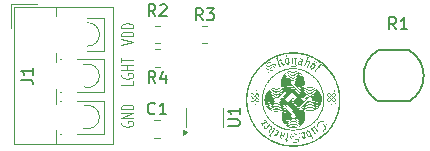
<source format=gbr>
%TF.GenerationSoftware,KiCad,Pcbnew,7.0.11-7.0.11~ubuntu22.04.1*%
%TF.CreationDate,2024-03-26T17:41:41+01:00*%
%TF.ProjectId,laserreceiver,6c617365-7272-4656-9365-697665722e6b,rev?*%
%TF.SameCoordinates,Original*%
%TF.FileFunction,Legend,Top*%
%TF.FilePolarity,Positive*%
%FSLAX46Y46*%
G04 Gerber Fmt 4.6, Leading zero omitted, Abs format (unit mm)*
G04 Created by KiCad (PCBNEW 7.0.11-7.0.11~ubuntu22.04.1) date 2024-03-26 17:41:41*
%MOMM*%
%LPD*%
G01*
G04 APERTURE LIST*
%ADD10C,0.100000*%
%ADD11C,0.150000*%
%ADD12C,0.120000*%
%ADD13C,0.127000*%
G04 APERTURE END LIST*
D10*
X140005038Y-98400877D02*
X139957419Y-98467544D01*
X139957419Y-98467544D02*
X139957419Y-98567544D01*
X139957419Y-98567544D02*
X140005038Y-98667544D01*
X140005038Y-98667544D02*
X140100276Y-98734211D01*
X140100276Y-98734211D02*
X140195514Y-98767544D01*
X140195514Y-98767544D02*
X140385990Y-98800877D01*
X140385990Y-98800877D02*
X140528847Y-98800877D01*
X140528847Y-98800877D02*
X140719323Y-98767544D01*
X140719323Y-98767544D02*
X140814561Y-98734211D01*
X140814561Y-98734211D02*
X140909800Y-98667544D01*
X140909800Y-98667544D02*
X140957419Y-98567544D01*
X140957419Y-98567544D02*
X140957419Y-98500877D01*
X140957419Y-98500877D02*
X140909800Y-98400877D01*
X140909800Y-98400877D02*
X140862180Y-98367544D01*
X140862180Y-98367544D02*
X140528847Y-98367544D01*
X140528847Y-98367544D02*
X140528847Y-98500877D01*
X140957419Y-98067544D02*
X139957419Y-98067544D01*
X139957419Y-98067544D02*
X140957419Y-97667544D01*
X140957419Y-97667544D02*
X139957419Y-97667544D01*
X140957419Y-97334211D02*
X139957419Y-97334211D01*
X139957419Y-97334211D02*
X139957419Y-97167544D01*
X139957419Y-97167544D02*
X140005038Y-97067544D01*
X140005038Y-97067544D02*
X140100276Y-97000878D01*
X140100276Y-97000878D02*
X140195514Y-96967544D01*
X140195514Y-96967544D02*
X140385990Y-96934211D01*
X140385990Y-96934211D02*
X140528847Y-96934211D01*
X140528847Y-96934211D02*
X140719323Y-96967544D01*
X140719323Y-96967544D02*
X140814561Y-97000878D01*
X140814561Y-97000878D02*
X140909800Y-97067544D01*
X140909800Y-97067544D02*
X140957419Y-97167544D01*
X140957419Y-97167544D02*
X140957419Y-97334211D01*
X139957419Y-91867544D02*
X140957419Y-91634211D01*
X140957419Y-91634211D02*
X139957419Y-91400877D01*
X140957419Y-91167544D02*
X139957419Y-91167544D01*
X139957419Y-91167544D02*
X139957419Y-91000877D01*
X139957419Y-91000877D02*
X140005038Y-90900877D01*
X140005038Y-90900877D02*
X140100276Y-90834211D01*
X140100276Y-90834211D02*
X140195514Y-90800877D01*
X140195514Y-90800877D02*
X140385990Y-90767544D01*
X140385990Y-90767544D02*
X140528847Y-90767544D01*
X140528847Y-90767544D02*
X140719323Y-90800877D01*
X140719323Y-90800877D02*
X140814561Y-90834211D01*
X140814561Y-90834211D02*
X140909800Y-90900877D01*
X140909800Y-90900877D02*
X140957419Y-91000877D01*
X140957419Y-91000877D02*
X140957419Y-91167544D01*
X140957419Y-90467544D02*
X139957419Y-90467544D01*
X139957419Y-90467544D02*
X139957419Y-90300877D01*
X139957419Y-90300877D02*
X140005038Y-90200877D01*
X140005038Y-90200877D02*
X140100276Y-90134211D01*
X140100276Y-90134211D02*
X140195514Y-90100877D01*
X140195514Y-90100877D02*
X140385990Y-90067544D01*
X140385990Y-90067544D02*
X140528847Y-90067544D01*
X140528847Y-90067544D02*
X140719323Y-90100877D01*
X140719323Y-90100877D02*
X140814561Y-90134211D01*
X140814561Y-90134211D02*
X140909800Y-90200877D01*
X140909800Y-90200877D02*
X140957419Y-90300877D01*
X140957419Y-90300877D02*
X140957419Y-90467544D01*
X140957419Y-94934211D02*
X140957419Y-95267544D01*
X140957419Y-95267544D02*
X139957419Y-95267544D01*
X140005038Y-94334210D02*
X139957419Y-94400877D01*
X139957419Y-94400877D02*
X139957419Y-94500877D01*
X139957419Y-94500877D02*
X140005038Y-94600877D01*
X140005038Y-94600877D02*
X140100276Y-94667544D01*
X140100276Y-94667544D02*
X140195514Y-94700877D01*
X140195514Y-94700877D02*
X140385990Y-94734210D01*
X140385990Y-94734210D02*
X140528847Y-94734210D01*
X140528847Y-94734210D02*
X140719323Y-94700877D01*
X140719323Y-94700877D02*
X140814561Y-94667544D01*
X140814561Y-94667544D02*
X140909800Y-94600877D01*
X140909800Y-94600877D02*
X140957419Y-94500877D01*
X140957419Y-94500877D02*
X140957419Y-94434210D01*
X140957419Y-94434210D02*
X140909800Y-94334210D01*
X140909800Y-94334210D02*
X140862180Y-94300877D01*
X140862180Y-94300877D02*
X140528847Y-94300877D01*
X140528847Y-94300877D02*
X140528847Y-94434210D01*
X140957419Y-94000877D02*
X139957419Y-94000877D01*
X140433609Y-94000877D02*
X140433609Y-93600877D01*
X140957419Y-93600877D02*
X139957419Y-93600877D01*
X139957419Y-93367544D02*
X139957419Y-92967544D01*
X140957419Y-93167544D02*
X139957419Y-93167544D01*
D11*
X148954819Y-98761904D02*
X149764342Y-98761904D01*
X149764342Y-98761904D02*
X149859580Y-98714285D01*
X149859580Y-98714285D02*
X149907200Y-98666666D01*
X149907200Y-98666666D02*
X149954819Y-98571428D01*
X149954819Y-98571428D02*
X149954819Y-98380952D01*
X149954819Y-98380952D02*
X149907200Y-98285714D01*
X149907200Y-98285714D02*
X149859580Y-98238095D01*
X149859580Y-98238095D02*
X149764342Y-98190476D01*
X149764342Y-98190476D02*
X148954819Y-98190476D01*
X149954819Y-97190476D02*
X149954819Y-97761904D01*
X149954819Y-97476190D02*
X148954819Y-97476190D01*
X148954819Y-97476190D02*
X149097676Y-97571428D01*
X149097676Y-97571428D02*
X149192914Y-97666666D01*
X149192914Y-97666666D02*
X149240533Y-97761904D01*
X142833333Y-95104819D02*
X142500000Y-94628628D01*
X142261905Y-95104819D02*
X142261905Y-94104819D01*
X142261905Y-94104819D02*
X142642857Y-94104819D01*
X142642857Y-94104819D02*
X142738095Y-94152438D01*
X142738095Y-94152438D02*
X142785714Y-94200057D01*
X142785714Y-94200057D02*
X142833333Y-94295295D01*
X142833333Y-94295295D02*
X142833333Y-94438152D01*
X142833333Y-94438152D02*
X142785714Y-94533390D01*
X142785714Y-94533390D02*
X142738095Y-94581009D01*
X142738095Y-94581009D02*
X142642857Y-94628628D01*
X142642857Y-94628628D02*
X142261905Y-94628628D01*
X143690476Y-94438152D02*
X143690476Y-95104819D01*
X143452381Y-94057200D02*
X143214286Y-94771485D01*
X143214286Y-94771485D02*
X143833333Y-94771485D01*
X146833333Y-89804819D02*
X146500000Y-89328628D01*
X146261905Y-89804819D02*
X146261905Y-88804819D01*
X146261905Y-88804819D02*
X146642857Y-88804819D01*
X146642857Y-88804819D02*
X146738095Y-88852438D01*
X146738095Y-88852438D02*
X146785714Y-88900057D01*
X146785714Y-88900057D02*
X146833333Y-88995295D01*
X146833333Y-88995295D02*
X146833333Y-89138152D01*
X146833333Y-89138152D02*
X146785714Y-89233390D01*
X146785714Y-89233390D02*
X146738095Y-89281009D01*
X146738095Y-89281009D02*
X146642857Y-89328628D01*
X146642857Y-89328628D02*
X146261905Y-89328628D01*
X147166667Y-88804819D02*
X147785714Y-88804819D01*
X147785714Y-88804819D02*
X147452381Y-89185771D01*
X147452381Y-89185771D02*
X147595238Y-89185771D01*
X147595238Y-89185771D02*
X147690476Y-89233390D01*
X147690476Y-89233390D02*
X147738095Y-89281009D01*
X147738095Y-89281009D02*
X147785714Y-89376247D01*
X147785714Y-89376247D02*
X147785714Y-89614342D01*
X147785714Y-89614342D02*
X147738095Y-89709580D01*
X147738095Y-89709580D02*
X147690476Y-89757200D01*
X147690476Y-89757200D02*
X147595238Y-89804819D01*
X147595238Y-89804819D02*
X147309524Y-89804819D01*
X147309524Y-89804819D02*
X147214286Y-89757200D01*
X147214286Y-89757200D02*
X147166667Y-89709580D01*
X142833333Y-89454819D02*
X142500000Y-88978628D01*
X142261905Y-89454819D02*
X142261905Y-88454819D01*
X142261905Y-88454819D02*
X142642857Y-88454819D01*
X142642857Y-88454819D02*
X142738095Y-88502438D01*
X142738095Y-88502438D02*
X142785714Y-88550057D01*
X142785714Y-88550057D02*
X142833333Y-88645295D01*
X142833333Y-88645295D02*
X142833333Y-88788152D01*
X142833333Y-88788152D02*
X142785714Y-88883390D01*
X142785714Y-88883390D02*
X142738095Y-88931009D01*
X142738095Y-88931009D02*
X142642857Y-88978628D01*
X142642857Y-88978628D02*
X142261905Y-88978628D01*
X143214286Y-88550057D02*
X143261905Y-88502438D01*
X143261905Y-88502438D02*
X143357143Y-88454819D01*
X143357143Y-88454819D02*
X143595238Y-88454819D01*
X143595238Y-88454819D02*
X143690476Y-88502438D01*
X143690476Y-88502438D02*
X143738095Y-88550057D01*
X143738095Y-88550057D02*
X143785714Y-88645295D01*
X143785714Y-88645295D02*
X143785714Y-88740533D01*
X143785714Y-88740533D02*
X143738095Y-88883390D01*
X143738095Y-88883390D02*
X143166667Y-89454819D01*
X143166667Y-89454819D02*
X143785714Y-89454819D01*
X163212333Y-90553819D02*
X162879000Y-90077628D01*
X162640905Y-90553819D02*
X162640905Y-89553819D01*
X162640905Y-89553819D02*
X163021857Y-89553819D01*
X163021857Y-89553819D02*
X163117095Y-89601438D01*
X163117095Y-89601438D02*
X163164714Y-89649057D01*
X163164714Y-89649057D02*
X163212333Y-89744295D01*
X163212333Y-89744295D02*
X163212333Y-89887152D01*
X163212333Y-89887152D02*
X163164714Y-89982390D01*
X163164714Y-89982390D02*
X163117095Y-90030009D01*
X163117095Y-90030009D02*
X163021857Y-90077628D01*
X163021857Y-90077628D02*
X162640905Y-90077628D01*
X164164714Y-90553819D02*
X163593286Y-90553819D01*
X163879000Y-90553819D02*
X163879000Y-89553819D01*
X163879000Y-89553819D02*
X163783762Y-89696676D01*
X163783762Y-89696676D02*
X163688524Y-89791914D01*
X163688524Y-89791914D02*
X163593286Y-89839533D01*
X131454819Y-94833333D02*
X132169104Y-94833333D01*
X132169104Y-94833333D02*
X132311961Y-94880952D01*
X132311961Y-94880952D02*
X132407200Y-94976190D01*
X132407200Y-94976190D02*
X132454819Y-95119047D01*
X132454819Y-95119047D02*
X132454819Y-95214285D01*
X132454819Y-93833333D02*
X132454819Y-94404761D01*
X132454819Y-94119047D02*
X131454819Y-94119047D01*
X131454819Y-94119047D02*
X131597676Y-94214285D01*
X131597676Y-94214285D02*
X131692914Y-94309523D01*
X131692914Y-94309523D02*
X131740533Y-94404761D01*
X142795833Y-97679580D02*
X142748214Y-97727200D01*
X142748214Y-97727200D02*
X142605357Y-97774819D01*
X142605357Y-97774819D02*
X142510119Y-97774819D01*
X142510119Y-97774819D02*
X142367262Y-97727200D01*
X142367262Y-97727200D02*
X142272024Y-97631961D01*
X142272024Y-97631961D02*
X142224405Y-97536723D01*
X142224405Y-97536723D02*
X142176786Y-97346247D01*
X142176786Y-97346247D02*
X142176786Y-97203390D01*
X142176786Y-97203390D02*
X142224405Y-97012914D01*
X142224405Y-97012914D02*
X142272024Y-96917676D01*
X142272024Y-96917676D02*
X142367262Y-96822438D01*
X142367262Y-96822438D02*
X142510119Y-96774819D01*
X142510119Y-96774819D02*
X142605357Y-96774819D01*
X142605357Y-96774819D02*
X142748214Y-96822438D01*
X142748214Y-96822438D02*
X142795833Y-96870057D01*
X143748214Y-97774819D02*
X143176786Y-97774819D01*
X143462500Y-97774819D02*
X143462500Y-96774819D01*
X143462500Y-96774819D02*
X143367262Y-96917676D01*
X143367262Y-96917676D02*
X143272024Y-97012914D01*
X143272024Y-97012914D02*
X143176786Y-97060533D01*
D12*
%TO.C,U1*%
X148560000Y-98000000D02*
X148560000Y-97200000D01*
X148560000Y-98000000D02*
X148560000Y-98800000D01*
X145440000Y-98000000D02*
X145440000Y-97200000D01*
X145440000Y-98000000D02*
X145440000Y-98800000D01*
X145490000Y-99300000D02*
X145160000Y-99540000D01*
X145160000Y-99060000D01*
X145490000Y-99300000D01*
G36*
X145490000Y-99300000D02*
G01*
X145160000Y-99540000D01*
X145160000Y-99060000D01*
X145490000Y-99300000D01*
G37*
%TO.C,R4*%
X143227064Y-93735000D02*
X142772936Y-93735000D01*
X143227064Y-92265000D02*
X142772936Y-92265000D01*
%TO.C,R3*%
X146772936Y-90265000D02*
X147227064Y-90265000D01*
X146772936Y-91735000D02*
X147227064Y-91735000D01*
%TO.C,R2*%
X143227064Y-91735000D02*
X142772936Y-91735000D01*
X143227064Y-90265000D02*
X142772936Y-90265000D01*
D13*
%TO.C,R1*%
X161655000Y-92355000D02*
X164345000Y-92355000D01*
X164345000Y-96645000D02*
X161655000Y-96645000D01*
X161655000Y-92355000D02*
G75*
G03*
X161655000Y-96645000I1314457J-2145000D01*
G01*
X164345000Y-96645000D02*
G75*
G03*
X164345000Y-92355000I-1314457J2145000D01*
G01*
D12*
%TO.C,J1*%
X134750000Y-93100000D02*
X134750000Y-93101000D01*
X134399000Y-88690000D02*
X134399000Y-89460000D01*
X138500000Y-93100000D02*
X138500000Y-95900000D01*
X132840000Y-88450000D02*
X130600000Y-88450000D01*
X139260000Y-88690000D02*
X130840000Y-88690000D01*
X134399000Y-95634000D02*
X134399000Y-96867000D01*
X130840000Y-88690000D02*
X130840000Y-100310000D01*
X134750000Y-99400000D02*
X134750000Y-99400000D01*
X134399000Y-99134000D02*
X134399000Y-100310000D01*
X138500000Y-92400000D02*
X137040000Y-92400000D01*
X138500000Y-89600000D02*
X138500000Y-92400000D01*
X134811000Y-93100000D02*
X134750000Y-93100000D01*
X138500000Y-99400000D02*
X136189000Y-99400000D01*
X138500000Y-96600000D02*
X136189000Y-96600000D01*
X134399000Y-92540000D02*
X134399000Y-93367000D01*
X139260000Y-88690000D02*
X139260000Y-100310000D01*
X139260000Y-100310000D02*
X130840000Y-100310000D01*
X134811000Y-95900000D02*
X134750000Y-95900000D01*
X138500000Y-89600000D02*
X137040000Y-89600000D01*
X134811000Y-96600000D02*
X134750000Y-96600000D01*
X138500000Y-95900000D02*
X136189000Y-95900000D01*
X138500000Y-93100000D02*
X136189000Y-93100000D01*
X138500000Y-96600000D02*
X138500000Y-99400000D01*
X130600000Y-88450000D02*
X130600000Y-90450000D01*
X134750000Y-96600000D02*
X134750000Y-96601000D01*
X134750000Y-95900000D02*
X134750000Y-95900000D01*
X134811000Y-99400000D02*
X134750000Y-99400000D01*
X136758000Y-98939999D02*
G75*
G03*
X136757767Y-97060086I342000J939999D01*
G01*
X137031000Y-91997999D02*
G75*
G03*
X137029434Y-90002111I69000J997999D01*
G01*
X136758000Y-95439999D02*
G75*
G03*
X136757767Y-93560086I342000J939999D01*
G01*
%TO.C,C1*%
X142701248Y-99735000D02*
X143223752Y-99735000D01*
X142701248Y-98265000D02*
X143223752Y-98265000D01*
%TO.C,G\u002A\u002A\u002A*%
G36*
X156286980Y-93249884D02*
G01*
X156298369Y-93253574D01*
X156305279Y-93257446D01*
X156314407Y-93265330D01*
X156321037Y-93274724D01*
X156325207Y-93285173D01*
X156326957Y-93296220D01*
X156326325Y-93307410D01*
X156323348Y-93318288D01*
X156318066Y-93328398D01*
X156310518Y-93337285D01*
X156300740Y-93344493D01*
X156297799Y-93346055D01*
X156287779Y-93349734D01*
X156276735Y-93351724D01*
X156265948Y-93351865D01*
X156259402Y-93350822D01*
X156248120Y-93346444D01*
X156238588Y-93339697D01*
X156231001Y-93331021D01*
X156225555Y-93320851D01*
X156222444Y-93309627D01*
X156221862Y-93297785D01*
X156224005Y-93285764D01*
X156227000Y-93277957D01*
X156233395Y-93267983D01*
X156241927Y-93259945D01*
X156252072Y-93253980D01*
X156263310Y-93250224D01*
X156275120Y-93248813D01*
X156286980Y-93249884D01*
G37*
G36*
X156461224Y-93353186D02*
G01*
X156472313Y-93357531D01*
X156482423Y-93364432D01*
X156488172Y-93370217D01*
X156494424Y-93379654D01*
X156498171Y-93390582D01*
X156499530Y-93403371D01*
X156499536Y-93405489D01*
X156498050Y-93418653D01*
X156493900Y-93430099D01*
X156487142Y-93439730D01*
X156477835Y-93447449D01*
X156472900Y-93450238D01*
X156467500Y-93452738D01*
X156462867Y-93454216D01*
X156457759Y-93454930D01*
X156450932Y-93455139D01*
X156449301Y-93455143D01*
X156441812Y-93454980D01*
X156436257Y-93454327D01*
X156431371Y-93452937D01*
X156425895Y-93450565D01*
X156415409Y-93443970D01*
X156406477Y-93435164D01*
X156399776Y-93424872D01*
X156397899Y-93420572D01*
X156395095Y-93409132D01*
X156394856Y-93397203D01*
X156397126Y-93385742D01*
X156400257Y-93378369D01*
X156407426Y-93368287D01*
X156416414Y-93360500D01*
X156426753Y-93355054D01*
X156437978Y-93351991D01*
X156449624Y-93351354D01*
X156461224Y-93353186D01*
G37*
G36*
X151417399Y-96778098D02*
G01*
X151418713Y-96779645D01*
X151418546Y-96781719D01*
X151417654Y-96786558D01*
X151416120Y-96793829D01*
X151414027Y-96803196D01*
X151411458Y-96814326D01*
X151408496Y-96826883D01*
X151405224Y-96840534D01*
X151401724Y-96854945D01*
X151398080Y-96869780D01*
X151394374Y-96884706D01*
X151390689Y-96899388D01*
X151387108Y-96913492D01*
X151383714Y-96926683D01*
X151380589Y-96938627D01*
X151377817Y-96948989D01*
X151375480Y-96957437D01*
X151373661Y-96963633D01*
X151372444Y-96967246D01*
X151372031Y-96968038D01*
X151368056Y-96969914D01*
X151364343Y-96968678D01*
X151362960Y-96967468D01*
X151361205Y-96964353D01*
X151361142Y-96962254D01*
X151361678Y-96960249D01*
X151362945Y-96955426D01*
X151364870Y-96948075D01*
X151367377Y-96938484D01*
X151370390Y-96926940D01*
X151373835Y-96913732D01*
X151377636Y-96899149D01*
X151381717Y-96883478D01*
X151384657Y-96872184D01*
X151388905Y-96855893D01*
X151392943Y-96840461D01*
X151396694Y-96826182D01*
X151400079Y-96813347D01*
X151403023Y-96802250D01*
X151405446Y-96793183D01*
X151407272Y-96786438D01*
X151408423Y-96782308D01*
X151408780Y-96781144D01*
X151411001Y-96778567D01*
X151414315Y-96777485D01*
X151417399Y-96778098D01*
G37*
G36*
X157912074Y-96778484D02*
G01*
X157913239Y-96779909D01*
X157913045Y-96781894D01*
X157912142Y-96786652D01*
X157910614Y-96793849D01*
X157908542Y-96803147D01*
X157906007Y-96814211D01*
X157903091Y-96826705D01*
X157899876Y-96840293D01*
X157896444Y-96854639D01*
X157892876Y-96869406D01*
X157889254Y-96884259D01*
X157885660Y-96898862D01*
X157882176Y-96912879D01*
X157878882Y-96925974D01*
X157875862Y-96937810D01*
X157873196Y-96948052D01*
X157870966Y-96956364D01*
X157869255Y-96962410D01*
X157868143Y-96965853D01*
X157867880Y-96966434D01*
X157865037Y-96969452D01*
X157861611Y-96969585D01*
X157858886Y-96968311D01*
X157856547Y-96965723D01*
X157856079Y-96963945D01*
X157856471Y-96962086D01*
X157857589Y-96957459D01*
X157859346Y-96950398D01*
X157861656Y-96941240D01*
X157864433Y-96930318D01*
X157867589Y-96917969D01*
X157871037Y-96904527D01*
X157874692Y-96890329D01*
X157878466Y-96875709D01*
X157882273Y-96861002D01*
X157886026Y-96846544D01*
X157889638Y-96832670D01*
X157893023Y-96819715D01*
X157896094Y-96808014D01*
X157898765Y-96797904D01*
X157900948Y-96789718D01*
X157902557Y-96783793D01*
X157903506Y-96780463D01*
X157903544Y-96780341D01*
X157905597Y-96778211D01*
X157908951Y-96777569D01*
X157912074Y-96778484D01*
G37*
G36*
X151317315Y-95713202D02*
G01*
X151318480Y-95714406D01*
X151318316Y-95716198D01*
X151316566Y-95719080D01*
X151312975Y-95723556D01*
X151310692Y-95726223D01*
X151301916Y-95738191D01*
X151294827Y-95751570D01*
X151289595Y-95765738D01*
X151286392Y-95780070D01*
X151285388Y-95793945D01*
X151286753Y-95806740D01*
X151287653Y-95810285D01*
X151293523Y-95824995D01*
X151301832Y-95838061D01*
X151312235Y-95849217D01*
X151324389Y-95858198D01*
X151337951Y-95864737D01*
X151352576Y-95868570D01*
X151364221Y-95869508D01*
X151374044Y-95868379D01*
X151385203Y-95865158D01*
X151396927Y-95860173D01*
X151408446Y-95853753D01*
X151418990Y-95846225D01*
X151419214Y-95846043D01*
X151424168Y-95842655D01*
X151428463Y-95840909D01*
X151431500Y-95840940D01*
X151432684Y-95842887D01*
X151432684Y-95842957D01*
X151431423Y-95847887D01*
X151427957Y-95854003D01*
X151422766Y-95860734D01*
X151416329Y-95867508D01*
X151409126Y-95873753D01*
X151403587Y-95877695D01*
X151391520Y-95883673D01*
X151377822Y-95887412D01*
X151363295Y-95888765D01*
X151349264Y-95887674D01*
X151342440Y-95886049D01*
X151334259Y-95883404D01*
X151326188Y-95880242D01*
X151321992Y-95878299D01*
X151309852Y-95870572D01*
X151298750Y-95860355D01*
X151289287Y-95848338D01*
X151282063Y-95835208D01*
X151280086Y-95830228D01*
X151276691Y-95816349D01*
X151275659Y-95800997D01*
X151276951Y-95784826D01*
X151280526Y-95768490D01*
X151284548Y-95756850D01*
X151287941Y-95749486D01*
X151292216Y-95741758D01*
X151297032Y-95734119D01*
X151302046Y-95727024D01*
X151306919Y-95720928D01*
X151311309Y-95716285D01*
X151314874Y-95713550D01*
X151317273Y-95713177D01*
X151317315Y-95713202D01*
G37*
G36*
X157812018Y-95714289D02*
G01*
X157811511Y-95717033D01*
X157808782Y-95721680D01*
X157804766Y-95727005D01*
X157794141Y-95742339D01*
X157786648Y-95758229D01*
X157782240Y-95774816D01*
X157780869Y-95792238D01*
X157780954Y-95795832D01*
X157781374Y-95803515D01*
X157782101Y-95809211D01*
X157783433Y-95814141D01*
X157785669Y-95819525D01*
X157787818Y-95823991D01*
X157796328Y-95837876D01*
X157806921Y-95849430D01*
X157819380Y-95858491D01*
X157833489Y-95864898D01*
X157847054Y-95868205D01*
X157861567Y-95868862D01*
X157876253Y-95866443D01*
X157890805Y-95861043D01*
X157904916Y-95852760D01*
X157911020Y-95848135D01*
X157917632Y-95843260D01*
X157922388Y-95840945D01*
X157925350Y-95841176D01*
X157926581Y-95843942D01*
X157926626Y-95845067D01*
X157925201Y-95850482D01*
X157921320Y-95856787D01*
X157915441Y-95863528D01*
X157908022Y-95870256D01*
X157899521Y-95876517D01*
X157890398Y-95881861D01*
X157888164Y-95882959D01*
X157882537Y-95885411D01*
X157877562Y-95886941D01*
X157872056Y-95887793D01*
X157864838Y-95888215D01*
X157862496Y-95888285D01*
X157852431Y-95888175D01*
X157843399Y-95887370D01*
X157838110Y-95886385D01*
X157825134Y-95881953D01*
X157812394Y-95875497D01*
X157801227Y-95867716D01*
X157799319Y-95866080D01*
X157787936Y-95853923D01*
X157779339Y-95840356D01*
X157773543Y-95825592D01*
X157770566Y-95809841D01*
X157770424Y-95793316D01*
X157773134Y-95776229D01*
X157778712Y-95758790D01*
X157787175Y-95741212D01*
X157789250Y-95737640D01*
X157793435Y-95731253D01*
X157798002Y-95725270D01*
X157802535Y-95720116D01*
X157806618Y-95716220D01*
X157809834Y-95714007D01*
X157811770Y-95713903D01*
X157812018Y-95714289D01*
G37*
G36*
X153993628Y-92712967D02*
G01*
X154005491Y-92714973D01*
X154014959Y-92718835D01*
X154021944Y-92724489D01*
X154026358Y-92731868D01*
X154028115Y-92740905D01*
X154027512Y-92749501D01*
X154025724Y-92754843D01*
X154021939Y-92762096D01*
X154016434Y-92770757D01*
X154012298Y-92776673D01*
X154006684Y-92784467D01*
X153999785Y-92793887D01*
X153991795Y-92804679D01*
X153982906Y-92816591D01*
X153973312Y-92829368D01*
X153963207Y-92842759D01*
X153952783Y-92856509D01*
X153942235Y-92870367D01*
X153931754Y-92884078D01*
X153921535Y-92897390D01*
X153911771Y-92910050D01*
X153902654Y-92921804D01*
X153894379Y-92932400D01*
X153887139Y-92941584D01*
X153881126Y-92949103D01*
X153876535Y-92954705D01*
X153873558Y-92958136D01*
X153872647Y-92959032D01*
X153866430Y-92962858D01*
X153860611Y-92964445D01*
X153855760Y-92963758D01*
X153852452Y-92960768D01*
X153852142Y-92960159D01*
X153851288Y-92958081D01*
X153850697Y-92955916D01*
X153850439Y-92953436D01*
X153850585Y-92950413D01*
X153851206Y-92946618D01*
X153852374Y-92941821D01*
X153854159Y-92935796D01*
X153856631Y-92928313D01*
X153859862Y-92919143D01*
X153863922Y-92908058D01*
X153868882Y-92894830D01*
X153874814Y-92879230D01*
X153881787Y-92861030D01*
X153887373Y-92846500D01*
X153893963Y-92829426D01*
X153900355Y-92812980D01*
X153906433Y-92797449D01*
X153912082Y-92783123D01*
X153917188Y-92770291D01*
X153921634Y-92759242D01*
X153925306Y-92750266D01*
X153928088Y-92743651D01*
X153929866Y-92739687D01*
X153930092Y-92739235D01*
X153935133Y-92730786D01*
X153940703Y-92724333D01*
X153947322Y-92719599D01*
X153955507Y-92716305D01*
X153965779Y-92714176D01*
X153978656Y-92712934D01*
X153979455Y-92712886D01*
X153993628Y-92712967D01*
G37*
G36*
X157519810Y-96794736D02*
G01*
X157527260Y-96797895D01*
X157535065Y-96802575D01*
X157542383Y-96808300D01*
X157546331Y-96812191D01*
X157555278Y-96823912D01*
X157562040Y-96837230D01*
X157566726Y-96852449D01*
X157569445Y-96869875D01*
X157570061Y-96878642D01*
X157570368Y-96887771D01*
X157570235Y-96894859D01*
X157569570Y-96901057D01*
X157568282Y-96907513D01*
X157567532Y-96910582D01*
X157563513Y-96923427D01*
X157558241Y-96935676D01*
X157552148Y-96946453D01*
X157545774Y-96954766D01*
X157540877Y-96959268D01*
X157536151Y-96961603D01*
X157530873Y-96961832D01*
X157524325Y-96960017D01*
X157517770Y-96957175D01*
X157506953Y-96950595D01*
X157496519Y-96941531D01*
X157487148Y-96930694D01*
X157479521Y-96918793D01*
X157477854Y-96915499D01*
X157471041Y-96898226D01*
X157467188Y-96881306D01*
X157466292Y-96864931D01*
X157466663Y-96862116D01*
X157478376Y-96862116D01*
X157478950Y-96871165D01*
X157482444Y-96887266D01*
X157488382Y-96902021D01*
X157497030Y-96915964D01*
X157506947Y-96927834D01*
X157516401Y-96937045D01*
X157525119Y-96943695D01*
X157532912Y-96947666D01*
X157539592Y-96948837D01*
X157539986Y-96948814D01*
X157543674Y-96948082D01*
X157546496Y-96946060D01*
X157549455Y-96941980D01*
X157549957Y-96941167D01*
X157554323Y-96932179D01*
X157557474Y-96921302D01*
X157559514Y-96908101D01*
X157560345Y-96897050D01*
X157560065Y-96878337D01*
X157557258Y-96861581D01*
X157551914Y-96846753D01*
X157544022Y-96833822D01*
X157537635Y-96826532D01*
X157529465Y-96819583D01*
X157520357Y-96813850D01*
X157511316Y-96809906D01*
X157506125Y-96808599D01*
X157502497Y-96808339D01*
X157499707Y-96809366D01*
X157496593Y-96812233D01*
X157495192Y-96813797D01*
X157488277Y-96823803D01*
X157482998Y-96835798D01*
X157479612Y-96848872D01*
X157478376Y-96862116D01*
X157466663Y-96862116D01*
X157468352Y-96849294D01*
X157473365Y-96834588D01*
X157478788Y-96824705D01*
X157486546Y-96813775D01*
X157494246Y-96804966D01*
X157501627Y-96798512D01*
X157508425Y-96794648D01*
X157513557Y-96793576D01*
X157519810Y-96794736D01*
G37*
G36*
X151028995Y-96795956D02*
G01*
X151037754Y-96800663D01*
X151040046Y-96802184D01*
X151050521Y-96811224D01*
X151059374Y-96822665D01*
X151066475Y-96836065D01*
X151071698Y-96850987D01*
X151074914Y-96866990D01*
X151075996Y-96883635D01*
X151074816Y-96900483D01*
X151072342Y-96913093D01*
X151069125Y-96923255D01*
X151064857Y-96933127D01*
X151059856Y-96942245D01*
X151054441Y-96950145D01*
X151048931Y-96956365D01*
X151043644Y-96960441D01*
X151038900Y-96961911D01*
X151038736Y-96961909D01*
X151034059Y-96961263D01*
X151028679Y-96959821D01*
X151027859Y-96959533D01*
X151020811Y-96956093D01*
X151012797Y-96950844D01*
X151004798Y-96944531D01*
X150997792Y-96937895D01*
X150994725Y-96934387D01*
X150985211Y-96919971D01*
X150977956Y-96903544D01*
X150973120Y-96885517D01*
X150971396Y-96873620D01*
X150971496Y-96861508D01*
X150983496Y-96861508D01*
X150984976Y-96876216D01*
X150989214Y-96891248D01*
X150995904Y-96905972D01*
X151004741Y-96919757D01*
X151015420Y-96931970D01*
X151019170Y-96935438D01*
X151028473Y-96942757D01*
X151036452Y-96947230D01*
X151043211Y-96948882D01*
X151048851Y-96947742D01*
X151053096Y-96944302D01*
X151057686Y-96936990D01*
X151061128Y-96927239D01*
X151063470Y-96914857D01*
X151064757Y-96899654D01*
X151064892Y-96896248D01*
X151064716Y-96878895D01*
X151062855Y-96863955D01*
X151059180Y-96851032D01*
X151053560Y-96839734D01*
X151045864Y-96829664D01*
X151041333Y-96825094D01*
X151035493Y-96820356D01*
X151028566Y-96815822D01*
X151021410Y-96811950D01*
X151014880Y-96809200D01*
X151009835Y-96808029D01*
X151009407Y-96808016D01*
X151004852Y-96809520D01*
X151000171Y-96813686D01*
X150995617Y-96819991D01*
X150991444Y-96827910D01*
X150987906Y-96836919D01*
X150985255Y-96846495D01*
X150983747Y-96856115D01*
X150983496Y-96861508D01*
X150971496Y-96861508D01*
X150971517Y-96858894D01*
X150974766Y-96844299D01*
X150981067Y-96830029D01*
X150990341Y-96816278D01*
X150997911Y-96807726D01*
X151003575Y-96802239D01*
X151008736Y-96797831D01*
X151012768Y-96795010D01*
X151014388Y-96794291D01*
X151021341Y-96793873D01*
X151028995Y-96795956D01*
G37*
G36*
X151573138Y-95711481D02*
G01*
X151586912Y-95716493D01*
X151590242Y-95718104D01*
X151598486Y-95723420D01*
X151606856Y-95730755D01*
X151614419Y-95739149D01*
X151620242Y-95747645D01*
X151621640Y-95750344D01*
X151623601Y-95754832D01*
X151624861Y-95758838D01*
X151625564Y-95763279D01*
X151625855Y-95769074D01*
X151625878Y-95777142D01*
X151625877Y-95777288D01*
X151625087Y-95790848D01*
X151622741Y-95803200D01*
X151618590Y-95814935D01*
X151612382Y-95826644D01*
X151603866Y-95838916D01*
X151595114Y-95849664D01*
X151590442Y-95855211D01*
X151586666Y-95859887D01*
X151584212Y-95863152D01*
X151583483Y-95864415D01*
X151584316Y-95866510D01*
X151585856Y-95868997D01*
X151587657Y-95871085D01*
X151589731Y-95871550D01*
X151593303Y-95870571D01*
X151594279Y-95870227D01*
X151600206Y-95868714D01*
X151606379Y-95867972D01*
X151606745Y-95867963D01*
X151613936Y-95866826D01*
X151621272Y-95864030D01*
X151627350Y-95860168D01*
X151629052Y-95858529D01*
X151632267Y-95855616D01*
X151634121Y-95855605D01*
X151634581Y-95858482D01*
X151634307Y-95860840D01*
X151631753Y-95869372D01*
X151627040Y-95878438D01*
X151621302Y-95886265D01*
X151615884Y-95892571D01*
X151605882Y-95888082D01*
X151597353Y-95885111D01*
X151589443Y-95884451D01*
X151581119Y-95886124D01*
X151574545Y-95888668D01*
X151570328Y-95890274D01*
X151567478Y-95890872D01*
X151566854Y-95890684D01*
X151566203Y-95888525D01*
X151565377Y-95884501D01*
X151565142Y-95883142D01*
X151564759Y-95879975D01*
X151565070Y-95877367D01*
X151566439Y-95874586D01*
X151569229Y-95870899D01*
X151573801Y-95865572D01*
X151573868Y-95865495D01*
X151586358Y-95849827D01*
X151596478Y-95834211D01*
X151604124Y-95818900D01*
X151609191Y-95804149D01*
X151611574Y-95790212D01*
X151611169Y-95777342D01*
X151610891Y-95775681D01*
X151607030Y-95763008D01*
X151600550Y-95752024D01*
X151591636Y-95742854D01*
X151580469Y-95735623D01*
X151567234Y-95730456D01*
X151552113Y-95727478D01*
X151539124Y-95726754D01*
X151530554Y-95726422D01*
X151525120Y-95725416D01*
X151522819Y-95723723D01*
X151523649Y-95721328D01*
X151527607Y-95718216D01*
X151534687Y-95714374D01*
X151536158Y-95713667D01*
X151547501Y-95710047D01*
X151559915Y-95709326D01*
X151573138Y-95711481D01*
G37*
G36*
X158067119Y-95711481D02*
G01*
X158080893Y-95716493D01*
X158084223Y-95718104D01*
X158092467Y-95723420D01*
X158100837Y-95730755D01*
X158108400Y-95739149D01*
X158114223Y-95747645D01*
X158115620Y-95750344D01*
X158117582Y-95754832D01*
X158118842Y-95758838D01*
X158119545Y-95763279D01*
X158119836Y-95769074D01*
X158119859Y-95777142D01*
X158119858Y-95777288D01*
X158119067Y-95790848D01*
X158116722Y-95803200D01*
X158112571Y-95814935D01*
X158106363Y-95826644D01*
X158097847Y-95838916D01*
X158089095Y-95849664D01*
X158084423Y-95855211D01*
X158080647Y-95859887D01*
X158078193Y-95863152D01*
X158077464Y-95864415D01*
X158078296Y-95866510D01*
X158079837Y-95868997D01*
X158081638Y-95871085D01*
X158083712Y-95871550D01*
X158087284Y-95870571D01*
X158088260Y-95870227D01*
X158094187Y-95868714D01*
X158100360Y-95867972D01*
X158100726Y-95867963D01*
X158107917Y-95866826D01*
X158115253Y-95864030D01*
X158121331Y-95860168D01*
X158123033Y-95858529D01*
X158126248Y-95855616D01*
X158128101Y-95855605D01*
X158128562Y-95858482D01*
X158128287Y-95860840D01*
X158125734Y-95869372D01*
X158121021Y-95878438D01*
X158115283Y-95886265D01*
X158109865Y-95892571D01*
X158099863Y-95888082D01*
X158091334Y-95885111D01*
X158083424Y-95884451D01*
X158075100Y-95886124D01*
X158068526Y-95888668D01*
X158064309Y-95890274D01*
X158061459Y-95890872D01*
X158060835Y-95890684D01*
X158060184Y-95888525D01*
X158059358Y-95884501D01*
X158059123Y-95883142D01*
X158058740Y-95879975D01*
X158059051Y-95877367D01*
X158060420Y-95874586D01*
X158063210Y-95870899D01*
X158067782Y-95865572D01*
X158067849Y-95865495D01*
X158080338Y-95849827D01*
X158090459Y-95834211D01*
X158098105Y-95818900D01*
X158103172Y-95804149D01*
X158105555Y-95790212D01*
X158105149Y-95777342D01*
X158104872Y-95775681D01*
X158101010Y-95763008D01*
X158094531Y-95752024D01*
X158085617Y-95742854D01*
X158074450Y-95735623D01*
X158061215Y-95730456D01*
X158046093Y-95727478D01*
X158033105Y-95726754D01*
X158024535Y-95726422D01*
X158019101Y-95725416D01*
X158016800Y-95723723D01*
X158017630Y-95721328D01*
X158021587Y-95718216D01*
X158028668Y-95714374D01*
X158030139Y-95713667D01*
X158041482Y-95710047D01*
X158053896Y-95709326D01*
X158067119Y-95711481D01*
G37*
G36*
X157492502Y-95716790D02*
G01*
X157498259Y-95720203D01*
X157504573Y-95725250D01*
X157510841Y-95731408D01*
X157516461Y-95738154D01*
X157519953Y-95743393D01*
X157522294Y-95747678D01*
X157524188Y-95751988D01*
X157525681Y-95756712D01*
X157526820Y-95762242D01*
X157527651Y-95768967D01*
X157528219Y-95777277D01*
X157528571Y-95787563D01*
X157528754Y-95800215D01*
X157528812Y-95815622D01*
X157528813Y-95818340D01*
X157528813Y-95867542D01*
X157519588Y-95874427D01*
X157514024Y-95878669D01*
X157508677Y-95882891D01*
X157505094Y-95885850D01*
X157501124Y-95889037D01*
X157498532Y-95890128D01*
X157496387Y-95889255D01*
X157494481Y-95887354D01*
X157489818Y-95883551D01*
X157483113Y-95879710D01*
X157475480Y-95876344D01*
X157468038Y-95873969D01*
X157463790Y-95873197D01*
X157458771Y-95872581D01*
X157456163Y-95871720D01*
X157455181Y-95870085D01*
X157455042Y-95867302D01*
X157455429Y-95862530D01*
X157456939Y-95859739D01*
X157460181Y-95858527D01*
X157465766Y-95858489D01*
X157468091Y-95858655D01*
X157476220Y-95859942D01*
X157484368Y-95862306D01*
X157491545Y-95865380D01*
X157496760Y-95868792D01*
X157497664Y-95869680D01*
X157501311Y-95871976D01*
X157505037Y-95872740D01*
X157507185Y-95872562D01*
X157508907Y-95871821D01*
X157510246Y-95870207D01*
X157511241Y-95867409D01*
X157511933Y-95863118D01*
X157512362Y-95857023D01*
X157512570Y-95848814D01*
X157512596Y-95838180D01*
X157512481Y-95824813D01*
X157512378Y-95816592D01*
X157512111Y-95800713D01*
X157511738Y-95787699D01*
X157511206Y-95777208D01*
X157510461Y-95768897D01*
X157509451Y-95762422D01*
X157508123Y-95757442D01*
X157506423Y-95753613D01*
X157504299Y-95750592D01*
X157501781Y-95748108D01*
X157493992Y-95741509D01*
X157488189Y-95736821D01*
X157484004Y-95733780D01*
X157481066Y-95732118D01*
X157479007Y-95731571D01*
X157478843Y-95731567D01*
X157475864Y-95732324D01*
X157471145Y-95734311D01*
X157465692Y-95737103D01*
X157465552Y-95737182D01*
X157459697Y-95740391D01*
X157456081Y-95742139D01*
X157454182Y-95742601D01*
X157453479Y-95741950D01*
X157453413Y-95741235D01*
X157454650Y-95739496D01*
X157457957Y-95736438D01*
X157462727Y-95732512D01*
X157468357Y-95728168D01*
X157474238Y-95723859D01*
X157479767Y-95720035D01*
X157484338Y-95717148D01*
X157487344Y-95715649D01*
X157487905Y-95715536D01*
X157492502Y-95716790D01*
G37*
G36*
X150998541Y-95716836D02*
G01*
X151004234Y-95720428D01*
X151010463Y-95725790D01*
X151016706Y-95732408D01*
X151022442Y-95739771D01*
X151027151Y-95747367D01*
X151027997Y-95749019D01*
X151032425Y-95758037D01*
X151032906Y-95813275D01*
X151033022Y-95828226D01*
X151033075Y-95840283D01*
X151033055Y-95849759D01*
X151032949Y-95856968D01*
X151032748Y-95862222D01*
X151032440Y-95865836D01*
X151032014Y-95868123D01*
X151031459Y-95869396D01*
X151030917Y-95869895D01*
X151028627Y-95871462D01*
X151024535Y-95874516D01*
X151019340Y-95878531D01*
X151016424Y-95880832D01*
X151011205Y-95884936D01*
X151007004Y-95888157D01*
X151004395Y-95890059D01*
X151003837Y-95890387D01*
X151002369Y-95889487D01*
X150999172Y-95887164D01*
X150996192Y-95884891D01*
X150988037Y-95879629D01*
X150979060Y-95875580D01*
X150970391Y-95873191D01*
X150965618Y-95872740D01*
X150961486Y-95872511D01*
X150959902Y-95871630D01*
X150960063Y-95870203D01*
X150960788Y-95866744D01*
X150961037Y-95862984D01*
X150961182Y-95860351D01*
X150962133Y-95858959D01*
X150964661Y-95858417D01*
X150969540Y-95858337D01*
X150970261Y-95858340D01*
X150979894Y-95859541D01*
X150990177Y-95862756D01*
X150999730Y-95867516D01*
X151002365Y-95869260D01*
X151008006Y-95872186D01*
X151012656Y-95872355D01*
X151015487Y-95870447D01*
X151016035Y-95868183D01*
X151016455Y-95863179D01*
X151016754Y-95855901D01*
X151016937Y-95846815D01*
X151017010Y-95836386D01*
X151016979Y-95825081D01*
X151016850Y-95813365D01*
X151016628Y-95801705D01*
X151016320Y-95790565D01*
X151015930Y-95780413D01*
X151015466Y-95771713D01*
X151014932Y-95764932D01*
X151014334Y-95760535D01*
X151014110Y-95759641D01*
X151011676Y-95755068D01*
X151007330Y-95749486D01*
X151001829Y-95743659D01*
X150995932Y-95738356D01*
X150990397Y-95734342D01*
X150987668Y-95732914D01*
X150984944Y-95732056D01*
X150982249Y-95732153D01*
X150978686Y-95733415D01*
X150973358Y-95736054D01*
X150972532Y-95736486D01*
X150966383Y-95739707D01*
X150962541Y-95741629D01*
X150960465Y-95742435D01*
X150959617Y-95742308D01*
X150959458Y-95741433D01*
X150959465Y-95740925D01*
X150960734Y-95738996D01*
X150964094Y-95735802D01*
X150968928Y-95731797D01*
X150974618Y-95727438D01*
X150980548Y-95723179D01*
X150986100Y-95719475D01*
X150990657Y-95716782D01*
X150993602Y-95715554D01*
X150993906Y-95715524D01*
X150998541Y-95716836D01*
G37*
G36*
X157675752Y-95726330D02*
G01*
X157679098Y-95729614D01*
X157683755Y-95734618D01*
X157689365Y-95740956D01*
X157695570Y-95748246D01*
X157695787Y-95748505D01*
X157715288Y-95771861D01*
X157711487Y-95775916D01*
X157708388Y-95778800D01*
X157703601Y-95782786D01*
X157698049Y-95787114D01*
X157696816Y-95788036D01*
X157691553Y-95792173D01*
X157687202Y-95796017D01*
X157684517Y-95798890D01*
X157684166Y-95799427D01*
X157683376Y-95801858D01*
X157684402Y-95804034D01*
X157687601Y-95806865D01*
X157699025Y-95816762D01*
X157707757Y-95826491D01*
X157714220Y-95836654D01*
X157718838Y-95847853D01*
X157720481Y-95853604D01*
X157723073Y-95863284D01*
X157725357Y-95870128D01*
X157727586Y-95874459D01*
X157730010Y-95876600D01*
X157732880Y-95876875D01*
X157736449Y-95875607D01*
X157737270Y-95875195D01*
X157741818Y-95873409D01*
X157745775Y-95872791D01*
X157748223Y-95873419D01*
X157748594Y-95874263D01*
X157747419Y-95876103D01*
X157744488Y-95878824D01*
X157743380Y-95879688D01*
X157735139Y-95884974D01*
X157727652Y-95888064D01*
X157721283Y-95888889D01*
X157716395Y-95887382D01*
X157714221Y-95885173D01*
X157712713Y-95882115D01*
X157710599Y-95876864D01*
X157708220Y-95870293D01*
X157706886Y-95866323D01*
X157700621Y-95849784D01*
X157693640Y-95836370D01*
X157685944Y-95826082D01*
X157677532Y-95818921D01*
X157668406Y-95814888D01*
X157662767Y-95813980D01*
X157658580Y-95813694D01*
X157656022Y-95813499D01*
X157655753Y-95813471D01*
X157655737Y-95812485D01*
X157657986Y-95810158D01*
X157662055Y-95806865D01*
X157667498Y-95802981D01*
X157670788Y-95800811D01*
X157681404Y-95793729D01*
X157689138Y-95787958D01*
X157694024Y-95783472D01*
X157695709Y-95781196D01*
X157696150Y-95779290D01*
X157695333Y-95776813D01*
X157692949Y-95773194D01*
X157688692Y-95767863D01*
X157688236Y-95767315D01*
X157681735Y-95759721D01*
X157675506Y-95752808D01*
X157669930Y-95746966D01*
X157665387Y-95742586D01*
X157662258Y-95740056D01*
X157661189Y-95739588D01*
X157658922Y-95740428D01*
X157655215Y-95742541D01*
X157653599Y-95743599D01*
X157648605Y-95746636D01*
X157645749Y-95747543D01*
X157645120Y-95746308D01*
X157645857Y-95744523D01*
X157647906Y-95742274D01*
X157651879Y-95738990D01*
X157657023Y-95735189D01*
X157662585Y-95731388D01*
X157667810Y-95728106D01*
X157671944Y-95725859D01*
X157674073Y-95725150D01*
X157675752Y-95726330D01*
G37*
G36*
X151180541Y-95726348D02*
G01*
X151184140Y-95729624D01*
X151188855Y-95734496D01*
X151194281Y-95740482D01*
X151200010Y-95747103D01*
X151205637Y-95753876D01*
X151210755Y-95760322D01*
X151214958Y-95765959D01*
X151217840Y-95770306D01*
X151218993Y-95772883D01*
X151218988Y-95773109D01*
X151217568Y-95775047D01*
X151214075Y-95778360D01*
X151209050Y-95782565D01*
X151203675Y-95786710D01*
X151196247Y-95792437D01*
X151191422Y-95796862D01*
X151189092Y-95800400D01*
X151189149Y-95803463D01*
X151191483Y-95806466D01*
X151195987Y-95809822D01*
X151197377Y-95810725D01*
X151206450Y-95817912D01*
X151213962Y-95827010D01*
X151220141Y-95838383D01*
X151225216Y-95852391D01*
X151226529Y-95857058D01*
X151229097Y-95865793D01*
X151231545Y-95871686D01*
X151234192Y-95875075D01*
X151237355Y-95876297D01*
X151241353Y-95875690D01*
X151243396Y-95874954D01*
X151248014Y-95873497D01*
X151251785Y-95872958D01*
X151252462Y-95873017D01*
X151254103Y-95873650D01*
X151253621Y-95875004D01*
X151251354Y-95877306D01*
X151246248Y-95881213D01*
X151239928Y-95884792D01*
X151233544Y-95887489D01*
X151228246Y-95888751D01*
X151227509Y-95888783D01*
X151223223Y-95887997D01*
X151220347Y-95886372D01*
X151218851Y-95883873D01*
X151216763Y-95879084D01*
X151214406Y-95872790D01*
X151212904Y-95868324D01*
X151208711Y-95856935D01*
X151203673Y-95845861D01*
X151198208Y-95835895D01*
X151192732Y-95827829D01*
X151189773Y-95824393D01*
X151183965Y-95819629D01*
X151177319Y-95816031D01*
X151170850Y-95814050D01*
X151166185Y-95813984D01*
X151162487Y-95814238D01*
X151161479Y-95813069D01*
X151163050Y-95810624D01*
X151167093Y-95807052D01*
X151173498Y-95802500D01*
X151175604Y-95801132D01*
X151183943Y-95795516D01*
X151191126Y-95790125D01*
X151196746Y-95785307D01*
X151200397Y-95781409D01*
X151201673Y-95778812D01*
X151200640Y-95776773D01*
X151197847Y-95772942D01*
X151193754Y-95767843D01*
X151188821Y-95761998D01*
X151183508Y-95755932D01*
X151178277Y-95750170D01*
X151173585Y-95745234D01*
X151169895Y-95741648D01*
X151167666Y-95739937D01*
X151167470Y-95739872D01*
X151164481Y-95740448D01*
X151160478Y-95742554D01*
X151159192Y-95743466D01*
X151154421Y-95746586D01*
X151151353Y-95747644D01*
X151150300Y-95746821D01*
X151151571Y-95744294D01*
X151154749Y-95740904D01*
X151158542Y-95737738D01*
X151163460Y-95734102D01*
X151168719Y-95730515D01*
X151173536Y-95727498D01*
X151177128Y-95725571D01*
X151178466Y-95725150D01*
X151180541Y-95726348D01*
G37*
G36*
X151511157Y-96806228D02*
G01*
X151538779Y-96824859D01*
X151538144Y-96833213D01*
X151536976Y-96840212D01*
X151534410Y-96847557D01*
X151530282Y-96855465D01*
X151524427Y-96864156D01*
X151516682Y-96873848D01*
X151506882Y-96884762D01*
X151494863Y-96897115D01*
X151480460Y-96911127D01*
X151477820Y-96913636D01*
X151470296Y-96920898D01*
X151463785Y-96927442D01*
X151458612Y-96932921D01*
X151455102Y-96936990D01*
X151453578Y-96939305D01*
X151453540Y-96939509D01*
X151454855Y-96943355D01*
X151458564Y-96945354D01*
X151464314Y-96945318D01*
X151464346Y-96945313D01*
X151480234Y-96943018D01*
X151494066Y-96941840D01*
X151505419Y-96941813D01*
X151507282Y-96941942D01*
X151517241Y-96943000D01*
X151525565Y-96944334D01*
X151531812Y-96945846D01*
X151535538Y-96947440D01*
X151536356Y-96948324D01*
X151536093Y-96950926D01*
X151534444Y-96954785D01*
X151533854Y-96955809D01*
X151531701Y-96960023D01*
X151530590Y-96963528D01*
X151530549Y-96964027D01*
X151530361Y-96965837D01*
X151529397Y-96966481D01*
X151527043Y-96965886D01*
X151522686Y-96963977D01*
X151520084Y-96962752D01*
X151505217Y-96957149D01*
X151490273Y-96954533D01*
X151477603Y-96954501D01*
X151468500Y-96955601D01*
X151457785Y-96957654D01*
X151446800Y-96960352D01*
X151436885Y-96963389D01*
X151433888Y-96964486D01*
X151431595Y-96964546D01*
X151431153Y-96962404D01*
X151432422Y-96958376D01*
X151435261Y-96952777D01*
X151439529Y-96945921D01*
X151445086Y-96938124D01*
X151446436Y-96936354D01*
X151449850Y-96932143D01*
X151454897Y-96926189D01*
X151461038Y-96919115D01*
X151467737Y-96911542D01*
X151472109Y-96906676D01*
X151485069Y-96891965D01*
X151495677Y-96879046D01*
X151504075Y-96867692D01*
X151510404Y-96857678D01*
X151514806Y-96848777D01*
X151517424Y-96840762D01*
X151518399Y-96833408D01*
X151518410Y-96832880D01*
X151517318Y-96824516D01*
X151514137Y-96816929D01*
X151509337Y-96810718D01*
X151503388Y-96806479D01*
X151496758Y-96804811D01*
X151496367Y-96804806D01*
X151493593Y-96805139D01*
X151490520Y-96806330D01*
X151486727Y-96808667D01*
X151481791Y-96812437D01*
X151475289Y-96817930D01*
X151469060Y-96823416D01*
X151461919Y-96829326D01*
X151456589Y-96832745D01*
X151453540Y-96833662D01*
X151449564Y-96832749D01*
X151445610Y-96830484D01*
X151442583Y-96827594D01*
X151441390Y-96824804D01*
X151441544Y-96824048D01*
X151443080Y-96822257D01*
X151446665Y-96818835D01*
X151451860Y-96814179D01*
X151458227Y-96808684D01*
X151463058Y-96804623D01*
X151483535Y-96787596D01*
X151511157Y-96806228D01*
G37*
G36*
X151378066Y-95710323D02*
G01*
X151388368Y-95714019D01*
X151399042Y-95715366D01*
X151409118Y-95714284D01*
X151412784Y-95713145D01*
X151417146Y-95711673D01*
X151420123Y-95711031D01*
X151420795Y-95711121D01*
X151421020Y-95713509D01*
X151419073Y-95717647D01*
X151415194Y-95723168D01*
X151409623Y-95729708D01*
X151406349Y-95733171D01*
X151401362Y-95738451D01*
X151397231Y-95743133D01*
X151394482Y-95746600D01*
X151393667Y-95747966D01*
X151394049Y-95750868D01*
X151396853Y-95753223D01*
X151401321Y-95754906D01*
X151406694Y-95755791D01*
X151412214Y-95755754D01*
X151417123Y-95754670D01*
X151420653Y-95752422D01*
X151423598Y-95750069D01*
X151426316Y-95749205D01*
X151427807Y-95750086D01*
X151427872Y-95750569D01*
X151426999Y-95752680D01*
X151424729Y-95756577D01*
X151421582Y-95761477D01*
X151418082Y-95766594D01*
X151414748Y-95771145D01*
X151412103Y-95774344D01*
X151411974Y-95774480D01*
X151410170Y-95776084D01*
X151408007Y-95777129D01*
X151404801Y-95777732D01*
X151399868Y-95778013D01*
X151392523Y-95778089D01*
X151391043Y-95778090D01*
X151383662Y-95778004D01*
X151377320Y-95777771D01*
X151372799Y-95777429D01*
X151371052Y-95777116D01*
X151369054Y-95774800D01*
X151368639Y-95770571D01*
X151369755Y-95765276D01*
X151372151Y-95760081D01*
X151375043Y-95755508D01*
X151378886Y-95749752D01*
X151382048Y-95745196D01*
X151385351Y-95740326D01*
X151386908Y-95737276D01*
X151386968Y-95735355D01*
X151386058Y-95734120D01*
X151383182Y-95732299D01*
X151378270Y-95729958D01*
X151372355Y-95727507D01*
X151366472Y-95725356D01*
X151361656Y-95723914D01*
X151359374Y-95723546D01*
X151354997Y-95724812D01*
X151350543Y-95727972D01*
X151347609Y-95731661D01*
X151346834Y-95734115D01*
X151345608Y-95739222D01*
X151344038Y-95746477D01*
X151342232Y-95755374D01*
X151340298Y-95765409D01*
X151339502Y-95769680D01*
X151337587Y-95780001D01*
X151335821Y-95789367D01*
X151334303Y-95797280D01*
X151333128Y-95803241D01*
X151332391Y-95806750D01*
X151332238Y-95807367D01*
X151330326Y-95809765D01*
X151327660Y-95809833D01*
X151325769Y-95807738D01*
X151325361Y-95804720D01*
X151325283Y-95799177D01*
X151325487Y-95791769D01*
X151325925Y-95783157D01*
X151326547Y-95774001D01*
X151327307Y-95764964D01*
X151328156Y-95756705D01*
X151329044Y-95749885D01*
X151329925Y-95745165D01*
X151330461Y-95743553D01*
X151332393Y-95740537D01*
X151335449Y-95736901D01*
X151339945Y-95732329D01*
X151346199Y-95726505D01*
X151354528Y-95719113D01*
X151358191Y-95715924D01*
X151369525Y-95706095D01*
X151378066Y-95710323D01*
G37*
G36*
X157872705Y-95710205D02*
G01*
X157882987Y-95713930D01*
X157893821Y-95715257D01*
X157904148Y-95714088D01*
X157906717Y-95713330D01*
X157911225Y-95711969D01*
X157914331Y-95711359D01*
X157915098Y-95711444D01*
X157915504Y-95714047D01*
X157913503Y-95718424D01*
X157909221Y-95724378D01*
X157902785Y-95731711D01*
X157901004Y-95733582D01*
X157895910Y-95739087D01*
X157891776Y-95743985D01*
X157889058Y-95747706D01*
X157888203Y-95749558D01*
X157889542Y-95752669D01*
X157893720Y-95754661D01*
X157900820Y-95755565D01*
X157904044Y-95755630D01*
X157909712Y-95755447D01*
X157913049Y-95754735D01*
X157914923Y-95753249D01*
X157915436Y-95752422D01*
X157917652Y-95749993D01*
X157920115Y-95749267D01*
X157921707Y-95750430D01*
X157921853Y-95751345D01*
X157920916Y-95754062D01*
X157918461Y-95758435D01*
X157915022Y-95763652D01*
X157911133Y-95768900D01*
X157907440Y-95773250D01*
X157905409Y-95775327D01*
X157903484Y-95776704D01*
X157900986Y-95777525D01*
X157897232Y-95777934D01*
X157891541Y-95778074D01*
X157884508Y-95778090D01*
X157875451Y-95777983D01*
X157869188Y-95777517D01*
X157865310Y-95776473D01*
X157863406Y-95774633D01*
X157863066Y-95771779D01*
X157863878Y-95767690D01*
X157864014Y-95767178D01*
X157865789Y-95762846D01*
X157868946Y-95757105D01*
X157872869Y-95751055D01*
X157873734Y-95749844D01*
X157877419Y-95744483D01*
X157880210Y-95739837D01*
X157881647Y-95736693D01*
X157881747Y-95736129D01*
X157880584Y-95734189D01*
X157876908Y-95731885D01*
X157870439Y-95729051D01*
X157868964Y-95728475D01*
X157862745Y-95726206D01*
X157857401Y-95724488D01*
X157853837Y-95723605D01*
X157853222Y-95723546D01*
X157850257Y-95724645D01*
X157846645Y-95727367D01*
X157845836Y-95728165D01*
X157844480Y-95729737D01*
X157843269Y-95731636D01*
X157842121Y-95734193D01*
X157840953Y-95737739D01*
X157839683Y-95742606D01*
X157838229Y-95749126D01*
X157836508Y-95757629D01*
X157834438Y-95768448D01*
X157831938Y-95781913D01*
X157830357Y-95790523D01*
X157828794Y-95798770D01*
X157827559Y-95804351D01*
X157826479Y-95807771D01*
X157825377Y-95809534D01*
X157824081Y-95810141D01*
X157823544Y-95810175D01*
X157822412Y-95810058D01*
X157821600Y-95809418D01*
X157821072Y-95807823D01*
X157820794Y-95804840D01*
X157820729Y-95800037D01*
X157820844Y-95792979D01*
X157821103Y-95783235D01*
X157821170Y-95780897D01*
X157821552Y-95768811D01*
X157822081Y-95759355D01*
X157823004Y-95751950D01*
X157824564Y-95746020D01*
X157827007Y-95740985D01*
X157830576Y-95736269D01*
X157835518Y-95731295D01*
X157842077Y-95725483D01*
X157846129Y-95722006D01*
X157864666Y-95706132D01*
X157872705Y-95710205D01*
G37*
G36*
X151041597Y-96384039D02*
G01*
X151062051Y-96404448D01*
X151011052Y-96455834D01*
X151000289Y-96466746D01*
X150990063Y-96477244D01*
X150980634Y-96487052D01*
X150972261Y-96495894D01*
X150965204Y-96503493D01*
X150959725Y-96509572D01*
X150956082Y-96513857D01*
X150954777Y-96515619D01*
X150947298Y-96530388D01*
X150942704Y-96545996D01*
X150940996Y-96562012D01*
X150942173Y-96578003D01*
X150946236Y-96593536D01*
X150953183Y-96608177D01*
X150954773Y-96610735D01*
X150965696Y-96625045D01*
X150978171Y-96636808D01*
X150991918Y-96645938D01*
X151006655Y-96652349D01*
X151022101Y-96655955D01*
X151037975Y-96656670D01*
X151053996Y-96654408D01*
X151069883Y-96649083D01*
X151073891Y-96647219D01*
X151075871Y-96646226D01*
X151077795Y-96645185D01*
X151079795Y-96643972D01*
X151081999Y-96642463D01*
X151084539Y-96640534D01*
X151087543Y-96638061D01*
X151091142Y-96634920D01*
X151095466Y-96630987D01*
X151100644Y-96626138D01*
X151106806Y-96620249D01*
X151114083Y-96613195D01*
X151122603Y-96604854D01*
X151132498Y-96595100D01*
X151143896Y-96583810D01*
X151156928Y-96570860D01*
X151171723Y-96556126D01*
X151188413Y-96539483D01*
X151207125Y-96520808D01*
X151225759Y-96502205D01*
X151364549Y-96363637D01*
X151385368Y-96384503D01*
X151406188Y-96405369D01*
X151270642Y-96541016D01*
X151253095Y-96558557D01*
X151236035Y-96575570D01*
X151219616Y-96591906D01*
X151203990Y-96607414D01*
X151189311Y-96621944D01*
X151175731Y-96635345D01*
X151163404Y-96647466D01*
X151152482Y-96658157D01*
X151143119Y-96667267D01*
X151135467Y-96674647D01*
X151129679Y-96680144D01*
X151125909Y-96683609D01*
X151124670Y-96684658D01*
X151112967Y-96692517D01*
X151099445Y-96699790D01*
X151085385Y-96705857D01*
X151072071Y-96710101D01*
X151071729Y-96710185D01*
X151060668Y-96712280D01*
X151048005Y-96713674D01*
X151034822Y-96714324D01*
X151022202Y-96714187D01*
X151011225Y-96713220D01*
X151008138Y-96712709D01*
X150989488Y-96708105D01*
X150972526Y-96701574D01*
X150956076Y-96692642D01*
X150952213Y-96690181D01*
X150935173Y-96677178D01*
X150920054Y-96661856D01*
X150907138Y-96644611D01*
X150896708Y-96625842D01*
X150889047Y-96605946D01*
X150886992Y-96598463D01*
X150885257Y-96590291D01*
X150884171Y-96582114D01*
X150883624Y-96572810D01*
X150883497Y-96563367D01*
X150883682Y-96552260D01*
X150884311Y-96543220D01*
X150885496Y-96535122D01*
X150886992Y-96528271D01*
X150890743Y-96515868D01*
X150895926Y-96502724D01*
X150901963Y-96490158D01*
X150908161Y-96479669D01*
X150910342Y-96476966D01*
X150914547Y-96472264D01*
X150920527Y-96465825D01*
X150928029Y-96457912D01*
X150936804Y-96448787D01*
X150946602Y-96438712D01*
X150957170Y-96427951D01*
X150967252Y-96417778D01*
X151021142Y-96363630D01*
X151041597Y-96384039D01*
G37*
G36*
X150926176Y-96806190D02*
G01*
X150935941Y-96812905D01*
X150943328Y-96818168D01*
X150948599Y-96822352D01*
X150952016Y-96825829D01*
X150953842Y-96828971D01*
X150954337Y-96832150D01*
X150953765Y-96835738D01*
X150952388Y-96840106D01*
X150951617Y-96842305D01*
X150949055Y-96848668D01*
X150945762Y-96854990D01*
X150941480Y-96861590D01*
X150935955Y-96868785D01*
X150928930Y-96876894D01*
X150920148Y-96886236D01*
X150909355Y-96897130D01*
X150900851Y-96905475D01*
X150892392Y-96913789D01*
X150884740Y-96921471D01*
X150878186Y-96928214D01*
X150873022Y-96933713D01*
X150869540Y-96937661D01*
X150868030Y-96939755D01*
X150867990Y-96939915D01*
X150869357Y-96943454D01*
X150873128Y-96945367D01*
X150878789Y-96945404D01*
X150892022Y-96943532D01*
X150902775Y-96942345D01*
X150911688Y-96941794D01*
X150919405Y-96941829D01*
X150922535Y-96942013D01*
X150931405Y-96942866D01*
X150939424Y-96943982D01*
X150945984Y-96945244D01*
X150950475Y-96946540D01*
X150952220Y-96947595D01*
X150952017Y-96949737D01*
X150950431Y-96953302D01*
X150949848Y-96954306D01*
X150947695Y-96958753D01*
X150946629Y-96962749D01*
X150946604Y-96963225D01*
X150946140Y-96965733D01*
X150944444Y-96966541D01*
X150941042Y-96965628D01*
X150935462Y-96962975D01*
X150935012Y-96962741D01*
X150925551Y-96958837D01*
X150914538Y-96955869D01*
X150903583Y-96954227D01*
X150899049Y-96954025D01*
X150891013Y-96954526D01*
X150881160Y-96955923D01*
X150870683Y-96957992D01*
X150860772Y-96960512D01*
X150855855Y-96962058D01*
X150850889Y-96963630D01*
X150847277Y-96964519D01*
X150845936Y-96964566D01*
X150845993Y-96962539D01*
X150847609Y-96958531D01*
X150850451Y-96953154D01*
X150854187Y-96947020D01*
X150858485Y-96940739D01*
X150859938Y-96938780D01*
X150864021Y-96933642D01*
X150869674Y-96926861D01*
X150876290Y-96919151D01*
X150883262Y-96911224D01*
X150886918Y-96907151D01*
X150900420Y-96891805D01*
X150911489Y-96878236D01*
X150920222Y-96866248D01*
X150926716Y-96855646D01*
X150931069Y-96846233D01*
X150933379Y-96837815D01*
X150933743Y-96830195D01*
X150932258Y-96823178D01*
X150930626Y-96819382D01*
X150926082Y-96812627D01*
X150920533Y-96807670D01*
X150914677Y-96805065D01*
X150912341Y-96804806D01*
X150909567Y-96804997D01*
X150906852Y-96805772D01*
X150903726Y-96807439D01*
X150899717Y-96810301D01*
X150894353Y-96814666D01*
X150887163Y-96820839D01*
X150885845Y-96821986D01*
X150879283Y-96827409D01*
X150873847Y-96831323D01*
X150869989Y-96833416D01*
X150868816Y-96833683D01*
X150865113Y-96832721D01*
X150861116Y-96830382D01*
X150857956Y-96827484D01*
X150856761Y-96824971D01*
X150857934Y-96823232D01*
X150861147Y-96819925D01*
X150865937Y-96815491D01*
X150871842Y-96810372D01*
X150873204Y-96809233D01*
X150879769Y-96803738D01*
X150885827Y-96798607D01*
X150890744Y-96794378D01*
X150893888Y-96791593D01*
X150894092Y-96791404D01*
X150898535Y-96787253D01*
X150926176Y-96806190D01*
G37*
G36*
X151178043Y-96806190D02*
G01*
X151187808Y-96812905D01*
X151195195Y-96818168D01*
X151200466Y-96822352D01*
X151203883Y-96825829D01*
X151205708Y-96828971D01*
X151206204Y-96832150D01*
X151205632Y-96835738D01*
X151204254Y-96840106D01*
X151203484Y-96842305D01*
X151200922Y-96848668D01*
X151197628Y-96854990D01*
X151193347Y-96861590D01*
X151187821Y-96868785D01*
X151180796Y-96876894D01*
X151172015Y-96886236D01*
X151161222Y-96897130D01*
X151152718Y-96905475D01*
X151144259Y-96913789D01*
X151136606Y-96921471D01*
X151130053Y-96928214D01*
X151124889Y-96933713D01*
X151121406Y-96937661D01*
X151119897Y-96939755D01*
X151119857Y-96939915D01*
X151121224Y-96943454D01*
X151124995Y-96945367D01*
X151130655Y-96945404D01*
X151143889Y-96943532D01*
X151154641Y-96942345D01*
X151163555Y-96941794D01*
X151171271Y-96941829D01*
X151174401Y-96942013D01*
X151183271Y-96942866D01*
X151191291Y-96943982D01*
X151197851Y-96945244D01*
X151202342Y-96946540D01*
X151204087Y-96947595D01*
X151203883Y-96949737D01*
X151202297Y-96953302D01*
X151201714Y-96954306D01*
X151199561Y-96958753D01*
X151198495Y-96962749D01*
X151198471Y-96963225D01*
X151198007Y-96965733D01*
X151196310Y-96966541D01*
X151192908Y-96965628D01*
X151187328Y-96962975D01*
X151186878Y-96962741D01*
X151177418Y-96958837D01*
X151166405Y-96955869D01*
X151155449Y-96954227D01*
X151150916Y-96954025D01*
X151142880Y-96954526D01*
X151133027Y-96955923D01*
X151122549Y-96957992D01*
X151112638Y-96960512D01*
X151107721Y-96962058D01*
X151102756Y-96963630D01*
X151099143Y-96964519D01*
X151097802Y-96964566D01*
X151097859Y-96962539D01*
X151099475Y-96958531D01*
X151102317Y-96953154D01*
X151106053Y-96947020D01*
X151110351Y-96940739D01*
X151111805Y-96938780D01*
X151115887Y-96933642D01*
X151121540Y-96926861D01*
X151128157Y-96919151D01*
X151135128Y-96911224D01*
X151138785Y-96907151D01*
X151152287Y-96891805D01*
X151163355Y-96878236D01*
X151172088Y-96866248D01*
X151178582Y-96855646D01*
X151182936Y-96846233D01*
X151185246Y-96837815D01*
X151185610Y-96830195D01*
X151184125Y-96823178D01*
X151182493Y-96819382D01*
X151177948Y-96812627D01*
X151172400Y-96807670D01*
X151166543Y-96805065D01*
X151164207Y-96804806D01*
X151161433Y-96804997D01*
X151158718Y-96805772D01*
X151155592Y-96807439D01*
X151151583Y-96810301D01*
X151146220Y-96814666D01*
X151139030Y-96820839D01*
X151137711Y-96821986D01*
X151131149Y-96827409D01*
X151125713Y-96831323D01*
X151121856Y-96833416D01*
X151120682Y-96833683D01*
X151116980Y-96832721D01*
X151112982Y-96830382D01*
X151109822Y-96827484D01*
X151108627Y-96824971D01*
X151109800Y-96823232D01*
X151113013Y-96819925D01*
X151117803Y-96815491D01*
X151123709Y-96810372D01*
X151125071Y-96809233D01*
X151131635Y-96803738D01*
X151137693Y-96798607D01*
X151142610Y-96794378D01*
X151145754Y-96791593D01*
X151145958Y-96791404D01*
X151150402Y-96787253D01*
X151178043Y-96806190D01*
G37*
G36*
X151451242Y-96326755D02*
G01*
X151468782Y-96344302D01*
X151485795Y-96361362D01*
X151502131Y-96377781D01*
X151517640Y-96393407D01*
X151532169Y-96408086D01*
X151545570Y-96421666D01*
X151557691Y-96433993D01*
X151568382Y-96444915D01*
X151577493Y-96454279D01*
X151584872Y-96461931D01*
X151590369Y-96467718D01*
X151593835Y-96471488D01*
X151594883Y-96472728D01*
X151602379Y-96483842D01*
X151609481Y-96496810D01*
X151615562Y-96510350D01*
X151619993Y-96523184D01*
X151620450Y-96524866D01*
X151623146Y-96538760D01*
X151624609Y-96554314D01*
X151624789Y-96570204D01*
X151623632Y-96585106D01*
X151622958Y-96589529D01*
X151617734Y-96610360D01*
X151609677Y-96630006D01*
X151599020Y-96648221D01*
X151585999Y-96664756D01*
X151570849Y-96679363D01*
X151553804Y-96691793D01*
X151535101Y-96701799D01*
X151514973Y-96709133D01*
X151508022Y-96710932D01*
X151497951Y-96712692D01*
X151486112Y-96713837D01*
X151473619Y-96714334D01*
X151461583Y-96714150D01*
X151451119Y-96713254D01*
X151447700Y-96712703D01*
X151430152Y-96708448D01*
X151414124Y-96702489D01*
X151398430Y-96694345D01*
X151390974Y-96689717D01*
X151386991Y-96686955D01*
X151382473Y-96683453D01*
X151377192Y-96679000D01*
X151370921Y-96673388D01*
X151363432Y-96666404D01*
X151354497Y-96657839D01*
X151343886Y-96647481D01*
X151331374Y-96635121D01*
X151325200Y-96628987D01*
X151273062Y-96577112D01*
X151293091Y-96557005D01*
X151299650Y-96550503D01*
X151305484Y-96544877D01*
X151310200Y-96540493D01*
X151313404Y-96537718D01*
X151314654Y-96536897D01*
X151316073Y-96537993D01*
X151319530Y-96541131D01*
X151324793Y-96546085D01*
X151331627Y-96552633D01*
X151339801Y-96560550D01*
X151349080Y-96569610D01*
X151359233Y-96579590D01*
X151368420Y-96588673D01*
X151381423Y-96601539D01*
X151392423Y-96612341D01*
X151401679Y-96621291D01*
X151409449Y-96628600D01*
X151415993Y-96634480D01*
X151421570Y-96639142D01*
X151426438Y-96642799D01*
X151430857Y-96645660D01*
X151435086Y-96647939D01*
X151439383Y-96649846D01*
X151444008Y-96651594D01*
X151446551Y-96652482D01*
X151461740Y-96656067D01*
X151477278Y-96656676D01*
X151492777Y-96654459D01*
X151507851Y-96649562D01*
X151522112Y-96642133D01*
X151535173Y-96632321D01*
X151546646Y-96620274D01*
X151552648Y-96611972D01*
X151558928Y-96601097D01*
X151563120Y-96590710D01*
X151565529Y-96579736D01*
X151566462Y-96567101D01*
X151566501Y-96563367D01*
X151565910Y-96550181D01*
X151563941Y-96538944D01*
X151560301Y-96528587D01*
X151554696Y-96518038D01*
X151553574Y-96516224D01*
X151551402Y-96513472D01*
X151546956Y-96508496D01*
X151540252Y-96501315D01*
X151531311Y-96491949D01*
X151520150Y-96480416D01*
X151506789Y-96466735D01*
X151491246Y-96450926D01*
X151473540Y-96433009D01*
X151453690Y-96413001D01*
X151431714Y-96390923D01*
X151410877Y-96370043D01*
X151273845Y-96232866D01*
X151294719Y-96212038D01*
X151315594Y-96191209D01*
X151451242Y-96326755D01*
G37*
G36*
X157420157Y-96806190D02*
G01*
X157429922Y-96812905D01*
X157437309Y-96818168D01*
X157442580Y-96822352D01*
X157445997Y-96825829D01*
X157447823Y-96828971D01*
X157448318Y-96832150D01*
X157447746Y-96835738D01*
X157446369Y-96840106D01*
X157445598Y-96842305D01*
X157443036Y-96848668D01*
X157439743Y-96854990D01*
X157435461Y-96861590D01*
X157429936Y-96868785D01*
X157422911Y-96876894D01*
X157414129Y-96886236D01*
X157403336Y-96897130D01*
X157394832Y-96905475D01*
X157386373Y-96913789D01*
X157378721Y-96921471D01*
X157372167Y-96928214D01*
X157367003Y-96933713D01*
X157363521Y-96937661D01*
X157362011Y-96939755D01*
X157361971Y-96939915D01*
X157363338Y-96943454D01*
X157367109Y-96945367D01*
X157372770Y-96945404D01*
X157386003Y-96943532D01*
X157396756Y-96942345D01*
X157405669Y-96941794D01*
X157413386Y-96941829D01*
X157416516Y-96942013D01*
X157425386Y-96942866D01*
X157433405Y-96943982D01*
X157439965Y-96945244D01*
X157444456Y-96946540D01*
X157446201Y-96947595D01*
X157445998Y-96949737D01*
X157444411Y-96953302D01*
X157443829Y-96954306D01*
X157441676Y-96958753D01*
X157440610Y-96962749D01*
X157440585Y-96963225D01*
X157440121Y-96965733D01*
X157438425Y-96966541D01*
X157435023Y-96965628D01*
X157429443Y-96962975D01*
X157428993Y-96962741D01*
X157419532Y-96958837D01*
X157408519Y-96955869D01*
X157397564Y-96954227D01*
X157393030Y-96954025D01*
X157384994Y-96954526D01*
X157375141Y-96955923D01*
X157364664Y-96957992D01*
X157354753Y-96960512D01*
X157349836Y-96962058D01*
X157344870Y-96963630D01*
X157341258Y-96964519D01*
X157339917Y-96964566D01*
X157339974Y-96962539D01*
X157341590Y-96958531D01*
X157344431Y-96953154D01*
X157348168Y-96947020D01*
X157352466Y-96940739D01*
X157353919Y-96938780D01*
X157358001Y-96933642D01*
X157363655Y-96926861D01*
X157370271Y-96919151D01*
X157377243Y-96911224D01*
X157380899Y-96907151D01*
X157394401Y-96891805D01*
X157405470Y-96878236D01*
X157414203Y-96866248D01*
X157420697Y-96855646D01*
X157425050Y-96846233D01*
X157427360Y-96837815D01*
X157427724Y-96830195D01*
X157426239Y-96823178D01*
X157424607Y-96819382D01*
X157420063Y-96812627D01*
X157414514Y-96807670D01*
X157408658Y-96805065D01*
X157406322Y-96804806D01*
X157403548Y-96804997D01*
X157400833Y-96805772D01*
X157397707Y-96807439D01*
X157393698Y-96810301D01*
X157388334Y-96814666D01*
X157381144Y-96820839D01*
X157379826Y-96821986D01*
X157373264Y-96827409D01*
X157367828Y-96831323D01*
X157363970Y-96833416D01*
X157362796Y-96833683D01*
X157359094Y-96832721D01*
X157355097Y-96830382D01*
X157351937Y-96827484D01*
X157350742Y-96824971D01*
X157351915Y-96823232D01*
X157355128Y-96819925D01*
X157359917Y-96815491D01*
X157365823Y-96810372D01*
X157367185Y-96809233D01*
X157373750Y-96803738D01*
X157379808Y-96798607D01*
X157384725Y-96794378D01*
X157387869Y-96791593D01*
X157388073Y-96791404D01*
X157392516Y-96787253D01*
X157420157Y-96806190D01*
G37*
G36*
X157672024Y-96806190D02*
G01*
X157681789Y-96812905D01*
X157689176Y-96818168D01*
X157694447Y-96822352D01*
X157697864Y-96825829D01*
X157699689Y-96828971D01*
X157700185Y-96832150D01*
X157699613Y-96835738D01*
X157698235Y-96840106D01*
X157697464Y-96842305D01*
X157694903Y-96848668D01*
X157691609Y-96854990D01*
X157687328Y-96861590D01*
X157681802Y-96868785D01*
X157674777Y-96876894D01*
X157665996Y-96886236D01*
X157655203Y-96897130D01*
X157646698Y-96905475D01*
X157638240Y-96913789D01*
X157630587Y-96921471D01*
X157624034Y-96928214D01*
X157618870Y-96933713D01*
X157615387Y-96937661D01*
X157613877Y-96939755D01*
X157613838Y-96939915D01*
X157615205Y-96943454D01*
X157618976Y-96945367D01*
X157624636Y-96945404D01*
X157637870Y-96943532D01*
X157648622Y-96942345D01*
X157657536Y-96941794D01*
X157665252Y-96941829D01*
X157668382Y-96942013D01*
X157677252Y-96942866D01*
X157685272Y-96943982D01*
X157691832Y-96945244D01*
X157696323Y-96946540D01*
X157698068Y-96947595D01*
X157697864Y-96949737D01*
X157696278Y-96953302D01*
X157695695Y-96954306D01*
X157693542Y-96958753D01*
X157692476Y-96962749D01*
X157692452Y-96963225D01*
X157691988Y-96965733D01*
X157690291Y-96966541D01*
X157686889Y-96965628D01*
X157681309Y-96962975D01*
X157680859Y-96962741D01*
X157671399Y-96958837D01*
X157660386Y-96955869D01*
X157649430Y-96954227D01*
X157644897Y-96954025D01*
X157636860Y-96954526D01*
X157627008Y-96955923D01*
X157616530Y-96957992D01*
X157606619Y-96960512D01*
X157601702Y-96962058D01*
X157596737Y-96963630D01*
X157593124Y-96964519D01*
X157591783Y-96964566D01*
X157591840Y-96962539D01*
X157593456Y-96958531D01*
X157596298Y-96953154D01*
X157600034Y-96947020D01*
X157604332Y-96940739D01*
X157605786Y-96938780D01*
X157609868Y-96933642D01*
X157615521Y-96926861D01*
X157622138Y-96919151D01*
X157629109Y-96911224D01*
X157632766Y-96907151D01*
X157646267Y-96891805D01*
X157657336Y-96878236D01*
X157666069Y-96866248D01*
X157672563Y-96855646D01*
X157676917Y-96846233D01*
X157679227Y-96837815D01*
X157679590Y-96830195D01*
X157678106Y-96823178D01*
X157676474Y-96819382D01*
X157671929Y-96812627D01*
X157666381Y-96807670D01*
X157660524Y-96805065D01*
X157658188Y-96804806D01*
X157655414Y-96804997D01*
X157652699Y-96805772D01*
X157649573Y-96807439D01*
X157645564Y-96810301D01*
X157640200Y-96814666D01*
X157633011Y-96820839D01*
X157631692Y-96821986D01*
X157625130Y-96827409D01*
X157619694Y-96831323D01*
X157615837Y-96833416D01*
X157614663Y-96833683D01*
X157610961Y-96832721D01*
X157606963Y-96830382D01*
X157603803Y-96827484D01*
X157602608Y-96824971D01*
X157603781Y-96823232D01*
X157606994Y-96819925D01*
X157611784Y-96815491D01*
X157617690Y-96810372D01*
X157619052Y-96809233D01*
X157625616Y-96803738D01*
X157631674Y-96798607D01*
X157636591Y-96794378D01*
X157639735Y-96791593D01*
X157639939Y-96791404D01*
X157644383Y-96787253D01*
X157672024Y-96806190D01*
G37*
G36*
X158005707Y-96806190D02*
G01*
X158015471Y-96812905D01*
X158022858Y-96818168D01*
X158028129Y-96822352D01*
X158031546Y-96825829D01*
X158033372Y-96828971D01*
X158033867Y-96832150D01*
X158033295Y-96835738D01*
X158031918Y-96840106D01*
X158031147Y-96842305D01*
X158028586Y-96848668D01*
X158025292Y-96854990D01*
X158021010Y-96861590D01*
X158015485Y-96868785D01*
X158008460Y-96876894D01*
X157999679Y-96886236D01*
X157988886Y-96897130D01*
X157980381Y-96905475D01*
X157971922Y-96913789D01*
X157964270Y-96921471D01*
X157957716Y-96928214D01*
X157952552Y-96933713D01*
X157949070Y-96937661D01*
X157947560Y-96939755D01*
X157947521Y-96939915D01*
X157948888Y-96943454D01*
X157952659Y-96945367D01*
X157958319Y-96945404D01*
X157971552Y-96943532D01*
X157982305Y-96942345D01*
X157991218Y-96941794D01*
X157998935Y-96941829D01*
X158002065Y-96942013D01*
X158010935Y-96942866D01*
X158018954Y-96943982D01*
X158025514Y-96945244D01*
X158030005Y-96946540D01*
X158031750Y-96947595D01*
X158031547Y-96949737D01*
X158029961Y-96953302D01*
X158029378Y-96954306D01*
X158027225Y-96958753D01*
X158026159Y-96962749D01*
X158026135Y-96963225D01*
X158025670Y-96965733D01*
X158023974Y-96966541D01*
X158020572Y-96965628D01*
X158014992Y-96962975D01*
X158014542Y-96962741D01*
X158005081Y-96958837D01*
X157994069Y-96955869D01*
X157983113Y-96954227D01*
X157978579Y-96954025D01*
X157970543Y-96954526D01*
X157960691Y-96955923D01*
X157950213Y-96957992D01*
X157940302Y-96960512D01*
X157935385Y-96962058D01*
X157930420Y-96963630D01*
X157926807Y-96964519D01*
X157925466Y-96964566D01*
X157925523Y-96962539D01*
X157927139Y-96958531D01*
X157929981Y-96953154D01*
X157933717Y-96947020D01*
X157938015Y-96940739D01*
X157939468Y-96938780D01*
X157943551Y-96933642D01*
X157949204Y-96926861D01*
X157955820Y-96919151D01*
X157962792Y-96911224D01*
X157966448Y-96907151D01*
X157979950Y-96891805D01*
X157991019Y-96878236D01*
X157999752Y-96866248D01*
X158006246Y-96855646D01*
X158010600Y-96846233D01*
X158012909Y-96837815D01*
X158013273Y-96830195D01*
X158011788Y-96823178D01*
X158010156Y-96819382D01*
X158005612Y-96812627D01*
X158000063Y-96807670D01*
X157994207Y-96805065D01*
X157991871Y-96804806D01*
X157989097Y-96804997D01*
X157986382Y-96805772D01*
X157983256Y-96807439D01*
X157979247Y-96810301D01*
X157973883Y-96814666D01*
X157966693Y-96820839D01*
X157965375Y-96821986D01*
X157958813Y-96827409D01*
X157953377Y-96831323D01*
X157949520Y-96833416D01*
X157948346Y-96833683D01*
X157944643Y-96832721D01*
X157940646Y-96830382D01*
X157937486Y-96827484D01*
X157936291Y-96824971D01*
X157937464Y-96823232D01*
X157940677Y-96819925D01*
X157945467Y-96815491D01*
X157951372Y-96810372D01*
X157952734Y-96809233D01*
X157959299Y-96803738D01*
X157965357Y-96798607D01*
X157970274Y-96794378D01*
X157973418Y-96791593D01*
X157973622Y-96791404D01*
X157978066Y-96787253D01*
X158005707Y-96806190D01*
G37*
G36*
X151483024Y-95973218D02*
G01*
X151494843Y-95973970D01*
X151504773Y-95975408D01*
X151506860Y-95975880D01*
X151528346Y-95982721D01*
X151547984Y-95992149D01*
X151565955Y-96004266D01*
X151580356Y-96017055D01*
X151594769Y-96033345D01*
X151606289Y-96050658D01*
X151615180Y-96069448D01*
X151620677Y-96086212D01*
X151622813Y-96097010D01*
X151624099Y-96109883D01*
X151624535Y-96123811D01*
X151624122Y-96137775D01*
X151622861Y-96150757D01*
X151620754Y-96161736D01*
X151620602Y-96162306D01*
X151616299Y-96175074D01*
X151610328Y-96188646D01*
X151603318Y-96201746D01*
X151595896Y-96213101D01*
X151594886Y-96214444D01*
X151592041Y-96217805D01*
X151587196Y-96223123D01*
X151580634Y-96230105D01*
X151572639Y-96238454D01*
X151563495Y-96247877D01*
X151553484Y-96258077D01*
X151542891Y-96268761D01*
X151537069Y-96274587D01*
X151487243Y-96324301D01*
X151467183Y-96304289D01*
X151460691Y-96297729D01*
X151455075Y-96291893D01*
X151450700Y-96287175D01*
X151447935Y-96283970D01*
X151447123Y-96282722D01*
X151448219Y-96281302D01*
X151451361Y-96277843D01*
X151456325Y-96272577D01*
X151462889Y-96265734D01*
X151470828Y-96257545D01*
X151479922Y-96248243D01*
X151489946Y-96238057D01*
X151499750Y-96228154D01*
X151512299Y-96215490D01*
X151522779Y-96204852D01*
X151531398Y-96196011D01*
X151538367Y-96188735D01*
X151543894Y-96182794D01*
X151548190Y-96177956D01*
X151551465Y-96173991D01*
X151553927Y-96170669D01*
X151555786Y-96167757D01*
X151557253Y-96165026D01*
X151557447Y-96164628D01*
X151563773Y-96148160D01*
X151566926Y-96131731D01*
X151566938Y-96115522D01*
X151563842Y-96099714D01*
X151557669Y-96084489D01*
X151548453Y-96070028D01*
X151538597Y-96058817D01*
X151525606Y-96047489D01*
X151512237Y-96039212D01*
X151498128Y-96033827D01*
X151482918Y-96031178D01*
X151474395Y-96030828D01*
X151458459Y-96031986D01*
X151444049Y-96035617D01*
X151430412Y-96041935D01*
X151426201Y-96044487D01*
X151423746Y-96046321D01*
X151419939Y-96049568D01*
X151414703Y-96054303D01*
X151407958Y-96060603D01*
X151399627Y-96068545D01*
X151389631Y-96078204D01*
X151377891Y-96089656D01*
X151364330Y-96102979D01*
X151348869Y-96118248D01*
X151331429Y-96135539D01*
X151311932Y-96154930D01*
X151290300Y-96176496D01*
X151279457Y-96187321D01*
X151143074Y-96323534D01*
X151122647Y-96303062D01*
X151102220Y-96282590D01*
X151242185Y-96142849D01*
X151259960Y-96125123D01*
X151277204Y-96107966D01*
X151293769Y-96091522D01*
X151309510Y-96075934D01*
X151324279Y-96061348D01*
X151337931Y-96047906D01*
X151350318Y-96035752D01*
X151361295Y-96025031D01*
X151370714Y-96015886D01*
X151378429Y-96008460D01*
X151384294Y-96002898D01*
X151388161Y-95999343D01*
X151389756Y-95998017D01*
X151399654Y-95992132D01*
X151411382Y-95986314D01*
X151423607Y-95981163D01*
X151434995Y-95977283D01*
X151436695Y-95976808D01*
X151446151Y-95974947D01*
X151457686Y-95973720D01*
X151470308Y-95973139D01*
X151483024Y-95973218D01*
G37*
G36*
X151054061Y-95973938D02*
G01*
X151075435Y-95978423D01*
X151083380Y-95980899D01*
X151090357Y-95983346D01*
X151096623Y-95985778D01*
X151102444Y-95988402D01*
X151108090Y-95991426D01*
X151113826Y-95995059D01*
X151119923Y-95999508D01*
X151126646Y-96004982D01*
X151134264Y-96011689D01*
X151143045Y-96019835D01*
X151153257Y-96029631D01*
X151165167Y-96041283D01*
X151179044Y-96054999D01*
X151180016Y-96055963D01*
X151234560Y-96110045D01*
X151213753Y-96130937D01*
X151192947Y-96151828D01*
X151139958Y-96099236D01*
X151126850Y-96086248D01*
X151115745Y-96075323D01*
X151106384Y-96066252D01*
X151098506Y-96058825D01*
X151091850Y-96052832D01*
X151086158Y-96048062D01*
X151081168Y-96044306D01*
X151076621Y-96041354D01*
X151072256Y-96038996D01*
X151067813Y-96037022D01*
X151063032Y-96035221D01*
X151058896Y-96033800D01*
X151049203Y-96031623D01*
X151037742Y-96030744D01*
X151025671Y-96031150D01*
X151014151Y-96032828D01*
X151008295Y-96034344D01*
X150994408Y-96040193D01*
X150980954Y-96048740D01*
X150968571Y-96059483D01*
X150957896Y-96071918D01*
X150954622Y-96076670D01*
X150947242Y-96090954D01*
X150942702Y-96106260D01*
X150941002Y-96122117D01*
X150942142Y-96138057D01*
X150946121Y-96153610D01*
X150952940Y-96168307D01*
X150954705Y-96171196D01*
X150956525Y-96173637D01*
X150959741Y-96177412D01*
X150964430Y-96182601D01*
X150970668Y-96189283D01*
X150978534Y-96197538D01*
X150988105Y-96207445D01*
X150999457Y-96219083D01*
X151012668Y-96232532D01*
X151027817Y-96247872D01*
X151044979Y-96265181D01*
X151064232Y-96284540D01*
X151085654Y-96306028D01*
X151097920Y-96318313D01*
X151234523Y-96455070D01*
X151214513Y-96475128D01*
X151207945Y-96481622D01*
X151202090Y-96487239D01*
X151197347Y-96491613D01*
X151194110Y-96494377D01*
X151192834Y-96495187D01*
X151191510Y-96494073D01*
X151188063Y-96490824D01*
X151182633Y-96485578D01*
X151175360Y-96478474D01*
X151166384Y-96469652D01*
X151155847Y-96459249D01*
X151143887Y-96447405D01*
X151130646Y-96434259D01*
X151116263Y-96419949D01*
X151100879Y-96404614D01*
X151084633Y-96388393D01*
X151067667Y-96371425D01*
X151054687Y-96358425D01*
X151033705Y-96337374D01*
X151014053Y-96317601D01*
X150995820Y-96299200D01*
X150979097Y-96282263D01*
X150963972Y-96266881D01*
X150950536Y-96253146D01*
X150938879Y-96241151D01*
X150929091Y-96230988D01*
X150921261Y-96222748D01*
X150915479Y-96216524D01*
X150911836Y-96212408D01*
X150910711Y-96210985D01*
X150899485Y-96192539D01*
X150891300Y-96173413D01*
X150886062Y-96153304D01*
X150883676Y-96131910D01*
X150883497Y-96123804D01*
X150884860Y-96101790D01*
X150889001Y-96081288D01*
X150895995Y-96062122D01*
X150905919Y-96044114D01*
X150918849Y-96027086D01*
X150929983Y-96015409D01*
X150939171Y-96006925D01*
X150947428Y-96000250D01*
X150955787Y-95994660D01*
X150965283Y-95989428D01*
X150971048Y-95986591D01*
X150990865Y-95978867D01*
X151011494Y-95974174D01*
X151032653Y-95972526D01*
X151054061Y-95973938D01*
G37*
G36*
X151103997Y-95728335D02*
G01*
X151113077Y-95733315D01*
X151117323Y-95736969D01*
X151120497Y-95740266D01*
X151123095Y-95743427D01*
X151125182Y-95746811D01*
X151126823Y-95750773D01*
X151128080Y-95755671D01*
X151129018Y-95761862D01*
X151129702Y-95769702D01*
X151130196Y-95779549D01*
X151130563Y-95791759D01*
X151130868Y-95806690D01*
X151130977Y-95812929D01*
X151131251Y-95827786D01*
X151131524Y-95839751D01*
X151131814Y-95849141D01*
X151132142Y-95856270D01*
X151132525Y-95861456D01*
X151132984Y-95865014D01*
X151133536Y-95867262D01*
X151134201Y-95868514D01*
X151134326Y-95868650D01*
X151137093Y-95870632D01*
X151141865Y-95873343D01*
X151147811Y-95876388D01*
X151154097Y-95879366D01*
X151159891Y-95881881D01*
X151164360Y-95883535D01*
X151166376Y-95883970D01*
X151169229Y-95883038D01*
X151173454Y-95880635D01*
X151176698Y-95878355D01*
X151182201Y-95874516D01*
X151185758Y-95872776D01*
X151187213Y-95873089D01*
X151186414Y-95875408D01*
X151183205Y-95879687D01*
X151182780Y-95880180D01*
X151179447Y-95883720D01*
X151175032Y-95888012D01*
X151170164Y-95892495D01*
X151165473Y-95896608D01*
X151161589Y-95899791D01*
X151159140Y-95901481D01*
X151158738Y-95901617D01*
X151156882Y-95900754D01*
X151153310Y-95898522D01*
X151149920Y-95896194D01*
X151138480Y-95889364D01*
X151126500Y-95884557D01*
X151114662Y-95881958D01*
X151103651Y-95881756D01*
X151099476Y-95882422D01*
X151093981Y-95884008D01*
X151087156Y-95886483D01*
X151080897Y-95889126D01*
X151074158Y-95891869D01*
X151069886Y-95892824D01*
X151068150Y-95892023D01*
X151069020Y-95889497D01*
X151072566Y-95885279D01*
X151072569Y-95885276D01*
X151080106Y-95879231D01*
X151089244Y-95874464D01*
X151098539Y-95871704D01*
X151099804Y-95871515D01*
X151107621Y-95869883D01*
X151112534Y-95867177D01*
X151114694Y-95863110D01*
X151114250Y-95857391D01*
X151111353Y-95849732D01*
X151111235Y-95849479D01*
X151104648Y-95838767D01*
X151095195Y-95828625D01*
X151082719Y-95818891D01*
X151080642Y-95817498D01*
X151073533Y-95812631D01*
X151068964Y-95808952D01*
X151066660Y-95806114D01*
X151066343Y-95803768D01*
X151067738Y-95801564D01*
X151067902Y-95801398D01*
X151072305Y-95799213D01*
X151078497Y-95799578D01*
X151086360Y-95802461D01*
X151095778Y-95807831D01*
X151098512Y-95809662D01*
X151103008Y-95812652D01*
X151106359Y-95814371D01*
X151108733Y-95814527D01*
X151110298Y-95812827D01*
X151111222Y-95808980D01*
X151111675Y-95802692D01*
X151111823Y-95793671D01*
X151111836Y-95786501D01*
X151111804Y-95776418D01*
X151111668Y-95768956D01*
X151111364Y-95763530D01*
X151110833Y-95759553D01*
X151110010Y-95756440D01*
X151108835Y-95753602D01*
X151108226Y-95752361D01*
X151103208Y-95745479D01*
X151096017Y-95740629D01*
X151086443Y-95737691D01*
X151080683Y-95736901D01*
X151074085Y-95735899D01*
X151070635Y-95734425D01*
X151070344Y-95732492D01*
X151073220Y-95730108D01*
X151074537Y-95729391D01*
X151084031Y-95726250D01*
X151094083Y-95725939D01*
X151103997Y-95728335D01*
G37*
G36*
X157763839Y-96792835D02*
G01*
X157768664Y-96794706D01*
X157774875Y-96797573D01*
X157781838Y-96801093D01*
X157788915Y-96804925D01*
X157795469Y-96808727D01*
X157800865Y-96812156D01*
X157804466Y-96814870D01*
X157805617Y-96816263D01*
X157806026Y-96821829D01*
X157804617Y-96828884D01*
X157801755Y-96836564D01*
X157797804Y-96844008D01*
X157793128Y-96850350D01*
X157789936Y-96853422D01*
X157786303Y-96856978D01*
X157784154Y-96860327D01*
X157783888Y-96861496D01*
X157784956Y-96864031D01*
X157787816Y-96868095D01*
X157791949Y-96872987D01*
X157794092Y-96875278D01*
X157802088Y-96884298D01*
X157807606Y-96892459D01*
X157810977Y-96900450D01*
X157812530Y-96908963D01*
X157812729Y-96914243D01*
X157811978Y-96924600D01*
X157809770Y-96932312D01*
X157809755Y-96932344D01*
X157805749Y-96938685D01*
X157799787Y-96945177D01*
X157792594Y-96951285D01*
X157784891Y-96956473D01*
X157777403Y-96960209D01*
X157770852Y-96961957D01*
X157769590Y-96962022D01*
X157766455Y-96961365D01*
X157762304Y-96959212D01*
X157756691Y-96955292D01*
X157750687Y-96950573D01*
X157743792Y-96944990D01*
X157736679Y-96939242D01*
X157730383Y-96934163D01*
X157727351Y-96931723D01*
X157722851Y-96927785D01*
X157719566Y-96924295D01*
X157718142Y-96921949D01*
X157718127Y-96921795D01*
X157719370Y-96918706D01*
X157722349Y-96915371D01*
X157725894Y-96912903D01*
X157728083Y-96912291D01*
X157730088Y-96913278D01*
X157734087Y-96916018D01*
X157739637Y-96920179D01*
X157746294Y-96925429D01*
X157752778Y-96930739D01*
X157761439Y-96937869D01*
X157768124Y-96943069D01*
X157773272Y-96946526D01*
X157777317Y-96948426D01*
X157780698Y-96948954D01*
X157783851Y-96948298D01*
X157787212Y-96946644D01*
X157788396Y-96945939D01*
X157794015Y-96940727D01*
X157797197Y-96933445D01*
X157797931Y-96924125D01*
X157797720Y-96921370D01*
X157794888Y-96908645D01*
X157789380Y-96897447D01*
X157781476Y-96888055D01*
X157771455Y-96880751D01*
X157759597Y-96875813D01*
X157750267Y-96873903D01*
X157743066Y-96872868D01*
X157738677Y-96871835D01*
X157736708Y-96870625D01*
X157736769Y-96869059D01*
X157737483Y-96868031D01*
X157740618Y-96866493D01*
X157746652Y-96865803D01*
X157748855Y-96865767D01*
X157759294Y-96864272D01*
X157768691Y-96860079D01*
X157776602Y-96853628D01*
X157782581Y-96845360D01*
X157786184Y-96835715D01*
X157787061Y-96827904D01*
X157785974Y-96820078D01*
X157782924Y-96813446D01*
X157778331Y-96808762D01*
X157775589Y-96807386D01*
X157773621Y-96806985D01*
X157771315Y-96807324D01*
X157768175Y-96808639D01*
X157763702Y-96811166D01*
X157757396Y-96815143D01*
X157752420Y-96818393D01*
X157733441Y-96830874D01*
X157728184Y-96824792D01*
X157725169Y-96821125D01*
X157723286Y-96818489D01*
X157722964Y-96817774D01*
X157724249Y-96816432D01*
X157727663Y-96813791D01*
X157732610Y-96810247D01*
X157738497Y-96806199D01*
X157744729Y-96802045D01*
X157750712Y-96798181D01*
X157755851Y-96795007D01*
X157759552Y-96792918D01*
X157761038Y-96792302D01*
X157763839Y-96792835D01*
G37*
G36*
X157403307Y-95718044D02*
G01*
X157410975Y-95722562D01*
X157413304Y-95724536D01*
X157419502Y-95731265D01*
X157423494Y-95738605D01*
X157425598Y-95747363D01*
X157426141Y-95756977D01*
X157426050Y-95761445D01*
X157425794Y-95768654D01*
X157425396Y-95778140D01*
X157424880Y-95789442D01*
X157424271Y-95802095D01*
X157423591Y-95815639D01*
X157422867Y-95829609D01*
X157422120Y-95843545D01*
X157421376Y-95856982D01*
X157420659Y-95869458D01*
X157419991Y-95880511D01*
X157419398Y-95889678D01*
X157418904Y-95896496D01*
X157418902Y-95896515D01*
X157417966Y-95908257D01*
X157424271Y-95914562D01*
X157428743Y-95918519D01*
X157432556Y-95920421D01*
X157436380Y-95920868D01*
X157440607Y-95921355D01*
X157442157Y-95922927D01*
X157442184Y-95923274D01*
X157441613Y-95924459D01*
X157439535Y-95925193D01*
X157435394Y-95925568D01*
X157428641Y-95925680D01*
X157428066Y-95925680D01*
X157420247Y-95925449D01*
X157414756Y-95924790D01*
X157412025Y-95923756D01*
X157412024Y-95923755D01*
X157411040Y-95921020D01*
X157410405Y-95915122D01*
X157410117Y-95906051D01*
X157410099Y-95902378D01*
X157410062Y-95894130D01*
X157409882Y-95888454D01*
X157409452Y-95884712D01*
X157408667Y-95882267D01*
X157407422Y-95880481D01*
X157406284Y-95879341D01*
X157402469Y-95875758D01*
X157388879Y-95879697D01*
X157382020Y-95881815D01*
X157375762Y-95883973D01*
X157371191Y-95885790D01*
X157370314Y-95886210D01*
X157366258Y-95888174D01*
X157364269Y-95888543D01*
X157363622Y-95887303D01*
X157363576Y-95886081D01*
X157364925Y-95882677D01*
X157368544Y-95878394D01*
X157373788Y-95873699D01*
X157380012Y-95869056D01*
X157386572Y-95864930D01*
X157392823Y-95861787D01*
X157398122Y-95860091D01*
X157399824Y-95859922D01*
X157403997Y-95858546D01*
X157407000Y-95854386D01*
X157408904Y-95847325D01*
X157409223Y-95845047D01*
X157409697Y-95837761D01*
X157408953Y-95831737D01*
X157406656Y-95826446D01*
X157402474Y-95821358D01*
X157396075Y-95815943D01*
X157387126Y-95809671D01*
X157386940Y-95809547D01*
X157380140Y-95805449D01*
X157374521Y-95802889D01*
X157371165Y-95802153D01*
X157367825Y-95801545D01*
X157367419Y-95799780D01*
X157369923Y-95796947D01*
X157373161Y-95794533D01*
X157378231Y-95791788D01*
X157382798Y-95791244D01*
X157387835Y-95792963D01*
X157392452Y-95795737D01*
X157397179Y-95798473D01*
X157401360Y-95800214D01*
X157403084Y-95800542D01*
X157405797Y-95800251D01*
X157407732Y-95799083D01*
X157408980Y-95796611D01*
X157409636Y-95792410D01*
X157409794Y-95786056D01*
X157409545Y-95777123D01*
X157409324Y-95772108D01*
X157408531Y-95759884D01*
X157407350Y-95750409D01*
X157405639Y-95743232D01*
X157403259Y-95737905D01*
X157400070Y-95733976D01*
X157396645Y-95731416D01*
X157390498Y-95729131D01*
X157383041Y-95728414D01*
X157375817Y-95729367D01*
X157374108Y-95729923D01*
X157371060Y-95730715D01*
X157370025Y-95729738D01*
X157369993Y-95729237D01*
X157371444Y-95726238D01*
X157375350Y-95722986D01*
X157381035Y-95719943D01*
X157386518Y-95717936D01*
X157395329Y-95716545D01*
X157403307Y-95718044D01*
G37*
G36*
X157593082Y-95726709D02*
G01*
X157599726Y-95728520D01*
X157601958Y-95729539D01*
X157609823Y-95735129D01*
X157616784Y-95742791D01*
X157621385Y-95750476D01*
X157622142Y-95752503D01*
X157622768Y-95755181D01*
X157623280Y-95758857D01*
X157623702Y-95763873D01*
X157624051Y-95770574D01*
X157624351Y-95779305D01*
X157624620Y-95790410D01*
X157624879Y-95804234D01*
X157624991Y-95810977D01*
X157625237Y-95823953D01*
X157625535Y-95835945D01*
X157625869Y-95846566D01*
X157626226Y-95855428D01*
X157626590Y-95862145D01*
X157626945Y-95866330D01*
X157627196Y-95867572D01*
X157629401Y-95869418D01*
X157633791Y-95872071D01*
X157639570Y-95875146D01*
X157645944Y-95878258D01*
X157652118Y-95881020D01*
X157657297Y-95883047D01*
X157660688Y-95883954D01*
X157660979Y-95883970D01*
X157664386Y-95882970D01*
X157668859Y-95880410D01*
X157671591Y-95878355D01*
X157676372Y-95874777D01*
X157679904Y-95872937D01*
X157681817Y-95872934D01*
X157681742Y-95874863D01*
X157681302Y-95875787D01*
X157679393Y-95878268D01*
X157675838Y-95882031D01*
X157671228Y-95886534D01*
X157666156Y-95891235D01*
X157661215Y-95895594D01*
X157656997Y-95899068D01*
X157654094Y-95901117D01*
X157653242Y-95901438D01*
X157651166Y-95900488D01*
X157647282Y-95898152D01*
X157642390Y-95894915D01*
X157641859Y-95894548D01*
X157628932Y-95887348D01*
X157615308Y-95883090D01*
X157603641Y-95881893D01*
X157597624Y-95882190D01*
X157591633Y-95883344D01*
X157584584Y-95885609D01*
X157579148Y-95887710D01*
X157572822Y-95890215D01*
X157567653Y-95892189D01*
X157564333Y-95893373D01*
X157563506Y-95893595D01*
X157562500Y-95892560D01*
X157563701Y-95889688D01*
X157566721Y-95885618D01*
X157573095Y-95880055D01*
X157581776Y-95875375D01*
X157591894Y-95872015D01*
X157595272Y-95871293D01*
X157602033Y-95869762D01*
X157606180Y-95867905D01*
X157608303Y-95865239D01*
X157608992Y-95861286D01*
X157609010Y-95860111D01*
X157607602Y-95852874D01*
X157603683Y-95844830D01*
X157597658Y-95836509D01*
X157589933Y-95828438D01*
X157580915Y-95821148D01*
X157577286Y-95818726D01*
X157569227Y-95813354D01*
X157563971Y-95809079D01*
X157561382Y-95805705D01*
X157561329Y-95803035D01*
X157563676Y-95800873D01*
X157564786Y-95800313D01*
X157570697Y-95799242D01*
X157577926Y-95800873D01*
X157586587Y-95805240D01*
X157590598Y-95807842D01*
X157596955Y-95811996D01*
X157601283Y-95814223D01*
X157604038Y-95814625D01*
X157605675Y-95813305D01*
X157606410Y-95811378D01*
X157606931Y-95807576D01*
X157607253Y-95801367D01*
X157607386Y-95793547D01*
X157607342Y-95784909D01*
X157607134Y-95776248D01*
X157606772Y-95768360D01*
X157606267Y-95762038D01*
X157605633Y-95758078D01*
X157605631Y-95758073D01*
X157601906Y-95750321D01*
X157595756Y-95743901D01*
X157587893Y-95739454D01*
X157583679Y-95738200D01*
X157577813Y-95737140D01*
X157572422Y-95736483D01*
X157570327Y-95736379D01*
X157566898Y-95735948D01*
X157565925Y-95734363D01*
X157566013Y-95733584D01*
X157568145Y-95730362D01*
X157572657Y-95727980D01*
X157578809Y-95726522D01*
X157585863Y-95726071D01*
X157593082Y-95726709D01*
G37*
G36*
X157508753Y-96382883D02*
G01*
X157515244Y-96389443D01*
X157520861Y-96395279D01*
X157525235Y-96399997D01*
X157528000Y-96403202D01*
X157528813Y-96404449D01*
X157527715Y-96405869D01*
X157524571Y-96409326D01*
X157519603Y-96414589D01*
X157513035Y-96421428D01*
X157505089Y-96429611D01*
X157495988Y-96438909D01*
X157485955Y-96449089D01*
X157476112Y-96459018D01*
X157463545Y-96471682D01*
X157453051Y-96482319D01*
X157444419Y-96491161D01*
X157437441Y-96498438D01*
X157431907Y-96504378D01*
X157427607Y-96509213D01*
X157424333Y-96513172D01*
X157421875Y-96516486D01*
X157420024Y-96519384D01*
X157418570Y-96522097D01*
X157418394Y-96522459D01*
X157412017Y-96538970D01*
X157408844Y-96555375D01*
X157408876Y-96571727D01*
X157412112Y-96588085D01*
X157418442Y-96604276D01*
X157423607Y-96612753D01*
X157430894Y-96621842D01*
X157439531Y-96630775D01*
X157448744Y-96638784D01*
X157457759Y-96645101D01*
X157461785Y-96647305D01*
X157477716Y-96653375D01*
X157494034Y-96656379D01*
X157510393Y-96656335D01*
X157526449Y-96653262D01*
X157541855Y-96647177D01*
X157549784Y-96642646D01*
X157552263Y-96640786D01*
X157556142Y-96637466D01*
X157561495Y-96632613D01*
X157568398Y-96626155D01*
X157576925Y-96618017D01*
X157587152Y-96608128D01*
X157599153Y-96596415D01*
X157613003Y-96582803D01*
X157628777Y-96567221D01*
X157646551Y-96549596D01*
X157666399Y-96529854D01*
X157688395Y-96507922D01*
X157696483Y-96499848D01*
X157832871Y-96363646D01*
X157853293Y-96384114D01*
X157873715Y-96404582D01*
X157733750Y-96544323D01*
X157715975Y-96562049D01*
X157698731Y-96579206D01*
X157682166Y-96595650D01*
X157666426Y-96611238D01*
X157651656Y-96625824D01*
X157638004Y-96639266D01*
X157625617Y-96651420D01*
X157614641Y-96662141D01*
X157605222Y-96671286D01*
X157597506Y-96678712D01*
X157591642Y-96684274D01*
X157587774Y-96687828D01*
X157586180Y-96689155D01*
X157576063Y-96695162D01*
X157564153Y-96701038D01*
X157551820Y-96706167D01*
X157540430Y-96709935D01*
X157539240Y-96710254D01*
X157530674Y-96711957D01*
X157520155Y-96713260D01*
X157508719Y-96714108D01*
X157497404Y-96714444D01*
X157487245Y-96714211D01*
X157479883Y-96713460D01*
X157458058Y-96708290D01*
X157437643Y-96700322D01*
X157418831Y-96689726D01*
X157401819Y-96676673D01*
X157386799Y-96661333D01*
X157373966Y-96643876D01*
X157363515Y-96624474D01*
X157356073Y-96604738D01*
X157354460Y-96599223D01*
X157353305Y-96594398D01*
X157352534Y-96589535D01*
X157352070Y-96583909D01*
X157351838Y-96576793D01*
X157351761Y-96567461D01*
X157351757Y-96563367D01*
X157351795Y-96553063D01*
X157351960Y-96545236D01*
X157352329Y-96539154D01*
X157352980Y-96534086D01*
X157353989Y-96529300D01*
X157355434Y-96524065D01*
X157356159Y-96521657D01*
X157361429Y-96507292D01*
X157368364Y-96492725D01*
X157376309Y-96479238D01*
X157381798Y-96471535D01*
X157384465Y-96468439D01*
X157389137Y-96463374D01*
X157395536Y-96456629D01*
X157403383Y-96448491D01*
X157412402Y-96439246D01*
X157422314Y-96429182D01*
X157432842Y-96418586D01*
X157438844Y-96412585D01*
X157488692Y-96362871D01*
X157508753Y-96382883D01*
G37*
G36*
X151268987Y-96792988D02*
G01*
X151272760Y-96794248D01*
X151278179Y-96796635D01*
X151285777Y-96800334D01*
X151287597Y-96801244D01*
X151294924Y-96805025D01*
X151301310Y-96808520D01*
X151306146Y-96811383D01*
X151308822Y-96813265D01*
X151309042Y-96813490D01*
X151310407Y-96817258D01*
X151310458Y-96823003D01*
X151309303Y-96829825D01*
X151307049Y-96836825D01*
X151305958Y-96839279D01*
X151302532Y-96844913D01*
X151297914Y-96850769D01*
X151295272Y-96853514D01*
X151291529Y-96857387D01*
X151288999Y-96860677D01*
X151288302Y-96862301D01*
X151289379Y-96864348D01*
X151292265Y-96867988D01*
X151296448Y-96872601D01*
X151298962Y-96875175D01*
X151307944Y-96885446D01*
X151314184Y-96895495D01*
X151314409Y-96895966D01*
X151317029Y-96901964D01*
X151318354Y-96906725D01*
X151318676Y-96911801D01*
X151318411Y-96917103D01*
X151316069Y-96928810D01*
X151310811Y-96939189D01*
X151302634Y-96948244D01*
X151291533Y-96955980D01*
X151287698Y-96958012D01*
X151279887Y-96961124D01*
X151273578Y-96961791D01*
X151268262Y-96960072D01*
X151265880Y-96958406D01*
X151261735Y-96955227D01*
X151256307Y-96950927D01*
X151250073Y-96945900D01*
X151243512Y-96940538D01*
X151237102Y-96935234D01*
X151231321Y-96930383D01*
X151226647Y-96926376D01*
X151223558Y-96923606D01*
X151222528Y-96922485D01*
X151223722Y-96919587D01*
X151226566Y-96916184D01*
X151229953Y-96913386D01*
X151232664Y-96912303D01*
X151235355Y-96913340D01*
X151239855Y-96916194D01*
X151245625Y-96920496D01*
X151250603Y-96924571D01*
X151260758Y-96933140D01*
X151268842Y-96939743D01*
X151275203Y-96944521D01*
X151280192Y-96947614D01*
X151284157Y-96949162D01*
X151287449Y-96949304D01*
X151290416Y-96948181D01*
X151293408Y-96945932D01*
X151296512Y-96942960D01*
X151299879Y-96939395D01*
X151301745Y-96936435D01*
X151302550Y-96932889D01*
X151302738Y-96927567D01*
X151302741Y-96926176D01*
X151301291Y-96913096D01*
X151297084Y-96901461D01*
X151290335Y-96891503D01*
X151281258Y-96883455D01*
X151270068Y-96877551D01*
X151256979Y-96874025D01*
X151254462Y-96873664D01*
X151247923Y-96872787D01*
X151244016Y-96872011D01*
X151242183Y-96871087D01*
X151241866Y-96869764D01*
X151242333Y-96868243D01*
X151243808Y-96866778D01*
X151247224Y-96865988D01*
X151253196Y-96865733D01*
X151253360Y-96865732D01*
X151264039Y-96864586D01*
X151272910Y-96861052D01*
X151280569Y-96854868D01*
X151282322Y-96852926D01*
X151288311Y-96844174D01*
X151291707Y-96835218D01*
X151292469Y-96826520D01*
X151290559Y-96818543D01*
X151285937Y-96811746D01*
X151285854Y-96811663D01*
X151282161Y-96808494D01*
X151278965Y-96806625D01*
X151278024Y-96806410D01*
X151275801Y-96807264D01*
X151271500Y-96809604D01*
X151265685Y-96813101D01*
X151258923Y-96817424D01*
X151256958Y-96818723D01*
X151238471Y-96831036D01*
X151233773Y-96825541D01*
X151230910Y-96821859D01*
X151229208Y-96819028D01*
X151229011Y-96818356D01*
X151230230Y-96816832D01*
X151233544Y-96813991D01*
X151238359Y-96810259D01*
X151244076Y-96806063D01*
X151250100Y-96801832D01*
X151255834Y-96797991D01*
X151260681Y-96794969D01*
X151264046Y-96793192D01*
X151264254Y-96793109D01*
X151266329Y-96792670D01*
X151268987Y-96792988D01*
G37*
G36*
X151502476Y-95733182D02*
G01*
X151503600Y-95734598D01*
X151504464Y-95737567D01*
X151505115Y-95742326D01*
X151505602Y-95749113D01*
X151505970Y-95758166D01*
X151506267Y-95769723D01*
X151506542Y-95784021D01*
X151506827Y-95800552D01*
X151507116Y-95817438D01*
X151507377Y-95831396D01*
X151507656Y-95842703D01*
X151508000Y-95851638D01*
X151508453Y-95858479D01*
X151509063Y-95863505D01*
X151509875Y-95866994D01*
X151510936Y-95869225D01*
X151512291Y-95870476D01*
X151513987Y-95871026D01*
X151516070Y-95871153D01*
X151518512Y-95871136D01*
X151523163Y-95871869D01*
X151526627Y-95873430D01*
X151528361Y-95874946D01*
X151528484Y-95876442D01*
X151526751Y-95878773D01*
X151524384Y-95881274D01*
X151514940Y-95888855D01*
X151504020Y-95893860D01*
X151492256Y-95896089D01*
X151480279Y-95895343D01*
X151480010Y-95895290D01*
X151469529Y-95893232D01*
X151461627Y-95891801D01*
X151455748Y-95890943D01*
X151451336Y-95890603D01*
X151447834Y-95890727D01*
X151444687Y-95891260D01*
X151443075Y-95891662D01*
X151436271Y-95893131D01*
X151432243Y-95893091D01*
X151430896Y-95891468D01*
X151432138Y-95888190D01*
X151434440Y-95884944D01*
X151438238Y-95880881D01*
X151442636Y-95877961D01*
X151448208Y-95876018D01*
X151455528Y-95874886D01*
X151465170Y-95874398D01*
X151471085Y-95874344D01*
X151479611Y-95874324D01*
X151485509Y-95874195D01*
X151489360Y-95873856D01*
X151491746Y-95873205D01*
X151493247Y-95872140D01*
X151494445Y-95870562D01*
X151494667Y-95870224D01*
X151496771Y-95864831D01*
X151497590Y-95857922D01*
X151497140Y-95850798D01*
X151495441Y-95844759D01*
X151494283Y-95842756D01*
X151489722Y-95837871D01*
X151484286Y-95833873D01*
X151479019Y-95831447D01*
X151476469Y-95831030D01*
X151473805Y-95830469D01*
X151473682Y-95829282D01*
X151475993Y-95828286D01*
X151480132Y-95828541D01*
X151484715Y-95828731D01*
X151488133Y-95826883D01*
X151488787Y-95826263D01*
X151490801Y-95823908D01*
X151491203Y-95821665D01*
X151490115Y-95818187D01*
X151489628Y-95816978D01*
X151486437Y-95811460D01*
X151481723Y-95805943D01*
X151476389Y-95801303D01*
X151471337Y-95798416D01*
X151470113Y-95798045D01*
X151461858Y-95796071D01*
X151456545Y-95794450D01*
X151453957Y-95792989D01*
X151453875Y-95791494D01*
X151456080Y-95789773D01*
X151459014Y-95788261D01*
X151462233Y-95786919D01*
X151465156Y-95786456D01*
X151468885Y-95786872D01*
X151474524Y-95788172D01*
X151474985Y-95788287D01*
X151480526Y-95789626D01*
X151484853Y-95790575D01*
X151486986Y-95790924D01*
X151489011Y-95789677D01*
X151489426Y-95786518D01*
X151488210Y-95782323D01*
X151487215Y-95780475D01*
X151484671Y-95776886D01*
X151481804Y-95774479D01*
X151477637Y-95772645D01*
X151471988Y-95770985D01*
X151467258Y-95769097D01*
X151465686Y-95766941D01*
X151467254Y-95764711D01*
X151471944Y-95762597D01*
X151472791Y-95762339D01*
X151479391Y-95760322D01*
X151483540Y-95758645D01*
X151485880Y-95756801D01*
X151487052Y-95754282D01*
X151487699Y-95750580D01*
X151487702Y-95750557D01*
X151489236Y-95744839D01*
X151492605Y-95740072D01*
X151494435Y-95738285D01*
X151497072Y-95735869D01*
X151499260Y-95734055D01*
X151501045Y-95733080D01*
X151502476Y-95733182D01*
G37*
G36*
X157996457Y-95733182D02*
G01*
X157997581Y-95734598D01*
X157998445Y-95737567D01*
X157999096Y-95742326D01*
X157999582Y-95749113D01*
X157999951Y-95758166D01*
X158000248Y-95769723D01*
X158000522Y-95784021D01*
X158000808Y-95800552D01*
X158001097Y-95817438D01*
X158001358Y-95831396D01*
X158001637Y-95842703D01*
X158001981Y-95851638D01*
X158002434Y-95858479D01*
X158003044Y-95863505D01*
X158003856Y-95866994D01*
X158004917Y-95869225D01*
X158006272Y-95870476D01*
X158007968Y-95871026D01*
X158010051Y-95871153D01*
X158012492Y-95871136D01*
X158017144Y-95871869D01*
X158020608Y-95873430D01*
X158022342Y-95874946D01*
X158022465Y-95876442D01*
X158020732Y-95878773D01*
X158018365Y-95881274D01*
X158008921Y-95888855D01*
X157998001Y-95893860D01*
X157986236Y-95896089D01*
X157974260Y-95895343D01*
X157973991Y-95895290D01*
X157963510Y-95893232D01*
X157955608Y-95891801D01*
X157949729Y-95890943D01*
X157945317Y-95890603D01*
X157941815Y-95890727D01*
X157938667Y-95891260D01*
X157937056Y-95891662D01*
X157930252Y-95893131D01*
X157926224Y-95893091D01*
X157924877Y-95891468D01*
X157926119Y-95888190D01*
X157928421Y-95884944D01*
X157932219Y-95880881D01*
X157936617Y-95877961D01*
X157942189Y-95876018D01*
X157949509Y-95874886D01*
X157959151Y-95874398D01*
X157965066Y-95874344D01*
X157973592Y-95874324D01*
X157979490Y-95874195D01*
X157983341Y-95873856D01*
X157985727Y-95873205D01*
X157987228Y-95872140D01*
X157988426Y-95870562D01*
X157988648Y-95870224D01*
X157990752Y-95864831D01*
X157991571Y-95857922D01*
X157991121Y-95850798D01*
X157989422Y-95844759D01*
X157988264Y-95842756D01*
X157983702Y-95837871D01*
X157978267Y-95833873D01*
X157973000Y-95831447D01*
X157970450Y-95831030D01*
X157967786Y-95830469D01*
X157967663Y-95829282D01*
X157969974Y-95828286D01*
X157974113Y-95828541D01*
X157978695Y-95828731D01*
X157982114Y-95826883D01*
X157982768Y-95826263D01*
X157984782Y-95823908D01*
X157985184Y-95821665D01*
X157984095Y-95818187D01*
X157983609Y-95816978D01*
X157980418Y-95811460D01*
X157975704Y-95805943D01*
X157970370Y-95801303D01*
X157965318Y-95798416D01*
X157964094Y-95798045D01*
X157955838Y-95796071D01*
X157950526Y-95794450D01*
X157947938Y-95792989D01*
X157947856Y-95791494D01*
X157950061Y-95789773D01*
X157952995Y-95788261D01*
X157956214Y-95786919D01*
X157959137Y-95786456D01*
X157962866Y-95786872D01*
X157968505Y-95788172D01*
X157968966Y-95788287D01*
X157974506Y-95789626D01*
X157978834Y-95790575D01*
X157980967Y-95790924D01*
X157982992Y-95789677D01*
X157983407Y-95786518D01*
X157982190Y-95782323D01*
X157981196Y-95780475D01*
X157978652Y-95776886D01*
X157975785Y-95774479D01*
X157971617Y-95772645D01*
X157965969Y-95770985D01*
X157961239Y-95769097D01*
X157959667Y-95766941D01*
X157961235Y-95764711D01*
X157965924Y-95762597D01*
X157966771Y-95762339D01*
X157973372Y-95760322D01*
X157977521Y-95758645D01*
X157979860Y-95756801D01*
X157981032Y-95754282D01*
X157981680Y-95750580D01*
X157981683Y-95750557D01*
X157983217Y-95744839D01*
X157986585Y-95740072D01*
X157988416Y-95738285D01*
X157991053Y-95735869D01*
X157993241Y-95734055D01*
X157995026Y-95733080D01*
X157996457Y-95733182D01*
G37*
G36*
X150911070Y-95719214D02*
G01*
X150918485Y-95724130D01*
X150924723Y-95731085D01*
X150929234Y-95739702D01*
X150929681Y-95740972D01*
X150930304Y-95742983D01*
X150930801Y-95745087D01*
X150931166Y-95747578D01*
X150931395Y-95750750D01*
X150931480Y-95754894D01*
X150931417Y-95760304D01*
X150931201Y-95767273D01*
X150930826Y-95776094D01*
X150930286Y-95787060D01*
X150929577Y-95800464D01*
X150928692Y-95816600D01*
X150928063Y-95827922D01*
X150927016Y-95847083D01*
X150926180Y-95863256D01*
X150925547Y-95876655D01*
X150925112Y-95887496D01*
X150924867Y-95895990D01*
X150924806Y-95902354D01*
X150924923Y-95906799D01*
X150925209Y-95909541D01*
X150925483Y-95910509D01*
X150928990Y-95914969D01*
X150934459Y-95918591D01*
X150940641Y-95920643D01*
X150943123Y-95920862D01*
X150946979Y-95921374D01*
X150947806Y-95922873D01*
X150946042Y-95923755D01*
X150941951Y-95924519D01*
X150936411Y-95925114D01*
X150930303Y-95925487D01*
X150924506Y-95925588D01*
X150919899Y-95925364D01*
X150917364Y-95924764D01*
X150917243Y-95924667D01*
X150916804Y-95922708D01*
X150916445Y-95918214D01*
X150916204Y-95911859D01*
X150916118Y-95904501D01*
X150915918Y-95894499D01*
X150915234Y-95887218D01*
X150913941Y-95882191D01*
X150911911Y-95878949D01*
X150909018Y-95877025D01*
X150908654Y-95876879D01*
X150906091Y-95876930D01*
X150901319Y-95877843D01*
X150895149Y-95879390D01*
X150888390Y-95881342D01*
X150881853Y-95883473D01*
X150876346Y-95885552D01*
X150873857Y-95886689D01*
X150870000Y-95888251D01*
X150868498Y-95887655D01*
X150869219Y-95884768D01*
X150870113Y-95882916D01*
X150873987Y-95877747D01*
X150880007Y-95872304D01*
X150887245Y-95867229D01*
X150894774Y-95863164D01*
X150901664Y-95860752D01*
X150902300Y-95860623D01*
X150907977Y-95859022D01*
X150911632Y-95856345D01*
X150913657Y-95851989D01*
X150914446Y-95845347D01*
X150914503Y-95841859D01*
X150914092Y-95833831D01*
X150912527Y-95827851D01*
X150909286Y-95822876D01*
X150903846Y-95817863D01*
X150901626Y-95816133D01*
X150892008Y-95809234D01*
X150884338Y-95804640D01*
X150878689Y-95802390D01*
X150876846Y-95802153D01*
X150873582Y-95801427D01*
X150872964Y-95799550D01*
X150874860Y-95796981D01*
X150879137Y-95794175D01*
X150879156Y-95794165D01*
X150884446Y-95791798D01*
X150888496Y-95791217D01*
X150892538Y-95792526D01*
X150897669Y-95795737D01*
X150903704Y-95799270D01*
X150908358Y-95800408D01*
X150912254Y-95799261D01*
X150913294Y-95798544D01*
X150914267Y-95797479D01*
X150914902Y-95795723D01*
X150915218Y-95792780D01*
X150915238Y-95788154D01*
X150914982Y-95781348D01*
X150914470Y-95771865D01*
X150914434Y-95771252D01*
X150913709Y-95760276D01*
X150912874Y-95751960D01*
X150911770Y-95745758D01*
X150910238Y-95741123D01*
X150908119Y-95737506D01*
X150905255Y-95734360D01*
X150903218Y-95732560D01*
X150898941Y-95729734D01*
X150894097Y-95728523D01*
X150890221Y-95728358D01*
X150884828Y-95728700D01*
X150880345Y-95729565D01*
X150878977Y-95730092D01*
X150876057Y-95731067D01*
X150874728Y-95730818D01*
X150874443Y-95728664D01*
X150876624Y-95725883D01*
X150880695Y-95722871D01*
X150886078Y-95720021D01*
X150892199Y-95717727D01*
X150894901Y-95717013D01*
X150903025Y-95716716D01*
X150911070Y-95719214D01*
G37*
G36*
X154981697Y-99316225D02*
G01*
X154994514Y-99319081D01*
X155008220Y-99324168D01*
X155022444Y-99331221D01*
X155036816Y-99339972D01*
X155050966Y-99350154D01*
X155064524Y-99361503D01*
X155077121Y-99373751D01*
X155088384Y-99386631D01*
X155097946Y-99399877D01*
X155105435Y-99413224D01*
X155105475Y-99413307D01*
X155111058Y-99427717D01*
X155113734Y-99441469D01*
X155113625Y-99454752D01*
X155110358Y-99470571D01*
X155104110Y-99485403D01*
X155094981Y-99499157D01*
X155083070Y-99511745D01*
X155068477Y-99523078D01*
X155051301Y-99533066D01*
X155031641Y-99541620D01*
X155009597Y-99548652D01*
X155008545Y-99548933D01*
X155003297Y-99550285D01*
X154998670Y-99551339D01*
X154994147Y-99552137D01*
X154989214Y-99552722D01*
X154983353Y-99553136D01*
X154976051Y-99553422D01*
X154966791Y-99553623D01*
X154955057Y-99553781D01*
X154949188Y-99553845D01*
X154932409Y-99553935D01*
X154918472Y-99553803D01*
X154907017Y-99553440D01*
X154897686Y-99552833D01*
X154890633Y-99552047D01*
X154868872Y-99548309D01*
X154844867Y-99542948D01*
X154819053Y-99536103D01*
X154791866Y-99527914D01*
X154763742Y-99518521D01*
X154735117Y-99508065D01*
X154706427Y-99496684D01*
X154678107Y-99484520D01*
X154672643Y-99482058D01*
X154657595Y-99475048D01*
X154642048Y-99467477D01*
X154626283Y-99459507D01*
X154610579Y-99451299D01*
X154595217Y-99443016D01*
X154580478Y-99434818D01*
X154566642Y-99426866D01*
X154553988Y-99419322D01*
X154542799Y-99412348D01*
X154533353Y-99406105D01*
X154525931Y-99400753D01*
X154520814Y-99396455D01*
X154518282Y-99393372D01*
X154518188Y-99393155D01*
X154518495Y-99389820D01*
X154521699Y-99386449D01*
X154527501Y-99383284D01*
X154532760Y-99381378D01*
X154541253Y-99379166D01*
X154551790Y-99377028D01*
X154563207Y-99375150D01*
X154574339Y-99373718D01*
X154584025Y-99372917D01*
X154586438Y-99372828D01*
X154591012Y-99372833D01*
X154594977Y-99373225D01*
X154599073Y-99374220D01*
X154604039Y-99376035D01*
X154610615Y-99378887D01*
X154616761Y-99381702D01*
X154638825Y-99391495D01*
X154663718Y-99401796D01*
X154691121Y-99412493D01*
X154720716Y-99423473D01*
X154752183Y-99434624D01*
X154785203Y-99445835D01*
X154819458Y-99456994D01*
X154854628Y-99467988D01*
X154890394Y-99478705D01*
X154905102Y-99482978D01*
X154924730Y-99488568D01*
X154941545Y-99493225D01*
X154955787Y-99497006D01*
X154967693Y-99499966D01*
X154977504Y-99502164D01*
X154985459Y-99503656D01*
X154991796Y-99504498D01*
X154996537Y-99504749D01*
X155009684Y-99503550D01*
X155022862Y-99500167D01*
X155035409Y-99494922D01*
X155046666Y-99488138D01*
X155055972Y-99480137D01*
X155061616Y-99473002D01*
X155064835Y-99466311D01*
X155066217Y-99458906D01*
X155065778Y-99450187D01*
X155063537Y-99439557D01*
X155062638Y-99436329D01*
X155056072Y-99419334D01*
X155046661Y-99403537D01*
X155034600Y-99389104D01*
X155020084Y-99376203D01*
X155003308Y-99365002D01*
X154984466Y-99355668D01*
X154963752Y-99348370D01*
X154958996Y-99347062D01*
X154952417Y-99345297D01*
X154948322Y-99343939D01*
X154946086Y-99342597D01*
X154945084Y-99340881D01*
X154944691Y-99338399D01*
X154944660Y-99338081D01*
X154945315Y-99330542D01*
X154948776Y-99324414D01*
X154954916Y-99319808D01*
X154963610Y-99316834D01*
X154970138Y-99315867D01*
X154981697Y-99316225D01*
G37*
G36*
X157959308Y-95973555D02*
G01*
X157980323Y-95977666D01*
X158000850Y-95984850D01*
X158005022Y-95986727D01*
X158018210Y-95993635D01*
X158030061Y-96001556D01*
X158041477Y-96011160D01*
X158052025Y-96021693D01*
X158066006Y-96038726D01*
X158077036Y-96057011D01*
X158085147Y-96076615D01*
X158090371Y-96097609D01*
X158091827Y-96107879D01*
X158092584Y-96129054D01*
X158090320Y-96150281D01*
X158085162Y-96171044D01*
X158077236Y-96190826D01*
X158067399Y-96208027D01*
X158065298Y-96210620D01*
X158061170Y-96215216D01*
X158055264Y-96221555D01*
X158047829Y-96229378D01*
X158039113Y-96238426D01*
X158029364Y-96248439D01*
X158018831Y-96259157D01*
X158008684Y-96269394D01*
X157954794Y-96323542D01*
X157934349Y-96303143D01*
X157913904Y-96282743D01*
X157964911Y-96231348D01*
X157978243Y-96217871D01*
X157989482Y-96206388D01*
X157998834Y-96196652D01*
X158006503Y-96188417D01*
X158012694Y-96181437D01*
X158017612Y-96175464D01*
X158021462Y-96170254D01*
X158024448Y-96165559D01*
X158026776Y-96161134D01*
X158028650Y-96156731D01*
X158029931Y-96153147D01*
X158033983Y-96136417D01*
X158034869Y-96120013D01*
X158032624Y-96104072D01*
X158027284Y-96088729D01*
X158018885Y-96074120D01*
X158007464Y-96060381D01*
X158004547Y-96057486D01*
X157992922Y-96047477D01*
X157981451Y-96040121D01*
X157969378Y-96034996D01*
X157959552Y-96032380D01*
X157943292Y-96030349D01*
X157927674Y-96031340D01*
X157912298Y-96035410D01*
X157900585Y-96040568D01*
X157898736Y-96041571D01*
X157896764Y-96042785D01*
X157894540Y-96044333D01*
X157891937Y-96046338D01*
X157888826Y-96048924D01*
X157885078Y-96052213D01*
X157880566Y-96056328D01*
X157875161Y-96061394D01*
X157868735Y-96067534D01*
X157861160Y-96074870D01*
X157852306Y-96083525D01*
X157842046Y-96093624D01*
X157830252Y-96105289D01*
X157816795Y-96118644D01*
X157801547Y-96133811D01*
X157784379Y-96150915D01*
X157765164Y-96170078D01*
X157750177Y-96185031D01*
X157732613Y-96202553D01*
X157715678Y-96219433D01*
X157699513Y-96235535D01*
X157684255Y-96250721D01*
X157670042Y-96264853D01*
X157657013Y-96277794D01*
X157645307Y-96289408D01*
X157635062Y-96299556D01*
X157626416Y-96308100D01*
X157619508Y-96314905D01*
X157614477Y-96319832D01*
X157611460Y-96322744D01*
X157610584Y-96323533D01*
X157609244Y-96322453D01*
X157606031Y-96319460D01*
X157601327Y-96314920D01*
X157595513Y-96309202D01*
X157590151Y-96303858D01*
X157583739Y-96297342D01*
X157578205Y-96291550D01*
X157573918Y-96286881D01*
X157571248Y-96283737D01*
X157570523Y-96282580D01*
X157571640Y-96281128D01*
X157574881Y-96277595D01*
X157580077Y-96272146D01*
X157587062Y-96264949D01*
X157595668Y-96256167D01*
X157605729Y-96245969D01*
X157617077Y-96234519D01*
X157629546Y-96221984D01*
X157642967Y-96208528D01*
X157657174Y-96194320D01*
X157672000Y-96179523D01*
X157687278Y-96164305D01*
X157702839Y-96148831D01*
X157718518Y-96133267D01*
X157734147Y-96117779D01*
X157749560Y-96102532D01*
X157764587Y-96087694D01*
X157779064Y-96073430D01*
X157792822Y-96059905D01*
X157805694Y-96047286D01*
X157817514Y-96035739D01*
X157828113Y-96025429D01*
X157837326Y-96016523D01*
X157844984Y-96009186D01*
X157850921Y-96003584D01*
X157854969Y-95999884D01*
X157856881Y-95998302D01*
X157876065Y-95987386D01*
X157896185Y-95979431D01*
X157916955Y-95974460D01*
X157938091Y-95972493D01*
X157959308Y-95973555D01*
G37*
G36*
X157923971Y-96333158D02*
G01*
X157944868Y-96354108D01*
X157963620Y-96372918D01*
X157980350Y-96389716D01*
X157995182Y-96404631D01*
X158008239Y-96417793D01*
X158019645Y-96429330D01*
X158029524Y-96439371D01*
X158037999Y-96448045D01*
X158045193Y-96455480D01*
X158051230Y-96461806D01*
X158056234Y-96467150D01*
X158060327Y-96471643D01*
X158063634Y-96475412D01*
X158066278Y-96478587D01*
X158068382Y-96481296D01*
X158070071Y-96483668D01*
X158071466Y-96485832D01*
X158072693Y-96487917D01*
X158073170Y-96488770D01*
X158082472Y-96508672D01*
X158088779Y-96529186D01*
X158092125Y-96550022D01*
X158092546Y-96570890D01*
X158090077Y-96591500D01*
X158084751Y-96611564D01*
X158076605Y-96630790D01*
X158065673Y-96648890D01*
X158051990Y-96665574D01*
X158051870Y-96665701D01*
X158035468Y-96681133D01*
X158018412Y-96693490D01*
X158000473Y-96702878D01*
X157981424Y-96709401D01*
X157961036Y-96713165D01*
X157946718Y-96714189D01*
X157938265Y-96714316D01*
X157930139Y-96714203D01*
X157923354Y-96713877D01*
X157919446Y-96713460D01*
X157900067Y-96708971D01*
X157881304Y-96702149D01*
X157863964Y-96693334D01*
X157851266Y-96684775D01*
X157847906Y-96681924D01*
X157842589Y-96677072D01*
X157835610Y-96670503D01*
X157827263Y-96662500D01*
X157817843Y-96653347D01*
X157807645Y-96643329D01*
X157796964Y-96632729D01*
X157791124Y-96626886D01*
X157741409Y-96577018D01*
X157761421Y-96556958D01*
X157767981Y-96550466D01*
X157773817Y-96544849D01*
X157778535Y-96540475D01*
X157781740Y-96537710D01*
X157782988Y-96536897D01*
X157784408Y-96537994D01*
X157787867Y-96541136D01*
X157793133Y-96546100D01*
X157799976Y-96552663D01*
X157808165Y-96560603D01*
X157817467Y-96569697D01*
X157827653Y-96579721D01*
X157837556Y-96589524D01*
X157850185Y-96602040D01*
X157860787Y-96612489D01*
X157869596Y-96621081D01*
X157876843Y-96628028D01*
X157882761Y-96633541D01*
X157887583Y-96637830D01*
X157891542Y-96641106D01*
X157894870Y-96643580D01*
X157897800Y-96645464D01*
X157900564Y-96646968D01*
X157901339Y-96647349D01*
X157917421Y-96653548D01*
X157933458Y-96656562D01*
X157949608Y-96656409D01*
X157962624Y-96654042D01*
X157972716Y-96651008D01*
X157981404Y-96647233D01*
X157989503Y-96642223D01*
X157997830Y-96635481D01*
X158006131Y-96627582D01*
X158017083Y-96615391D01*
X158025160Y-96603362D01*
X158030608Y-96590924D01*
X158033674Y-96577503D01*
X158034608Y-96562529D01*
X158034603Y-96561749D01*
X158033145Y-96547648D01*
X158029273Y-96533323D01*
X158023372Y-96520060D01*
X158020647Y-96515516D01*
X158018816Y-96513314D01*
X158014853Y-96508996D01*
X158008900Y-96502708D01*
X158001100Y-96494596D01*
X157991597Y-96484807D01*
X157980532Y-96473485D01*
X157968051Y-96460777D01*
X157954294Y-96446828D01*
X157939407Y-96431784D01*
X157923531Y-96415792D01*
X157906810Y-96398996D01*
X157889388Y-96381543D01*
X157878702Y-96370862D01*
X157861288Y-96353456D01*
X157844518Y-96336667D01*
X157828530Y-96320637D01*
X157813465Y-96305505D01*
X157799460Y-96291412D01*
X157786654Y-96278497D01*
X157775187Y-96266902D01*
X157765196Y-96256767D01*
X157756821Y-96248232D01*
X157750201Y-96241437D01*
X157745475Y-96236522D01*
X157742781Y-96233629D01*
X157742177Y-96232873D01*
X157743262Y-96231262D01*
X157746273Y-96227802D01*
X157750842Y-96222888D01*
X157756604Y-96216915D01*
X157762255Y-96211212D01*
X157782333Y-96191183D01*
X157923971Y-96333158D01*
G37*
G36*
X152909471Y-93980930D02*
G01*
X152921033Y-93981194D01*
X152931423Y-93981586D01*
X152940186Y-93982094D01*
X152946867Y-93982707D01*
X152951010Y-93983411D01*
X152951949Y-93983770D01*
X152953619Y-93986491D01*
X152952911Y-93990827D01*
X152950001Y-93996454D01*
X152945063Y-94003042D01*
X152938273Y-94010265D01*
X152937254Y-94011243D01*
X152930489Y-94017362D01*
X152923025Y-94023625D01*
X152915422Y-94029613D01*
X152908240Y-94034905D01*
X152902039Y-94039080D01*
X152897381Y-94041718D01*
X152895853Y-94042316D01*
X152892160Y-94043083D01*
X152886055Y-94044058D01*
X152878317Y-94045127D01*
X152869725Y-94046177D01*
X152867681Y-94046407D01*
X152846246Y-94049118D01*
X152822107Y-94052783D01*
X152795600Y-94057329D01*
X152767061Y-94062685D01*
X152736826Y-94068779D01*
X152705230Y-94075539D01*
X152672611Y-94082893D01*
X152639303Y-94090768D01*
X152605643Y-94099095D01*
X152571966Y-94107799D01*
X152538610Y-94116810D01*
X152538009Y-94116976D01*
X152521761Y-94121526D01*
X152508253Y-94125482D01*
X152497109Y-94129017D01*
X152487955Y-94132305D01*
X152480416Y-94135519D01*
X152474116Y-94138833D01*
X152468679Y-94142421D01*
X152463732Y-94146457D01*
X152458898Y-94151115D01*
X152454749Y-94155526D01*
X152447250Y-94165037D01*
X152441237Y-94175296D01*
X152436886Y-94185747D01*
X152434373Y-94195838D01*
X152433875Y-94205014D01*
X152435567Y-94212721D01*
X152436158Y-94213987D01*
X152440189Y-94219971D01*
X152446328Y-94226886D01*
X152453880Y-94234102D01*
X152462150Y-94240992D01*
X152470441Y-94246926D01*
X152476588Y-94250545D01*
X152487479Y-94255752D01*
X152497603Y-94259522D01*
X152507842Y-94262047D01*
X152519080Y-94263522D01*
X152532201Y-94264141D01*
X152538811Y-94264191D01*
X152548733Y-94264118D01*
X152556425Y-94263847D01*
X152562865Y-94263264D01*
X152569032Y-94262256D01*
X152575902Y-94260706D01*
X152582125Y-94259115D01*
X152589739Y-94257170D01*
X152596370Y-94255572D01*
X152601324Y-94254483D01*
X152603901Y-94254063D01*
X152603940Y-94254062D01*
X152606158Y-94255426D01*
X152608618Y-94258910D01*
X152609404Y-94260488D01*
X152611176Y-94265250D01*
X152611362Y-94269203D01*
X152610381Y-94273338D01*
X152606371Y-94281274D01*
X152599533Y-94288285D01*
X152590164Y-94294179D01*
X152578558Y-94298762D01*
X152567229Y-94301471D01*
X152558901Y-94302514D01*
X152548353Y-94303179D01*
X152536552Y-94303459D01*
X152524464Y-94303347D01*
X152513057Y-94302835D01*
X152503542Y-94301948D01*
X152483377Y-94298317D01*
X152463381Y-94292741D01*
X152444580Y-94285549D01*
X152431138Y-94278878D01*
X152417813Y-94269788D01*
X152407094Y-94259001D01*
X152398991Y-94246712D01*
X152393516Y-94233112D01*
X152390682Y-94218395D01*
X152390498Y-94202753D01*
X152392978Y-94186380D01*
X152398133Y-94169467D01*
X152405973Y-94152208D01*
X152416512Y-94134795D01*
X152422034Y-94127098D01*
X152434619Y-94111876D01*
X152448346Y-94098336D01*
X152464008Y-94085745D01*
X152474641Y-94078357D01*
X152492201Y-94067153D01*
X152509138Y-94057300D01*
X152525991Y-94048571D01*
X152543301Y-94040742D01*
X152561607Y-94033585D01*
X152581450Y-94026875D01*
X152603370Y-94020386D01*
X152627906Y-94013892D01*
X152629957Y-94013376D01*
X152677820Y-94002569D01*
X152726639Y-93993954D01*
X152776855Y-93987468D01*
X152828904Y-93983051D01*
X152860624Y-93981392D01*
X152872314Y-93981025D01*
X152884656Y-93980834D01*
X152897193Y-93980806D01*
X152909471Y-93980930D01*
G37*
G36*
X156964251Y-98317185D02*
G01*
X156999377Y-98321131D01*
X157034075Y-98327955D01*
X157068141Y-98337662D01*
X157101371Y-98350258D01*
X157133559Y-98365748D01*
X157152059Y-98376295D01*
X157170868Y-98388488D01*
X157189068Y-98402012D01*
X157207269Y-98417356D01*
X157226077Y-98435009D01*
X157230521Y-98439415D01*
X157251828Y-98461705D01*
X157270904Y-98483822D01*
X157288227Y-98506434D01*
X157304276Y-98530209D01*
X157319529Y-98555813D01*
X157334464Y-98583915D01*
X157335322Y-98585618D01*
X157351976Y-98621386D01*
X157366515Y-98658039D01*
X157378793Y-98695093D01*
X157388664Y-98732063D01*
X157395982Y-98768464D01*
X157400346Y-98801166D01*
X157401612Y-98816336D01*
X157402089Y-98828617D01*
X157401748Y-98838237D01*
X157400556Y-98845425D01*
X157398483Y-98850409D01*
X157395497Y-98853418D01*
X157393080Y-98854415D01*
X157388225Y-98854638D01*
X157382730Y-98853506D01*
X157377864Y-98851419D01*
X157374894Y-98848775D01*
X157374843Y-98848684D01*
X157374120Y-98846083D01*
X157373201Y-98840925D01*
X157372184Y-98833847D01*
X157371164Y-98825490D01*
X157370687Y-98821068D01*
X157365810Y-98783965D01*
X157358990Y-98748986D01*
X157350077Y-98715593D01*
X157338921Y-98683247D01*
X157325372Y-98651411D01*
X157320311Y-98640845D01*
X157301297Y-98605839D01*
X157279476Y-98572384D01*
X157254856Y-98540490D01*
X157227445Y-98510167D01*
X157205558Y-98488920D01*
X157184557Y-98471014D01*
X157163000Y-98455536D01*
X157140495Y-98442303D01*
X157116648Y-98431131D01*
X157091068Y-98421837D01*
X157063364Y-98414240D01*
X157033142Y-98408156D01*
X157032022Y-98407966D01*
X157022558Y-98406765D01*
X157010578Y-98405851D01*
X156996762Y-98405225D01*
X156981791Y-98404885D01*
X156966344Y-98404833D01*
X156951102Y-98405068D01*
X156936743Y-98405591D01*
X156923949Y-98406401D01*
X156913399Y-98407499D01*
X156910377Y-98407949D01*
X156874204Y-98415343D01*
X156839901Y-98425310D01*
X156807367Y-98437893D01*
X156776499Y-98453133D01*
X156747194Y-98471072D01*
X156732231Y-98481713D01*
X156720179Y-98491267D01*
X156707460Y-98502313D01*
X156694910Y-98514067D01*
X156683364Y-98525743D01*
X156673660Y-98536557D01*
X156673172Y-98537141D01*
X156656316Y-98559751D01*
X156641359Y-98584830D01*
X156628292Y-98612398D01*
X156617111Y-98642477D01*
X156607807Y-98675087D01*
X156600376Y-98710249D01*
X156594810Y-98747983D01*
X156591103Y-98788310D01*
X156590240Y-98803126D01*
X156589650Y-98813796D01*
X156588999Y-98823722D01*
X156588329Y-98832336D01*
X156587689Y-98839069D01*
X156587122Y-98843354D01*
X156586958Y-98844134D01*
X156585040Y-98848980D01*
X156581914Y-98854503D01*
X156580192Y-98856968D01*
X156575070Y-98862220D01*
X156569737Y-98864459D01*
X156563773Y-98863739D01*
X156556759Y-98860116D01*
X156556626Y-98860028D01*
X156549583Y-98853674D01*
X156543183Y-98844355D01*
X156537406Y-98832027D01*
X156532235Y-98816648D01*
X156527651Y-98798175D01*
X156525429Y-98786982D01*
X156520699Y-98753993D01*
X156518513Y-98720725D01*
X156518818Y-98687518D01*
X156521561Y-98654711D01*
X156526688Y-98622642D01*
X156534147Y-98591651D01*
X156543884Y-98562076D01*
X156555846Y-98534256D01*
X156568767Y-98510509D01*
X156582533Y-98490140D01*
X156599113Y-98469589D01*
X156618157Y-98449203D01*
X156639315Y-98429327D01*
X156662235Y-98410307D01*
X156686568Y-98392490D01*
X156692379Y-98388563D01*
X156723567Y-98369683D01*
X156755962Y-98353637D01*
X156789361Y-98340431D01*
X156823559Y-98330070D01*
X156858351Y-98322559D01*
X156893533Y-98317904D01*
X156928901Y-98316111D01*
X156964251Y-98317185D01*
G37*
G36*
X154504308Y-99548661D02*
G01*
X154506856Y-99550171D01*
X154507816Y-99551068D01*
X154510607Y-99555994D01*
X154511171Y-99562437D01*
X154509526Y-99569616D01*
X154507316Y-99574248D01*
X154503685Y-99583055D01*
X154502088Y-99592852D01*
X154502725Y-99602243D01*
X154503087Y-99603765D01*
X154505740Y-99609673D01*
X154510556Y-99616497D01*
X154513122Y-99619463D01*
X154526077Y-99631477D01*
X154541637Y-99642193D01*
X154559399Y-99651428D01*
X154578959Y-99659002D01*
X154599914Y-99664732D01*
X154621862Y-99668438D01*
X154621965Y-99668450D01*
X154626381Y-99668871D01*
X154631514Y-99669152D01*
X154637683Y-99669286D01*
X154645207Y-99669269D01*
X154654404Y-99669094D01*
X154665593Y-99668756D01*
X154679094Y-99668250D01*
X154695225Y-99667570D01*
X154710156Y-99666900D01*
X154735926Y-99665728D01*
X154758741Y-99664707D01*
X154778852Y-99663830D01*
X154796509Y-99663091D01*
X154811961Y-99662483D01*
X154825460Y-99661999D01*
X154837254Y-99661633D01*
X154847594Y-99661379D01*
X154856730Y-99661229D01*
X154864913Y-99661177D01*
X154872391Y-99661217D01*
X154879416Y-99661342D01*
X154886238Y-99661546D01*
X154893106Y-99661821D01*
X154896825Y-99661993D01*
X154927625Y-99664053D01*
X154955505Y-99667170D01*
X154980584Y-99671377D01*
X155002982Y-99676707D01*
X155022821Y-99683196D01*
X155040220Y-99690877D01*
X155055300Y-99699784D01*
X155068182Y-99709952D01*
X155068923Y-99710636D01*
X155078113Y-99720384D01*
X155085143Y-99730707D01*
X155090162Y-99742055D01*
X155093316Y-99754882D01*
X155094755Y-99769639D01*
X155094626Y-99786779D01*
X155094519Y-99788892D01*
X155093116Y-99804682D01*
X155090772Y-99817497D01*
X155087451Y-99827440D01*
X155083118Y-99834614D01*
X155077739Y-99839121D01*
X155077452Y-99839273D01*
X155073027Y-99841211D01*
X155070018Y-99841250D01*
X155067206Y-99839322D01*
X155066531Y-99838666D01*
X155064301Y-99834660D01*
X155062728Y-99827990D01*
X155062425Y-99825692D01*
X155059208Y-99809407D01*
X155053494Y-99794511D01*
X155048724Y-99786140D01*
X155042908Y-99778462D01*
X155035140Y-99769884D01*
X155026210Y-99761171D01*
X155016909Y-99753090D01*
X155008027Y-99746404D01*
X155006941Y-99745675D01*
X154990673Y-99736129D01*
X154972126Y-99727313D01*
X154952211Y-99719590D01*
X154931837Y-99713328D01*
X154918408Y-99710135D01*
X154911995Y-99708828D01*
X154906051Y-99707701D01*
X154900320Y-99706753D01*
X154894547Y-99705983D01*
X154888475Y-99705390D01*
X154881848Y-99704972D01*
X154874410Y-99704728D01*
X154865905Y-99704657D01*
X154856078Y-99704759D01*
X154844671Y-99705031D01*
X154831428Y-99705472D01*
X154816095Y-99706082D01*
X154798414Y-99706859D01*
X154778130Y-99707801D01*
X154754986Y-99708909D01*
X154746251Y-99709331D01*
X154718523Y-99710651D01*
X154693747Y-99711775D01*
X154671674Y-99712695D01*
X154652054Y-99713406D01*
X154634637Y-99713901D01*
X154619172Y-99714175D01*
X154605410Y-99714221D01*
X154593100Y-99714033D01*
X154581993Y-99713605D01*
X154571839Y-99712931D01*
X154562387Y-99712004D01*
X154553387Y-99710818D01*
X154544590Y-99709368D01*
X154535745Y-99707647D01*
X154526603Y-99705648D01*
X154518349Y-99703712D01*
X154496677Y-99697618D01*
X154477890Y-99690438D01*
X154462018Y-99682194D01*
X154449090Y-99672906D01*
X154439133Y-99662596D01*
X154432176Y-99651286D01*
X154428248Y-99638996D01*
X154427825Y-99636398D01*
X154427449Y-99622248D01*
X154430030Y-99608105D01*
X154435354Y-99594445D01*
X154443204Y-99581743D01*
X154453364Y-99570474D01*
X154460417Y-99564644D01*
X154471353Y-99557245D01*
X154480985Y-99552222D01*
X154489850Y-99549327D01*
X154495283Y-99548482D01*
X154500820Y-99548175D01*
X154504308Y-99548661D01*
G37*
G36*
X151622438Y-96791688D02*
G01*
X151626691Y-96795095D01*
X151630723Y-96799761D01*
X151633754Y-96804858D01*
X151634629Y-96807231D01*
X151635220Y-96811035D01*
X151635714Y-96817576D01*
X151636092Y-96826387D01*
X151636332Y-96836998D01*
X151636415Y-96848522D01*
X151636439Y-96861079D01*
X151636599Y-96870792D01*
X151637035Y-96878027D01*
X151637886Y-96883148D01*
X151639294Y-96886521D01*
X151641398Y-96888511D01*
X151644339Y-96889483D01*
X151648257Y-96889801D01*
X151652287Y-96889831D01*
X151661734Y-96889831D01*
X151662793Y-96895473D01*
X151663207Y-96900809D01*
X151661995Y-96903515D01*
X151659244Y-96903520D01*
X151655021Y-96903034D01*
X151649409Y-96903710D01*
X151643861Y-96905242D01*
X151639829Y-96907325D01*
X151639418Y-96907692D01*
X151637756Y-96910081D01*
X151636830Y-96913634D01*
X151636469Y-96919191D01*
X151636445Y-96922317D01*
X151636585Y-96928621D01*
X151636932Y-96934056D01*
X151637410Y-96937464D01*
X151637421Y-96937504D01*
X151639695Y-96941049D01*
X151643676Y-96942095D01*
X151648927Y-96940534D01*
X151649098Y-96940447D01*
X151653890Y-96938489D01*
X151657373Y-96938061D01*
X151658869Y-96939231D01*
X151658883Y-96939443D01*
X151657698Y-96941241D01*
X151654575Y-96944400D01*
X151650163Y-96948381D01*
X151645109Y-96952644D01*
X151640062Y-96956653D01*
X151635670Y-96959867D01*
X151632581Y-96961749D01*
X151631710Y-96962022D01*
X151629100Y-96961168D01*
X151624881Y-96958948D01*
X151620761Y-96956365D01*
X151616398Y-96953243D01*
X151613360Y-96950721D01*
X151612360Y-96949457D01*
X151613236Y-96947493D01*
X151615428Y-96944084D01*
X151616370Y-96942771D01*
X151618573Y-96939269D01*
X151619797Y-96935552D01*
X151620307Y-96930505D01*
X151620381Y-96925831D01*
X151620172Y-96919087D01*
X151619407Y-96914551D01*
X151617879Y-96911240D01*
X151617056Y-96910101D01*
X151613731Y-96905874D01*
X151588284Y-96905874D01*
X151579268Y-96905780D01*
X151571129Y-96905524D01*
X151564524Y-96905137D01*
X151560110Y-96904654D01*
X151558859Y-96904361D01*
X151556676Y-96903398D01*
X151555139Y-96902202D01*
X151554356Y-96900497D01*
X151554434Y-96898009D01*
X151555478Y-96894459D01*
X151557595Y-96889573D01*
X151558075Y-96888628D01*
X151562723Y-96888628D01*
X151564201Y-96889046D01*
X151568336Y-96889401D01*
X151574578Y-96889665D01*
X151582376Y-96889811D01*
X151586765Y-96889831D01*
X151596061Y-96889811D01*
X151602707Y-96889697D01*
X151607262Y-96889411D01*
X151610285Y-96888876D01*
X151612334Y-96888012D01*
X151613968Y-96886741D01*
X151614839Y-96885893D01*
X151616180Y-96884474D01*
X151617176Y-96882966D01*
X151617878Y-96880903D01*
X151618337Y-96877816D01*
X151618605Y-96873239D01*
X151618734Y-96866703D01*
X151618774Y-96857740D01*
X151618777Y-96850100D01*
X151618759Y-96839181D01*
X151618676Y-96831004D01*
X151618484Y-96825106D01*
X151618139Y-96821022D01*
X151617597Y-96818286D01*
X151616814Y-96816433D01*
X151615746Y-96814999D01*
X151615422Y-96814645D01*
X151612228Y-96812230D01*
X151609406Y-96811556D01*
X151608109Y-96812976D01*
X151605467Y-96816740D01*
X151601745Y-96822413D01*
X151597205Y-96829563D01*
X151592110Y-96837754D01*
X151586722Y-96846554D01*
X151581305Y-96855528D01*
X151576121Y-96864243D01*
X151571433Y-96872265D01*
X151567503Y-96879160D01*
X151564595Y-96884494D01*
X151562972Y-96887833D01*
X151562723Y-96888628D01*
X151558075Y-96888628D01*
X151560893Y-96883075D01*
X151565478Y-96874687D01*
X151571457Y-96864135D01*
X151578936Y-96851142D01*
X151580427Y-96848562D01*
X151588713Y-96834253D01*
X151595572Y-96822487D01*
X151601165Y-96813016D01*
X151605654Y-96805595D01*
X151609200Y-96799980D01*
X151611966Y-96795923D01*
X151614112Y-96793180D01*
X151615802Y-96791505D01*
X151617196Y-96790652D01*
X151618456Y-96790376D01*
X151618744Y-96790368D01*
X151622438Y-96791688D01*
G37*
G36*
X152863065Y-93703300D02*
G01*
X152868459Y-93703666D01*
X152872667Y-93704323D01*
X152876362Y-93705340D01*
X152879949Y-93706679D01*
X152891873Y-93713130D01*
X152901789Y-93721933D01*
X152909524Y-93732812D01*
X152914905Y-93745487D01*
X152917760Y-93759682D01*
X152918191Y-93768322D01*
X152917350Y-93781208D01*
X152915015Y-93793771D01*
X152911398Y-93805613D01*
X152906713Y-93816336D01*
X152901171Y-93825541D01*
X152894985Y-93832830D01*
X152888367Y-93837805D01*
X152881531Y-93840067D01*
X152879848Y-93840163D01*
X152873991Y-93838764D01*
X152869745Y-93834771D01*
X152867342Y-93828486D01*
X152866879Y-93823299D01*
X152865765Y-93814988D01*
X152862753Y-93806280D01*
X152858339Y-93798134D01*
X152853019Y-93791510D01*
X152848682Y-93788088D01*
X152840092Y-93783946D01*
X152830362Y-93781075D01*
X152818906Y-93779361D01*
X152805138Y-93778689D01*
X152800303Y-93778675D01*
X152775794Y-93780322D01*
X152751879Y-93785013D01*
X152728286Y-93792811D01*
X152714902Y-93798659D01*
X152711216Y-93800665D01*
X152705141Y-93804286D01*
X152696950Y-93809348D01*
X152686915Y-93815675D01*
X152675311Y-93823093D01*
X152662410Y-93831427D01*
X152648485Y-93840503D01*
X152633810Y-93850145D01*
X152618657Y-93860179D01*
X152617369Y-93861036D01*
X152601727Y-93871414D01*
X152586184Y-93881672D01*
X152571064Y-93891600D01*
X152556690Y-93900987D01*
X152543386Y-93909625D01*
X152531475Y-93917302D01*
X152521283Y-93923808D01*
X152513131Y-93928933D01*
X152507675Y-93932270D01*
X152477989Y-93949166D01*
X152449662Y-93963638D01*
X152422768Y-93975662D01*
X152397380Y-93985214D01*
X152373571Y-93992269D01*
X152351414Y-93996804D01*
X152330982Y-93998794D01*
X152312348Y-93998214D01*
X152309404Y-93997864D01*
X152300891Y-93996130D01*
X152291288Y-93993244D01*
X152282242Y-93989728D01*
X152279180Y-93988279D01*
X152268687Y-93981342D01*
X152258388Y-93971305D01*
X152248372Y-93958274D01*
X152238728Y-93942357D01*
X152235201Y-93935615D01*
X152230204Y-93924192D01*
X152226852Y-93913271D01*
X152225206Y-93903316D01*
X152225324Y-93894793D01*
X152227266Y-93888164D01*
X152228815Y-93885848D01*
X152232324Y-93882957D01*
X152236067Y-93882488D01*
X152240349Y-93884568D01*
X152245477Y-93889324D01*
X152250037Y-93894694D01*
X152258860Y-93904572D01*
X152268266Y-93912531D01*
X152278970Y-93919028D01*
X152291683Y-93924523D01*
X152301668Y-93927867D01*
X152306879Y-93929402D01*
X152311459Y-93930528D01*
X152316059Y-93931312D01*
X152321332Y-93931817D01*
X152327929Y-93932108D01*
X152336504Y-93932251D01*
X152346302Y-93932305D01*
X152362511Y-93932101D01*
X152376575Y-93931263D01*
X152389523Y-93929630D01*
X152402384Y-93927041D01*
X152416186Y-93923335D01*
X152428920Y-93919351D01*
X152435191Y-93917247D01*
X152441158Y-93915098D01*
X152447027Y-93912783D01*
X152453006Y-93910178D01*
X152459302Y-93907162D01*
X152466123Y-93903611D01*
X152473674Y-93899404D01*
X152482165Y-93894417D01*
X152491801Y-93888528D01*
X152502791Y-93881615D01*
X152515341Y-93873556D01*
X152529659Y-93864226D01*
X152545951Y-93853505D01*
X152564426Y-93841269D01*
X152585290Y-93827397D01*
X152592031Y-93822907D01*
X152612745Y-93809123D01*
X152631007Y-93797004D01*
X152647023Y-93786420D01*
X152660999Y-93777240D01*
X152673141Y-93769334D01*
X152683657Y-93762571D01*
X152692750Y-93756820D01*
X152700629Y-93751949D01*
X152707500Y-93747830D01*
X152713567Y-93744329D01*
X152719038Y-93741318D01*
X152724119Y-93738665D01*
X152727590Y-93736933D01*
X152746422Y-93728082D01*
X152763685Y-93720824D01*
X152780349Y-93714790D01*
X152797381Y-93709608D01*
X152802709Y-93708163D01*
X152810358Y-93706224D01*
X152816760Y-93704869D01*
X152822843Y-93703991D01*
X152829536Y-93703484D01*
X152837770Y-93703239D01*
X152846024Y-93703161D01*
X152855811Y-93703155D01*
X152863065Y-93703300D01*
G37*
G36*
X158116419Y-96791688D02*
G01*
X158120672Y-96795095D01*
X158124704Y-96799761D01*
X158127735Y-96804858D01*
X158128610Y-96807231D01*
X158129201Y-96811035D01*
X158129695Y-96817576D01*
X158130073Y-96826387D01*
X158130313Y-96836998D01*
X158130395Y-96848522D01*
X158130420Y-96861079D01*
X158130580Y-96870792D01*
X158131016Y-96878027D01*
X158131867Y-96883148D01*
X158133275Y-96886521D01*
X158135379Y-96888511D01*
X158138320Y-96889483D01*
X158142238Y-96889801D01*
X158146268Y-96889831D01*
X158155715Y-96889831D01*
X158156774Y-96895473D01*
X158157188Y-96900809D01*
X158155975Y-96903515D01*
X158153225Y-96903520D01*
X158149002Y-96903034D01*
X158143390Y-96903710D01*
X158137842Y-96905242D01*
X158133810Y-96907325D01*
X158133399Y-96907692D01*
X158131737Y-96910081D01*
X158130811Y-96913634D01*
X158130450Y-96919191D01*
X158130426Y-96922317D01*
X158130566Y-96928621D01*
X158130913Y-96934056D01*
X158131391Y-96937464D01*
X158131402Y-96937504D01*
X158133676Y-96941049D01*
X158137657Y-96942095D01*
X158142908Y-96940534D01*
X158143079Y-96940447D01*
X158147871Y-96938489D01*
X158151354Y-96938061D01*
X158152850Y-96939231D01*
X158152864Y-96939443D01*
X158151679Y-96941241D01*
X158148556Y-96944400D01*
X158144144Y-96948381D01*
X158139090Y-96952644D01*
X158134043Y-96956653D01*
X158129651Y-96959867D01*
X158126562Y-96961749D01*
X158125691Y-96962022D01*
X158123081Y-96961168D01*
X158118861Y-96958948D01*
X158114742Y-96956365D01*
X158110379Y-96953243D01*
X158107341Y-96950721D01*
X158106341Y-96949457D01*
X158107217Y-96947493D01*
X158109409Y-96944084D01*
X158110351Y-96942771D01*
X158112554Y-96939269D01*
X158113778Y-96935552D01*
X158114288Y-96930505D01*
X158114362Y-96925831D01*
X158114153Y-96919087D01*
X158113388Y-96914551D01*
X158111860Y-96911240D01*
X158111037Y-96910101D01*
X158107712Y-96905874D01*
X158082265Y-96905874D01*
X158073249Y-96905780D01*
X158065110Y-96905524D01*
X158058505Y-96905137D01*
X158054091Y-96904654D01*
X158052840Y-96904361D01*
X158050657Y-96903398D01*
X158049120Y-96902202D01*
X158048337Y-96900497D01*
X158048414Y-96898009D01*
X158049458Y-96894459D01*
X158051576Y-96889573D01*
X158052056Y-96888628D01*
X158056704Y-96888628D01*
X158058181Y-96889046D01*
X158062317Y-96889401D01*
X158068559Y-96889665D01*
X158076357Y-96889811D01*
X158080746Y-96889831D01*
X158090042Y-96889811D01*
X158096688Y-96889697D01*
X158101243Y-96889411D01*
X158104266Y-96888876D01*
X158106315Y-96888012D01*
X158107949Y-96886741D01*
X158108820Y-96885893D01*
X158110161Y-96884474D01*
X158111157Y-96882966D01*
X158111859Y-96880903D01*
X158112318Y-96877816D01*
X158112586Y-96873239D01*
X158112714Y-96866703D01*
X158112755Y-96857740D01*
X158112758Y-96850100D01*
X158112740Y-96839181D01*
X158112657Y-96831004D01*
X158112465Y-96825106D01*
X158112120Y-96821022D01*
X158111578Y-96818286D01*
X158110795Y-96816433D01*
X158109727Y-96814999D01*
X158109403Y-96814645D01*
X158106209Y-96812230D01*
X158103387Y-96811556D01*
X158102090Y-96812976D01*
X158099448Y-96816740D01*
X158095726Y-96822413D01*
X158091186Y-96829563D01*
X158086091Y-96837754D01*
X158080703Y-96846554D01*
X158075286Y-96855528D01*
X158070102Y-96864243D01*
X158065414Y-96872265D01*
X158061484Y-96879160D01*
X158058576Y-96884494D01*
X158056953Y-96887833D01*
X158056704Y-96888628D01*
X158052056Y-96888628D01*
X158054874Y-96883075D01*
X158059459Y-96874687D01*
X158065437Y-96864135D01*
X158072916Y-96851142D01*
X158074408Y-96848562D01*
X158082694Y-96834253D01*
X158089553Y-96822487D01*
X158095146Y-96813016D01*
X158099635Y-96805595D01*
X158103181Y-96799980D01*
X158105947Y-96795923D01*
X158108093Y-96793180D01*
X158109783Y-96791505D01*
X158111177Y-96790652D01*
X158112437Y-96790376D01*
X158112725Y-96790368D01*
X158116419Y-96791688D01*
G37*
G36*
X157512968Y-95973423D02*
G01*
X157521232Y-95973777D01*
X157527976Y-95974453D01*
X157534044Y-95975529D01*
X157539240Y-95976803D01*
X157550343Y-95980412D01*
X157562487Y-95985380D01*
X157574351Y-95991110D01*
X157584611Y-95997003D01*
X157586180Y-95998031D01*
X157588717Y-96000087D01*
X157593114Y-96004038D01*
X157599104Y-96009621D01*
X157606419Y-96016571D01*
X157614791Y-96024624D01*
X157623952Y-96033515D01*
X157633635Y-96042979D01*
X157643572Y-96052752D01*
X157653495Y-96062570D01*
X157663137Y-96072167D01*
X157672230Y-96081280D01*
X157680505Y-96089644D01*
X157687697Y-96096994D01*
X157693535Y-96103066D01*
X157697754Y-96107594D01*
X157700085Y-96110316D01*
X157700467Y-96110962D01*
X157699382Y-96112583D01*
X157696371Y-96116051D01*
X157691802Y-96120971D01*
X157686042Y-96126946D01*
X157680429Y-96132613D01*
X157660390Y-96152603D01*
X157606232Y-96098721D01*
X157593425Y-96086000D01*
X157582646Y-96075355D01*
X157573669Y-96066578D01*
X157566269Y-96059463D01*
X157560219Y-96053804D01*
X157555291Y-96049394D01*
X157551260Y-96046025D01*
X157547899Y-96043492D01*
X157544981Y-96041588D01*
X157542281Y-96040106D01*
X157541647Y-96039793D01*
X157525441Y-96033574D01*
X157509245Y-96030528D01*
X157493232Y-96030622D01*
X157477572Y-96033824D01*
X157462436Y-96040102D01*
X157447996Y-96049424D01*
X157436566Y-96059544D01*
X157424898Y-96073291D01*
X157416304Y-96087869D01*
X157410807Y-96103142D01*
X157408430Y-96118976D01*
X157409196Y-96135237D01*
X157413130Y-96151790D01*
X157418360Y-96164713D01*
X157419238Y-96166405D01*
X157420381Y-96168279D01*
X157421911Y-96170459D01*
X157423949Y-96173074D01*
X157426619Y-96176250D01*
X157430041Y-96180113D01*
X157434337Y-96184791D01*
X157439630Y-96190410D01*
X157446042Y-96197097D01*
X157453694Y-96204978D01*
X157462709Y-96214181D01*
X157473208Y-96224832D01*
X157485313Y-96237059D01*
X157499146Y-96250987D01*
X157514830Y-96266743D01*
X157532485Y-96284455D01*
X157552235Y-96304249D01*
X157561906Y-96313937D01*
X157579438Y-96331513D01*
X157596329Y-96348470D01*
X157612440Y-96364669D01*
X157627635Y-96379971D01*
X157641775Y-96394237D01*
X157654723Y-96407327D01*
X157666342Y-96419102D01*
X157676494Y-96429423D01*
X157685041Y-96438150D01*
X157691847Y-96445145D01*
X157696773Y-96450267D01*
X157699682Y-96453377D01*
X157700467Y-96454333D01*
X157699395Y-96455847D01*
X157696477Y-96459146D01*
X157692160Y-96463775D01*
X157686892Y-96469279D01*
X157681119Y-96475203D01*
X157675290Y-96481091D01*
X157669851Y-96486489D01*
X157665250Y-96490940D01*
X157661934Y-96493990D01*
X157660350Y-96495184D01*
X157660325Y-96495187D01*
X157659114Y-96494074D01*
X157655776Y-96490826D01*
X157650449Y-96485582D01*
X157643273Y-96478478D01*
X157634384Y-96469654D01*
X157623923Y-96459247D01*
X157612026Y-96447394D01*
X157598834Y-96434234D01*
X157584482Y-96419904D01*
X157569111Y-96404542D01*
X157552859Y-96388286D01*
X157535863Y-96371275D01*
X157521433Y-96356821D01*
X157503801Y-96339136D01*
X157486729Y-96321975D01*
X157470363Y-96305489D01*
X157454848Y-96289823D01*
X157440331Y-96275128D01*
X157426957Y-96261550D01*
X157414870Y-96249238D01*
X157404217Y-96238341D01*
X157395143Y-96229005D01*
X157387793Y-96221380D01*
X157382314Y-96215613D01*
X157378850Y-96211853D01*
X157377658Y-96210434D01*
X157370085Y-96198195D01*
X157363099Y-96183987D01*
X157357292Y-96169047D01*
X157356042Y-96165175D01*
X157354421Y-96159685D01*
X157353262Y-96154905D01*
X157352489Y-96150113D01*
X157352027Y-96144584D01*
X157351800Y-96137595D01*
X157351734Y-96128421D01*
X157351735Y-96123804D01*
X157351789Y-96113486D01*
X157351968Y-96105644D01*
X157352350Y-96099543D01*
X157353012Y-96094452D01*
X157354034Y-96089638D01*
X157355492Y-96084368D01*
X157356177Y-96082094D01*
X157363713Y-96062449D01*
X157373856Y-96043939D01*
X157386291Y-96026918D01*
X157400701Y-96011741D01*
X157416772Y-95998760D01*
X157434186Y-95988331D01*
X157443754Y-95983999D01*
X157455205Y-95979698D01*
X157465493Y-95976668D01*
X157475658Y-95974720D01*
X157486736Y-95973665D01*
X157499766Y-95973313D01*
X157502343Y-95973309D01*
X157512968Y-95973423D01*
G37*
G36*
X157016206Y-98583031D02*
G01*
X157019348Y-98584078D01*
X157023083Y-98586080D01*
X157027679Y-98589216D01*
X157033404Y-98593661D01*
X157040523Y-98599594D01*
X157049305Y-98607193D01*
X157060017Y-98616634D01*
X157068878Y-98624498D01*
X157093413Y-98646364D01*
X157115612Y-98666306D01*
X157135596Y-98684467D01*
X157153484Y-98700989D01*
X157169398Y-98716015D01*
X157183456Y-98729686D01*
X157195779Y-98742144D01*
X157206488Y-98753532D01*
X157215701Y-98763991D01*
X157223540Y-98773664D01*
X157230125Y-98782693D01*
X157235575Y-98791220D01*
X157240010Y-98799386D01*
X157243552Y-98807335D01*
X157246319Y-98815208D01*
X157248432Y-98823147D01*
X157250010Y-98831294D01*
X157251175Y-98839791D01*
X157251227Y-98840243D01*
X157251507Y-98844264D01*
X157251764Y-98850942D01*
X157251999Y-98859962D01*
X157252209Y-98871008D01*
X157252395Y-98883767D01*
X157252556Y-98897924D01*
X157252690Y-98913163D01*
X157252797Y-98929172D01*
X157252876Y-98945634D01*
X157252927Y-98962235D01*
X157252948Y-98978661D01*
X157252939Y-98994596D01*
X157252899Y-99009727D01*
X157252827Y-99023739D01*
X157252723Y-99036317D01*
X157252585Y-99047145D01*
X157252414Y-99055911D01*
X157252207Y-99062299D01*
X157251965Y-99065994D01*
X157251791Y-99066800D01*
X157249826Y-99067746D01*
X157245457Y-99069429D01*
X157239337Y-99071609D01*
X157232326Y-99073977D01*
X157212263Y-99081542D01*
X157192660Y-99090762D01*
X157173899Y-99101355D01*
X157156361Y-99113044D01*
X157140429Y-99125548D01*
X157126485Y-99138588D01*
X157114910Y-99151884D01*
X157106086Y-99165158D01*
X157105027Y-99167122D01*
X157102067Y-99173333D01*
X157098405Y-99181841D01*
X157094332Y-99191893D01*
X157090140Y-99202737D01*
X157086124Y-99213620D01*
X157082573Y-99223789D01*
X157080290Y-99230825D01*
X157078056Y-99236698D01*
X157075920Y-99239696D01*
X157074979Y-99240049D01*
X157072761Y-99238946D01*
X157069133Y-99236027D01*
X157064812Y-99231882D01*
X157064022Y-99231058D01*
X157058489Y-99224319D01*
X157053152Y-99216342D01*
X157049995Y-99210580D01*
X157046863Y-99203749D01*
X157044383Y-99197401D01*
X157042469Y-99191013D01*
X157041035Y-99184057D01*
X157039995Y-99176010D01*
X157039262Y-99166346D01*
X157038750Y-99154540D01*
X157038374Y-99140065D01*
X157038365Y-99139604D01*
X157038131Y-99125332D01*
X157038137Y-99113811D01*
X157038456Y-99104588D01*
X157039162Y-99097212D01*
X157040326Y-99091229D01*
X157042021Y-99086188D01*
X157044322Y-99081634D01*
X157047299Y-99077116D01*
X157048739Y-99075160D01*
X157051997Y-99071041D01*
X157055412Y-99067274D01*
X157059284Y-99063672D01*
X157063914Y-99060047D01*
X157069602Y-99056208D01*
X157076645Y-99051969D01*
X157085345Y-99047140D01*
X157096002Y-99041533D01*
X157108914Y-99034959D01*
X157124381Y-99027230D01*
X157126950Y-99025955D01*
X157146429Y-99016213D01*
X157163206Y-99007638D01*
X157177506Y-99000084D01*
X157189556Y-98993407D01*
X157199579Y-98987461D01*
X157207803Y-98982102D01*
X157214452Y-98977183D01*
X157219753Y-98972560D01*
X157223930Y-98968087D01*
X157227210Y-98963620D01*
X157229257Y-98960108D01*
X157231215Y-98954494D01*
X157232626Y-98946699D01*
X157233433Y-98937712D01*
X157233574Y-98928525D01*
X157232992Y-98920128D01*
X157231985Y-98914720D01*
X157228409Y-98904813D01*
X157222794Y-98893597D01*
X157215561Y-98881817D01*
X157207135Y-98870221D01*
X157205894Y-98868666D01*
X157203200Y-98865340D01*
X157198645Y-98859721D01*
X157192388Y-98852007D01*
X157184589Y-98842396D01*
X157175410Y-98831086D01*
X157165011Y-98818274D01*
X157153552Y-98804159D01*
X157141194Y-98788938D01*
X157128098Y-98772810D01*
X157114424Y-98755971D01*
X157100333Y-98738619D01*
X157096509Y-98733910D01*
X157079247Y-98712619D01*
X157063433Y-98693038D01*
X157049131Y-98675249D01*
X157036407Y-98659334D01*
X157025325Y-98645376D01*
X157015950Y-98633457D01*
X157008347Y-98623659D01*
X157002582Y-98616064D01*
X156998718Y-98610755D01*
X156996821Y-98607813D01*
X156996664Y-98607462D01*
X156995366Y-98601203D01*
X156996184Y-98595216D01*
X156998263Y-98589761D01*
X157001482Y-98586377D01*
X157006814Y-98584098D01*
X157007667Y-98583846D01*
X157010633Y-98583092D01*
X157013390Y-98582761D01*
X157016206Y-98583031D01*
G37*
G36*
X153174135Y-92929275D02*
G01*
X153180530Y-92930984D01*
X153181343Y-92931375D01*
X153186144Y-92934935D01*
X153188768Y-92939706D01*
X153189224Y-92945972D01*
X153187523Y-92954012D01*
X153183675Y-92964109D01*
X153182631Y-92966440D01*
X153177857Y-92978485D01*
X153175374Y-92989158D01*
X153175105Y-92999254D01*
X153176975Y-93009570D01*
X153178143Y-93013447D01*
X153179743Y-93018232D01*
X153182281Y-93025701D01*
X153185695Y-93035674D01*
X153189921Y-93047972D01*
X153194898Y-93062416D01*
X153200563Y-93078827D01*
X153206854Y-93097025D01*
X153213709Y-93116831D01*
X153221064Y-93138066D01*
X153228859Y-93160550D01*
X153237030Y-93184105D01*
X153245515Y-93208550D01*
X153254251Y-93233707D01*
X153263177Y-93259397D01*
X153272230Y-93285439D01*
X153281347Y-93311655D01*
X153290466Y-93337866D01*
X153299525Y-93363892D01*
X153308462Y-93389554D01*
X153317213Y-93414672D01*
X153325717Y-93439068D01*
X153333911Y-93462562D01*
X153341734Y-93484975D01*
X153349122Y-93506128D01*
X153356012Y-93525840D01*
X153362344Y-93543934D01*
X153368054Y-93560229D01*
X153373080Y-93574547D01*
X153377360Y-93586708D01*
X153380831Y-93596533D01*
X153383431Y-93603842D01*
X153385098Y-93608457D01*
X153385742Y-93610146D01*
X153391597Y-93620040D01*
X153399248Y-93628605D01*
X153407889Y-93634966D01*
X153409199Y-93635665D01*
X153414380Y-93637663D01*
X153422369Y-93639895D01*
X153432783Y-93642265D01*
X153443792Y-93644412D01*
X153455286Y-93646543D01*
X153464049Y-93648303D01*
X153470512Y-93649857D01*
X153475107Y-93651373D01*
X153478266Y-93653016D01*
X153480421Y-93654954D01*
X153482002Y-93657352D01*
X153483077Y-93659563D01*
X153484698Y-93663324D01*
X153485710Y-93666618D01*
X153485944Y-93669818D01*
X153485236Y-93673299D01*
X153483418Y-93677435D01*
X153480323Y-93682601D01*
X153475786Y-93689169D01*
X153469639Y-93697516D01*
X153461717Y-93708014D01*
X153461226Y-93708662D01*
X153452286Y-93720408D01*
X153444998Y-93729826D01*
X153439110Y-93737167D01*
X153434371Y-93742686D01*
X153430529Y-93746637D01*
X153427331Y-93749272D01*
X153424527Y-93750846D01*
X153421865Y-93751610D01*
X153419092Y-93751820D01*
X153418361Y-93751816D01*
X153415200Y-93751455D01*
X153409322Y-93750481D01*
X153401142Y-93748974D01*
X153391076Y-93747014D01*
X153379538Y-93744683D01*
X153366944Y-93742060D01*
X153356593Y-93739850D01*
X153343644Y-93737028D01*
X153331599Y-93734347D01*
X153320841Y-93731898D01*
X153311754Y-93729770D01*
X153304721Y-93728053D01*
X153300126Y-93726836D01*
X153298439Y-93726271D01*
X153293205Y-93721823D01*
X153290474Y-93715541D01*
X153290260Y-93707615D01*
X153292573Y-93698230D01*
X153296162Y-93689973D01*
X153302431Y-93677617D01*
X153302345Y-93658223D01*
X153302259Y-93638830D01*
X153212761Y-93381349D01*
X153199357Y-93342825D01*
X153186937Y-93307215D01*
X153175506Y-93274529D01*
X153165068Y-93244779D01*
X153155625Y-93217974D01*
X153147183Y-93194126D01*
X153139744Y-93173245D01*
X153133313Y-93155341D01*
X153127893Y-93140425D01*
X153123488Y-93128508D01*
X153120102Y-93119600D01*
X153117738Y-93113712D01*
X153116593Y-93111197D01*
X153111716Y-93103078D01*
X153105870Y-93095028D01*
X153100956Y-93089390D01*
X153095053Y-93084143D01*
X153086840Y-93077924D01*
X153076915Y-93071115D01*
X153065878Y-93064096D01*
X153054326Y-93057250D01*
X153042859Y-93050957D01*
X153032593Y-93045842D01*
X153024700Y-93041976D01*
X153019294Y-93038870D01*
X153015847Y-93036177D01*
X153013836Y-93033549D01*
X153013743Y-93033374D01*
X153011397Y-93025794D01*
X153011949Y-93018462D01*
X153015158Y-93012013D01*
X153020783Y-93007080D01*
X153024360Y-93005404D01*
X153028347Y-93004340D01*
X153034793Y-93003058D01*
X153042966Y-93001685D01*
X153052134Y-93000349D01*
X153057461Y-92999660D01*
X153067608Y-92998354D01*
X153075088Y-92997228D01*
X153080429Y-92996164D01*
X153084159Y-92995044D01*
X153086805Y-92993748D01*
X153088170Y-92992776D01*
X153090589Y-92990760D01*
X153095059Y-92986965D01*
X153101207Y-92981709D01*
X153108660Y-92975314D01*
X153117042Y-92968100D01*
X153125391Y-92960895D01*
X153134221Y-92953309D01*
X153142408Y-92946354D01*
X153149596Y-92940328D01*
X153155427Y-92935529D01*
X153159542Y-92932253D01*
X153161553Y-92930816D01*
X153167283Y-92929204D01*
X153174135Y-92929275D01*
G37*
G36*
X152855787Y-98927687D02*
G01*
X152868156Y-98927954D01*
X152875388Y-98928134D01*
X152889711Y-98928531D01*
X152901186Y-98928962D01*
X152910177Y-98929487D01*
X152917046Y-98930167D01*
X152922153Y-98931061D01*
X152925861Y-98932229D01*
X152928532Y-98933731D01*
X152930528Y-98935629D01*
X152931915Y-98937523D01*
X152933203Y-98939946D01*
X152935615Y-98944929D01*
X152938979Y-98952098D01*
X152943122Y-98961078D01*
X152947872Y-98971497D01*
X152953054Y-98982979D01*
X152957004Y-98991800D01*
X152963038Y-99005353D01*
X152967874Y-99016321D01*
X152971637Y-99025041D01*
X152974454Y-99031849D01*
X152976450Y-99037082D01*
X152977751Y-99041077D01*
X152978483Y-99044172D01*
X152978771Y-99046703D01*
X152978742Y-99049008D01*
X152978678Y-99049851D01*
X152977303Y-99056477D01*
X152974234Y-99061358D01*
X152969060Y-99064827D01*
X152961367Y-99067216D01*
X152955926Y-99068188D01*
X152942173Y-99071599D01*
X152929614Y-99077675D01*
X152917803Y-99086650D01*
X152914229Y-99090052D01*
X152911916Y-99092729D01*
X152908018Y-99097732D01*
X152902516Y-99105087D01*
X152895391Y-99114822D01*
X152886623Y-99126963D01*
X152876194Y-99141538D01*
X152864084Y-99158573D01*
X152850274Y-99178096D01*
X152834745Y-99200133D01*
X152817477Y-99224712D01*
X152798452Y-99251859D01*
X152777651Y-99281601D01*
X152756988Y-99311193D01*
X152740525Y-99334799D01*
X152724483Y-99357827D01*
X152708966Y-99380127D01*
X152694077Y-99401548D01*
X152679921Y-99421940D01*
X152666601Y-99441152D01*
X152654223Y-99459033D01*
X152642888Y-99475434D01*
X152632703Y-99490204D01*
X152623770Y-99503193D01*
X152616194Y-99514250D01*
X152610079Y-99523224D01*
X152605528Y-99529965D01*
X152602645Y-99534324D01*
X152601728Y-99535787D01*
X152595516Y-99547279D01*
X152591283Y-99557557D01*
X152588732Y-99567671D01*
X152587570Y-99578673D01*
X152587418Y-99586635D01*
X152587802Y-99599810D01*
X152588754Y-99613725D01*
X152590169Y-99627328D01*
X152591943Y-99639568D01*
X152593447Y-99647226D01*
X152595250Y-99656580D01*
X152595726Y-99663640D01*
X152594824Y-99669053D01*
X152592492Y-99673468D01*
X152591255Y-99674980D01*
X152585601Y-99679102D01*
X152578652Y-99680993D01*
X152571509Y-99680513D01*
X152566143Y-99678159D01*
X152563470Y-99675941D01*
X152559076Y-99671846D01*
X152553437Y-99666334D01*
X152547028Y-99659869D01*
X152542079Y-99654753D01*
X152522768Y-99634577D01*
X152477850Y-99624056D01*
X152466044Y-99621259D01*
X152455039Y-99618591D01*
X152445287Y-99616167D01*
X152437238Y-99614101D01*
X152431345Y-99612507D01*
X152428061Y-99611499D01*
X152427824Y-99611407D01*
X152422673Y-99607796D01*
X152419359Y-99602533D01*
X152417882Y-99596384D01*
X152418248Y-99590115D01*
X152420458Y-99584491D01*
X152424516Y-99580280D01*
X152427689Y-99578796D01*
X152431765Y-99577696D01*
X152437816Y-99576250D01*
X152444671Y-99574734D01*
X152446076Y-99574439D01*
X152459823Y-99570423D01*
X152470991Y-99564610D01*
X152479702Y-99556934D01*
X152480707Y-99555738D01*
X152482618Y-99553194D01*
X152486220Y-99548207D01*
X152491403Y-99540936D01*
X152498058Y-99531538D01*
X152506074Y-99520170D01*
X152515343Y-99506989D01*
X152525756Y-99492152D01*
X152537203Y-99475817D01*
X152549574Y-99458140D01*
X152562761Y-99439278D01*
X152576654Y-99419390D01*
X152591144Y-99398631D01*
X152606121Y-99377160D01*
X152621476Y-99355132D01*
X152637100Y-99332707D01*
X152652883Y-99310039D01*
X152668716Y-99287288D01*
X152684489Y-99264609D01*
X152700094Y-99242160D01*
X152715420Y-99220098D01*
X152730360Y-99198581D01*
X152744802Y-99177765D01*
X152758638Y-99157808D01*
X152771758Y-99138866D01*
X152784054Y-99121097D01*
X152795415Y-99104659D01*
X152805733Y-99089707D01*
X152814898Y-99076400D01*
X152822801Y-99064894D01*
X152829332Y-99055347D01*
X152834382Y-99047916D01*
X152837841Y-99042758D01*
X152839601Y-99040029D01*
X152839770Y-99039730D01*
X152842882Y-99032871D01*
X152844836Y-99026507D01*
X152845557Y-99020158D01*
X152844975Y-99013340D01*
X152843014Y-99005573D01*
X152839601Y-98996374D01*
X152834665Y-98985260D01*
X152830024Y-98975596D01*
X152825249Y-98965606D01*
X152821914Y-98957891D01*
X152819900Y-98951923D01*
X152819084Y-98947174D01*
X152819346Y-98943117D01*
X152820564Y-98939224D01*
X152821296Y-98937584D01*
X152822794Y-98934574D01*
X152824356Y-98932200D01*
X152826352Y-98930397D01*
X152829151Y-98929100D01*
X152833124Y-98928246D01*
X152838642Y-98927768D01*
X152846072Y-98927604D01*
X152855787Y-98927687D01*
G37*
G36*
X152639985Y-98775140D02*
G01*
X152652598Y-98775266D01*
X152664824Y-98775489D01*
X152676182Y-98775804D01*
X152686192Y-98776203D01*
X152694374Y-98776681D01*
X152700245Y-98777231D01*
X152703102Y-98777762D01*
X152709879Y-98781114D01*
X152714432Y-98786145D01*
X152716858Y-98793102D01*
X152717252Y-98802231D01*
X152716170Y-98811261D01*
X152715646Y-98814198D01*
X152715047Y-98817190D01*
X152714303Y-98820484D01*
X152713338Y-98824322D01*
X152712081Y-98828951D01*
X152710459Y-98834615D01*
X152708399Y-98841558D01*
X152705827Y-98850026D01*
X152702671Y-98860264D01*
X152698858Y-98872515D01*
X152694315Y-98887025D01*
X152688970Y-98904038D01*
X152682748Y-98923800D01*
X152680917Y-98929615D01*
X152676110Y-98944976D01*
X152671580Y-98959653D01*
X152667425Y-98973313D01*
X152663743Y-98985624D01*
X152660633Y-98996256D01*
X152658191Y-99004875D01*
X152656517Y-99011151D01*
X152655709Y-99014752D01*
X152655669Y-99015035D01*
X152655594Y-99023512D01*
X152657701Y-99031135D01*
X152662274Y-99038546D01*
X152669457Y-99046254D01*
X152674950Y-99051838D01*
X152678500Y-99056627D01*
X152680811Y-99061641D01*
X152681476Y-99063702D01*
X152683372Y-99071331D01*
X152683819Y-99077515D01*
X152682814Y-99083671D01*
X152681436Y-99088168D01*
X152677255Y-99095892D01*
X152670750Y-99102517D01*
X152662788Y-99107243D01*
X152659463Y-99108402D01*
X152656585Y-99108968D01*
X152652573Y-99109301D01*
X152647051Y-99109398D01*
X152639646Y-99109254D01*
X152629983Y-99108863D01*
X152617690Y-99108222D01*
X152610200Y-99107792D01*
X152592471Y-99106783D01*
X152577623Y-99106030D01*
X152565337Y-99105552D01*
X152555295Y-99105368D01*
X152547178Y-99105494D01*
X152540667Y-99105950D01*
X152535443Y-99106754D01*
X152531188Y-99107924D01*
X152527583Y-99109479D01*
X152524310Y-99111436D01*
X152522344Y-99112833D01*
X152516796Y-99118350D01*
X152512605Y-99125826D01*
X152509621Y-99135630D01*
X152507691Y-99148129D01*
X152507622Y-99148807D01*
X152506685Y-99159607D01*
X152505760Y-99172824D01*
X152504885Y-99187669D01*
X152504099Y-99203351D01*
X152503441Y-99219080D01*
X152502948Y-99234064D01*
X152502660Y-99247514D01*
X152502617Y-99251468D01*
X152502671Y-99262485D01*
X152503155Y-99270924D01*
X152504254Y-99277409D01*
X152506156Y-99282561D01*
X152509050Y-99287003D01*
X152513121Y-99291357D01*
X152515198Y-99293283D01*
X152518828Y-99296173D01*
X152522884Y-99298435D01*
X152527945Y-99300240D01*
X152534591Y-99301761D01*
X152543401Y-99303171D01*
X152552281Y-99304321D01*
X152560798Y-99305656D01*
X152567722Y-99307328D01*
X152572255Y-99309144D01*
X152572334Y-99309192D01*
X152576707Y-99311269D01*
X152580630Y-99312227D01*
X152580881Y-99312234D01*
X152584286Y-99313689D01*
X152587100Y-99317425D01*
X152588816Y-99322514D01*
X152589038Y-99327170D01*
X152588280Y-99330418D01*
X152586547Y-99333012D01*
X152583607Y-99334962D01*
X152579231Y-99336275D01*
X152573186Y-99336956D01*
X152565242Y-99337015D01*
X152555168Y-99336458D01*
X152542733Y-99335292D01*
X152527705Y-99333525D01*
X152509855Y-99331165D01*
X152501111Y-99329949D01*
X152487730Y-99328023D01*
X152475002Y-99326111D01*
X152463368Y-99324283D01*
X152453269Y-99322613D01*
X152445145Y-99321172D01*
X152439437Y-99320033D01*
X152437040Y-99319431D01*
X152426035Y-99314863D01*
X152417808Y-99308801D01*
X152412185Y-99301013D01*
X152408992Y-99291262D01*
X152408052Y-99280241D01*
X152408197Y-99276777D01*
X152408614Y-99270489D01*
X152409269Y-99261749D01*
X152410129Y-99250929D01*
X152411163Y-99238398D01*
X152412335Y-99224529D01*
X152413615Y-99209691D01*
X152414967Y-99194256D01*
X152416361Y-99178595D01*
X152417761Y-99163079D01*
X152419136Y-99148079D01*
X152420452Y-99133966D01*
X152421677Y-99121111D01*
X152422777Y-99109884D01*
X152423719Y-99100658D01*
X152424471Y-99093802D01*
X152424998Y-99089688D01*
X152425043Y-99089410D01*
X152427691Y-99082735D01*
X152433000Y-99077551D01*
X152440668Y-99074120D01*
X152443460Y-99073456D01*
X152447260Y-99072953D01*
X152453782Y-99072358D01*
X152462544Y-99071703D01*
X152473062Y-99071020D01*
X152484853Y-99070344D01*
X152497433Y-99069706D01*
X152501533Y-99069516D01*
X152513776Y-99068943D01*
X152524948Y-99068382D01*
X152534658Y-99067857D01*
X152542513Y-99067390D01*
X152548120Y-99067004D01*
X152551086Y-99066721D01*
X152551454Y-99066636D01*
X152552297Y-99064821D01*
X152554130Y-99060285D01*
X152556843Y-99053321D01*
X152560327Y-99044222D01*
X152564475Y-99033282D01*
X152569178Y-99020794D01*
X152574328Y-99007051D01*
X152579814Y-98992347D01*
X152585531Y-98976976D01*
X152591367Y-98961230D01*
X152597216Y-98945404D01*
X152602968Y-98929790D01*
X152608516Y-98914682D01*
X152613750Y-98900373D01*
X152618561Y-98887158D01*
X152622843Y-98875328D01*
X152626485Y-98865178D01*
X152629379Y-98857001D01*
X152631417Y-98851091D01*
X152632490Y-98847740D01*
X152632615Y-98847242D01*
X152633294Y-98836705D01*
X152631095Y-98827526D01*
X152626033Y-98819763D01*
X152624784Y-98818487D01*
X152619827Y-98814776D01*
X152612607Y-98810715D01*
X152603989Y-98806680D01*
X152594836Y-98803046D01*
X152586012Y-98800188D01*
X152578970Y-98798575D01*
X152571495Y-98797350D01*
X152566622Y-98796415D01*
X152563795Y-98795474D01*
X152562464Y-98794227D01*
X152562074Y-98792377D01*
X152562072Y-98789625D01*
X152562072Y-98789474D01*
X152562389Y-98785292D01*
X152563635Y-98782210D01*
X152566258Y-98779999D01*
X152570706Y-98778430D01*
X152577424Y-98777274D01*
X152586860Y-98776301D01*
X152587932Y-98776208D01*
X152595273Y-98775747D01*
X152604629Y-98775416D01*
X152615520Y-98775209D01*
X152627466Y-98775119D01*
X152639985Y-98775140D01*
G37*
G36*
X153431110Y-93104848D02*
G01*
X153436143Y-93105784D01*
X153440920Y-93107785D01*
X153443897Y-93109429D01*
X153446313Y-93111185D01*
X153450862Y-93114837D01*
X153457279Y-93120154D01*
X153465297Y-93126905D01*
X153474649Y-93134858D01*
X153485069Y-93143781D01*
X153496291Y-93153442D01*
X153508047Y-93163610D01*
X153520072Y-93174052D01*
X153532098Y-93184537D01*
X153543859Y-93194834D01*
X153555090Y-93204709D01*
X153565522Y-93213933D01*
X153574890Y-93222272D01*
X153582928Y-93229495D01*
X153589368Y-93235370D01*
X153593944Y-93239666D01*
X153595915Y-93241630D01*
X153599030Y-93245618D01*
X153600378Y-93249816D01*
X153600601Y-93254221D01*
X153600459Y-93257276D01*
X153599955Y-93260360D01*
X153598923Y-93263775D01*
X153597202Y-93267821D01*
X153594628Y-93272797D01*
X153591037Y-93279005D01*
X153586267Y-93286744D01*
X153580154Y-93296315D01*
X153572534Y-93308018D01*
X153565642Y-93318513D01*
X153558989Y-93328644D01*
X153552945Y-93337890D01*
X153547726Y-93345918D01*
X153543548Y-93352393D01*
X153540626Y-93356983D01*
X153539177Y-93359352D01*
X153539057Y-93359600D01*
X153539927Y-93361247D01*
X153542424Y-93365295D01*
X153546376Y-93371489D01*
X153551612Y-93379571D01*
X153557961Y-93389285D01*
X153565253Y-93400376D01*
X153573315Y-93412586D01*
X153581977Y-93425660D01*
X153591067Y-93439340D01*
X153600415Y-93453371D01*
X153609849Y-93467497D01*
X153619199Y-93481461D01*
X153628293Y-93495006D01*
X153636960Y-93507877D01*
X153645029Y-93519816D01*
X153652329Y-93530569D01*
X153658688Y-93539878D01*
X153663937Y-93547486D01*
X153667902Y-93553139D01*
X153670415Y-93556579D01*
X153671129Y-93557450D01*
X153679714Y-93564782D01*
X153688289Y-93569082D01*
X153696703Y-93570278D01*
X153698638Y-93570102D01*
X153704229Y-93568486D01*
X153711489Y-93565174D01*
X153719697Y-93560610D01*
X153728135Y-93555240D01*
X153736081Y-93549508D01*
X153742815Y-93543860D01*
X153745656Y-93541044D01*
X153749924Y-93536757D01*
X153753595Y-93533603D01*
X153755966Y-93532176D01*
X153756171Y-93532148D01*
X153760370Y-93533552D01*
X153764136Y-93537053D01*
X153766502Y-93541585D01*
X153766860Y-93543971D01*
X153765862Y-93548089D01*
X153762955Y-93554478D01*
X153758269Y-93562932D01*
X153751936Y-93573245D01*
X153744084Y-93585211D01*
X153734845Y-93598625D01*
X153724348Y-93613279D01*
X153714954Y-93625996D01*
X153705844Y-93637896D01*
X153698137Y-93647259D01*
X153691559Y-93654282D01*
X153685836Y-93659163D01*
X153680696Y-93662101D01*
X153675864Y-93663293D01*
X153671069Y-93662938D01*
X153666219Y-93661315D01*
X153662349Y-93659038D01*
X153657362Y-93655318D01*
X153652770Y-93651351D01*
X153651021Y-93649690D01*
X153649271Y-93647936D01*
X153647379Y-93645902D01*
X153645201Y-93643402D01*
X153642594Y-93640251D01*
X153639417Y-93636262D01*
X153635526Y-93631249D01*
X153630778Y-93625025D01*
X153625031Y-93617405D01*
X153618143Y-93608203D01*
X153609970Y-93597231D01*
X153600369Y-93584305D01*
X153589199Y-93569237D01*
X153576316Y-93551842D01*
X153571237Y-93544982D01*
X153562193Y-93532811D01*
X153553509Y-93521211D01*
X153545419Y-93510488D01*
X153538154Y-93500947D01*
X153531949Y-93492891D01*
X153527036Y-93486628D01*
X153523648Y-93482460D01*
X153522436Y-93481084D01*
X153514512Y-93473875D01*
X153506887Y-93469480D01*
X153498854Y-93467664D01*
X153489702Y-93468196D01*
X153485665Y-93468992D01*
X153473543Y-93470482D01*
X153462671Y-93469218D01*
X153453267Y-93465253D01*
X153446489Y-93459690D01*
X153441476Y-93452116D01*
X153438632Y-93443001D01*
X153438068Y-93433265D01*
X153439896Y-93423829D01*
X153441633Y-93419722D01*
X153443536Y-93416743D01*
X153447205Y-93411656D01*
X153452361Y-93404823D01*
X153458724Y-93396607D01*
X153466015Y-93387371D01*
X153473954Y-93377478D01*
X153477976Y-93372525D01*
X153486147Y-93362398D01*
X153493810Y-93352700D01*
X153500682Y-93343804D01*
X153506483Y-93336081D01*
X153510930Y-93329904D01*
X153513741Y-93325645D01*
X153514423Y-93324398D01*
X153517430Y-93314504D01*
X153517576Y-93304403D01*
X153514947Y-93294794D01*
X153509868Y-93286655D01*
X153506305Y-93282987D01*
X153500640Y-93277775D01*
X153493217Y-93271291D01*
X153484381Y-93263812D01*
X153474476Y-93255609D01*
X153463847Y-93246958D01*
X153452840Y-93238132D01*
X153441798Y-93229406D01*
X153431066Y-93221053D01*
X153420989Y-93213348D01*
X153411912Y-93206563D01*
X153404180Y-93200975D01*
X153398137Y-93196855D01*
X153394128Y-93194479D01*
X153393592Y-93194234D01*
X153385374Y-93192316D01*
X153376311Y-93192662D01*
X153368083Y-93195088D01*
X153364200Y-93197536D01*
X153358831Y-93201858D01*
X153352606Y-93207520D01*
X153347228Y-93212863D01*
X153341255Y-93218807D01*
X153335503Y-93224119D01*
X153330619Y-93228229D01*
X153327248Y-93230565D01*
X153327190Y-93230596D01*
X153322930Y-93233132D01*
X153319749Y-93235639D01*
X153319373Y-93236047D01*
X153315702Y-93238218D01*
X153310584Y-93238632D01*
X153305193Y-93237386D01*
X153300700Y-93234578D01*
X153300600Y-93234480D01*
X153298204Y-93231418D01*
X153297374Y-93228075D01*
X153298154Y-93223724D01*
X153300589Y-93217636D01*
X153301801Y-93215043D01*
X153303487Y-93212648D01*
X153307107Y-93208266D01*
X153312367Y-93202215D01*
X153318970Y-93194812D01*
X153326619Y-93186377D01*
X153335018Y-93177226D01*
X153343871Y-93167677D01*
X153352882Y-93158050D01*
X153361754Y-93148660D01*
X153370191Y-93139828D01*
X153377896Y-93131870D01*
X153384574Y-93125104D01*
X153389927Y-93119849D01*
X153393660Y-93116422D01*
X153393909Y-93116211D01*
X153403052Y-93109784D01*
X153412193Y-93106052D01*
X153422293Y-93104650D01*
X153424354Y-93104617D01*
X153431110Y-93104848D01*
G37*
G36*
X153206312Y-99086883D02*
G01*
X153209705Y-99088914D01*
X153212853Y-99091522D01*
X153216011Y-99094670D01*
X153220639Y-99099843D01*
X153226278Y-99106499D01*
X153232471Y-99114099D01*
X153237858Y-99120938D01*
X153250547Y-99137013D01*
X153261885Y-99150681D01*
X153272189Y-99162278D01*
X153281776Y-99172138D01*
X153290963Y-99180594D01*
X153300069Y-99187982D01*
X153304838Y-99191484D01*
X153312573Y-99197117D01*
X153317975Y-99201461D01*
X153321430Y-99204929D01*
X153323323Y-99207933D01*
X153324043Y-99210885D01*
X153324088Y-99212026D01*
X153323804Y-99215076D01*
X153322632Y-99217665D01*
X153320091Y-99220282D01*
X153315701Y-99223416D01*
X153308984Y-99227556D01*
X153308646Y-99227758D01*
X153302881Y-99231757D01*
X153296242Y-99237203D01*
X153289925Y-99243096D01*
X153288321Y-99244750D01*
X153284743Y-99248612D01*
X153281359Y-99252458D01*
X153278072Y-99256469D01*
X153274786Y-99260823D01*
X153271405Y-99265701D01*
X153267831Y-99271282D01*
X153263969Y-99277746D01*
X153259722Y-99285273D01*
X153254992Y-99294043D01*
X153249685Y-99304235D01*
X153243703Y-99316029D01*
X153236949Y-99329605D01*
X153229328Y-99345143D01*
X153220742Y-99362822D01*
X153211096Y-99382822D01*
X153200292Y-99405324D01*
X153188235Y-99430506D01*
X153185371Y-99436492D01*
X153173803Y-99460688D01*
X153163535Y-99482160D01*
X153154475Y-99501075D01*
X153146530Y-99517599D01*
X153139608Y-99531898D01*
X153133616Y-99544139D01*
X153128461Y-99554488D01*
X153124052Y-99563112D01*
X153120295Y-99570177D01*
X153117098Y-99575850D01*
X153114368Y-99580297D01*
X153112012Y-99583684D01*
X153109939Y-99586178D01*
X153108055Y-99587945D01*
X153106268Y-99589152D01*
X153104486Y-99589965D01*
X153102615Y-99590550D01*
X153100563Y-99591075D01*
X153099173Y-99591439D01*
X153095486Y-99592165D01*
X153089338Y-99593069D01*
X153081468Y-99594055D01*
X153072611Y-99595026D01*
X153068692Y-99595414D01*
X153049623Y-99597408D01*
X153031337Y-99599646D01*
X153014145Y-99602070D01*
X152998357Y-99604623D01*
X152984282Y-99607248D01*
X152972232Y-99609889D01*
X152962517Y-99612488D01*
X152955445Y-99614988D01*
X152951904Y-99616877D01*
X152943656Y-99622052D01*
X152936994Y-99624546D01*
X152931790Y-99624391D01*
X152928644Y-99622434D01*
X152926460Y-99619780D01*
X152922905Y-99614906D01*
X152918229Y-99608196D01*
X152912684Y-99600036D01*
X152906519Y-99590812D01*
X152899985Y-99580909D01*
X152893333Y-99570713D01*
X152886813Y-99560608D01*
X152880676Y-99550980D01*
X152875172Y-99542216D01*
X152870552Y-99534699D01*
X152867066Y-99528815D01*
X152864966Y-99524951D01*
X152864461Y-99523699D01*
X152863988Y-99520064D01*
X152864252Y-99516866D01*
X152865548Y-99513784D01*
X152868169Y-99510499D01*
X152872410Y-99506694D01*
X152878567Y-99502048D01*
X152886932Y-99496242D01*
X152894485Y-99491167D01*
X152903000Y-99485593D01*
X152910800Y-99480692D01*
X152917429Y-99476733D01*
X152922432Y-99473985D01*
X152925357Y-99472718D01*
X152925704Y-99472664D01*
X152928248Y-99473205D01*
X152931097Y-99475008D01*
X152934475Y-99478343D01*
X152938604Y-99483480D01*
X152943708Y-99490689D01*
X152950010Y-99500240D01*
X152955095Y-99508212D01*
X152960588Y-99516776D01*
X152965844Y-99524737D01*
X152970499Y-99531560D01*
X152974189Y-99536712D01*
X152976516Y-99539622D01*
X152982553Y-99544682D01*
X152989740Y-99547867D01*
X152998692Y-99549363D01*
X153008456Y-99549437D01*
X153015687Y-99548977D01*
X153020850Y-99548138D01*
X153025082Y-99546631D01*
X153029522Y-99544167D01*
X153029705Y-99544053D01*
X153036105Y-99538974D01*
X153042076Y-99532304D01*
X153043427Y-99530417D01*
X153045185Y-99527383D01*
X153048168Y-99521719D01*
X153052259Y-99513668D01*
X153057342Y-99503476D01*
X153063302Y-99491385D01*
X153070023Y-99477638D01*
X153077388Y-99462480D01*
X153085281Y-99446154D01*
X153093588Y-99428904D01*
X153102190Y-99410972D01*
X153110973Y-99392604D01*
X153119821Y-99374042D01*
X153128617Y-99355530D01*
X153137246Y-99337311D01*
X153145591Y-99319630D01*
X153153537Y-99302729D01*
X153160967Y-99286853D01*
X153167766Y-99272244D01*
X153173818Y-99259147D01*
X153179006Y-99247806D01*
X153183215Y-99238463D01*
X153186328Y-99231362D01*
X153188230Y-99226747D01*
X153188759Y-99225207D01*
X153190364Y-99216344D01*
X153190287Y-99208042D01*
X153188357Y-99199788D01*
X153184398Y-99191065D01*
X153178238Y-99181358D01*
X153170571Y-99171233D01*
X153158566Y-99156843D01*
X153147891Y-99145372D01*
X153138545Y-99136819D01*
X153130528Y-99131183D01*
X153125436Y-99128886D01*
X153122940Y-99128129D01*
X153120597Y-99127587D01*
X153118012Y-99127294D01*
X153114791Y-99127281D01*
X153110539Y-99127580D01*
X153104860Y-99128225D01*
X153097360Y-99129247D01*
X153087645Y-99130679D01*
X153075318Y-99132552D01*
X153069287Y-99133475D01*
X153054154Y-99135766D01*
X153041869Y-99137524D01*
X153032115Y-99138738D01*
X153024574Y-99139393D01*
X153018930Y-99139477D01*
X153014864Y-99138978D01*
X153012058Y-99137881D01*
X153010196Y-99136174D01*
X153008959Y-99133844D01*
X153008055Y-99130971D01*
X153007113Y-99124088D01*
X153008151Y-99118562D01*
X153011036Y-99115049D01*
X153011326Y-99114883D01*
X153013357Y-99114393D01*
X153018216Y-99113492D01*
X153025559Y-99112235D01*
X153035037Y-99110673D01*
X153046307Y-99108860D01*
X153059020Y-99106848D01*
X153072831Y-99104691D01*
X153087395Y-99102441D01*
X153102364Y-99100150D01*
X153117393Y-99097873D01*
X153132135Y-99095660D01*
X153146244Y-99093567D01*
X153159375Y-99091644D01*
X153171181Y-99089945D01*
X153181315Y-99088523D01*
X153189432Y-99087430D01*
X153195186Y-99086720D01*
X153197353Y-99086500D01*
X153202686Y-99086238D01*
X153206312Y-99086883D01*
G37*
G36*
X154022312Y-99350200D02*
G01*
X154025423Y-99351660D01*
X154029244Y-99354138D01*
X154034047Y-99357812D01*
X154040102Y-99362863D01*
X154047680Y-99369471D01*
X154057053Y-99377816D01*
X154068490Y-99388077D01*
X154071269Y-99390572D01*
X154081168Y-99399518D01*
X154088868Y-99406698D01*
X154094593Y-99412453D01*
X154098566Y-99417121D01*
X154101010Y-99421043D01*
X154102148Y-99424557D01*
X154102203Y-99428004D01*
X154101399Y-99431723D01*
X154100381Y-99434853D01*
X154098641Y-99438625D01*
X154095900Y-99441968D01*
X154091480Y-99445580D01*
X154086861Y-99448749D01*
X154077414Y-99455881D01*
X154070073Y-99463689D01*
X154064272Y-99472945D01*
X154059449Y-99484423D01*
X154058273Y-99487905D01*
X154057670Y-99490535D01*
X154056591Y-99496120D01*
X154055070Y-99504446D01*
X154053145Y-99515302D01*
X154050851Y-99528474D01*
X154048225Y-99543750D01*
X154045303Y-99560917D01*
X154042122Y-99579763D01*
X154038717Y-99600074D01*
X154035126Y-99621639D01*
X154031384Y-99644245D01*
X154027528Y-99667679D01*
X154026623Y-99673195D01*
X154022069Y-99701016D01*
X154018013Y-99725857D01*
X154014428Y-99747902D01*
X154011287Y-99767339D01*
X154008562Y-99784351D01*
X154006226Y-99799123D01*
X154004251Y-99811841D01*
X154002611Y-99822690D01*
X154001277Y-99831856D01*
X154000222Y-99839522D01*
X153999418Y-99845875D01*
X153998840Y-99851099D01*
X153998458Y-99855380D01*
X153998246Y-99858903D01*
X153998175Y-99861853D01*
X153998220Y-99864414D01*
X153998240Y-99864902D01*
X153999664Y-99877665D01*
X154002764Y-99888075D01*
X154007724Y-99896621D01*
X154012007Y-99901384D01*
X154015956Y-99904539D01*
X154021614Y-99908293D01*
X154028242Y-99912240D01*
X154035098Y-99915974D01*
X154041440Y-99919089D01*
X154046527Y-99921181D01*
X154049412Y-99921853D01*
X154052951Y-99922460D01*
X154057506Y-99923944D01*
X154058082Y-99924177D01*
X154062214Y-99926785D01*
X154063627Y-99930341D01*
X154062482Y-99935389D01*
X154061820Y-99936938D01*
X154060325Y-99938732D01*
X154056669Y-99942476D01*
X154051071Y-99947962D01*
X154043745Y-99954986D01*
X154034911Y-99963343D01*
X154024784Y-99972826D01*
X154013582Y-99983231D01*
X154001522Y-99994351D01*
X153991425Y-100003603D01*
X153975032Y-100018600D01*
X153960875Y-100031592D01*
X153948807Y-100042721D01*
X153938679Y-100052129D01*
X153930344Y-100059957D01*
X153923654Y-100066349D01*
X153918460Y-100071445D01*
X153914615Y-100075388D01*
X153911970Y-100078320D01*
X153910379Y-100080382D01*
X153909692Y-100081716D01*
X153909638Y-100082070D01*
X153908371Y-100084017D01*
X153904785Y-100084144D01*
X153899197Y-100082453D01*
X153897934Y-100081927D01*
X153893239Y-100079560D01*
X153890737Y-100077117D01*
X153889524Y-100073675D01*
X153889438Y-100073237D01*
X153888959Y-100066646D01*
X153889593Y-100057706D01*
X153891364Y-100046246D01*
X153894297Y-100032094D01*
X153896851Y-100021316D01*
X153899854Y-100008853D01*
X153902036Y-99998890D01*
X153903437Y-99990837D01*
X153904097Y-99984102D01*
X153904056Y-99978096D01*
X153903354Y-99972227D01*
X153902031Y-99965906D01*
X153900895Y-99961418D01*
X153898292Y-99952037D01*
X153895988Y-99945158D01*
X153893676Y-99940133D01*
X153891047Y-99936314D01*
X153887793Y-99933053D01*
X153887163Y-99932514D01*
X153884070Y-99930224D01*
X153880537Y-99928397D01*
X153876023Y-99926890D01*
X153869987Y-99925562D01*
X153861888Y-99924270D01*
X153851185Y-99922871D01*
X153849967Y-99922721D01*
X153839718Y-99921388D01*
X153832189Y-99920168D01*
X153826903Y-99918925D01*
X153823382Y-99917519D01*
X153821148Y-99915814D01*
X153819919Y-99914054D01*
X153819101Y-99910021D01*
X153819506Y-99904348D01*
X153820927Y-99898264D01*
X153823154Y-99892999D01*
X153823615Y-99892248D01*
X153825404Y-99889973D01*
X153827673Y-99888406D01*
X153831046Y-99887385D01*
X153836148Y-99886751D01*
X153843603Y-99886342D01*
X153847091Y-99886216D01*
X153853032Y-99885933D01*
X153857787Y-99885373D01*
X153862228Y-99884282D01*
X153867228Y-99882409D01*
X153873657Y-99879499D01*
X153878941Y-99876968D01*
X153888183Y-99872297D01*
X153894973Y-99868237D01*
X153899868Y-99864285D01*
X153903425Y-99859937D01*
X153906200Y-99854688D01*
X153907724Y-99850890D01*
X153908539Y-99848234D01*
X153910100Y-99842680D01*
X153912352Y-99834437D01*
X153915239Y-99823714D01*
X153918706Y-99810721D01*
X153922698Y-99795665D01*
X153927159Y-99778756D01*
X153932035Y-99760203D01*
X153937270Y-99740215D01*
X153942809Y-99719001D01*
X153948597Y-99696769D01*
X153954578Y-99673730D01*
X153956124Y-99667766D01*
X153963264Y-99640247D01*
X153969655Y-99615661D01*
X153975327Y-99593826D01*
X153980309Y-99574562D01*
X153984633Y-99557689D01*
X153988328Y-99543026D01*
X153991424Y-99530392D01*
X153993950Y-99519607D01*
X153995938Y-99510490D01*
X153997416Y-99502862D01*
X153998415Y-99496541D01*
X153998966Y-99491347D01*
X153999096Y-99487100D01*
X153998838Y-99483618D01*
X153998220Y-99480722D01*
X153997274Y-99478231D01*
X153996027Y-99475965D01*
X153994512Y-99473742D01*
X153992757Y-99471383D01*
X153990793Y-99468707D01*
X153989496Y-99466828D01*
X153980681Y-99455215D01*
X153971616Y-99446252D01*
X153962490Y-99440070D01*
X153953495Y-99436801D01*
X153945151Y-99436524D01*
X153929406Y-99439685D01*
X153912417Y-99444736D01*
X153905891Y-99447079D01*
X153896894Y-99449931D01*
X153888791Y-99451492D01*
X153882228Y-99451681D01*
X153877911Y-99450461D01*
X153876549Y-99448216D01*
X153875359Y-99443945D01*
X153874914Y-99441142D01*
X153873964Y-99433123D01*
X153939788Y-99392849D01*
X153953149Y-99384715D01*
X153965847Y-99377062D01*
X153977587Y-99370064D01*
X153988073Y-99363893D01*
X153997009Y-99358721D01*
X154004101Y-99354722D01*
X154009052Y-99352067D01*
X154011554Y-99350934D01*
X154014532Y-99350124D01*
X154017138Y-99349612D01*
X154019640Y-99349577D01*
X154022312Y-99350200D01*
G37*
G36*
X152285548Y-98529650D02*
G01*
X152290370Y-98530454D01*
X152297666Y-98531721D01*
X152307097Y-98533389D01*
X152318322Y-98535399D01*
X152331000Y-98537690D01*
X152344793Y-98540202D01*
X152352123Y-98541544D01*
X152367532Y-98544365D01*
X152383002Y-98547186D01*
X152398015Y-98549914D01*
X152412052Y-98552455D01*
X152424594Y-98554715D01*
X152435123Y-98556599D01*
X152443120Y-98558015D01*
X152444382Y-98558236D01*
X152453342Y-98559869D01*
X152461372Y-98561462D01*
X152467855Y-98562883D01*
X152472177Y-98564000D01*
X152473516Y-98564489D01*
X152475991Y-98566311D01*
X152478427Y-98569284D01*
X152480994Y-98573763D01*
X152483863Y-98580106D01*
X152487206Y-98588669D01*
X152491194Y-98599809D01*
X152493099Y-98605334D01*
X152499729Y-98624224D01*
X152505830Y-98640466D01*
X152511623Y-98654529D01*
X152517329Y-98666886D01*
X152523167Y-98678006D01*
X152529360Y-98688361D01*
X152536128Y-98698422D01*
X152537879Y-98700869D01*
X152543679Y-98709535D01*
X152547012Y-98716347D01*
X152547810Y-98721586D01*
X152546001Y-98725534D01*
X152541515Y-98728471D01*
X152534282Y-98730678D01*
X152530196Y-98731493D01*
X152518269Y-98734615D01*
X152505835Y-98739874D01*
X152492690Y-98747402D01*
X152478630Y-98757331D01*
X152463452Y-98769793D01*
X152446951Y-98784921D01*
X152445176Y-98786628D01*
X152440298Y-98791365D01*
X152433349Y-98798152D01*
X152424540Y-98806781D01*
X152414083Y-98817045D01*
X152402186Y-98828738D01*
X152389061Y-98841650D01*
X152374918Y-98855577D01*
X152359969Y-98870310D01*
X152344423Y-98885642D01*
X152328490Y-98901367D01*
X152312904Y-98916761D01*
X152297362Y-98932095D01*
X152282389Y-98946821D01*
X152268153Y-98960779D01*
X152254820Y-98973807D01*
X152242559Y-98985741D01*
X152231536Y-98996421D01*
X152221918Y-99005685D01*
X152213873Y-99013371D01*
X152207567Y-99019317D01*
X152203169Y-99023361D01*
X152200844Y-99025341D01*
X152200632Y-99025481D01*
X152195394Y-99027424D01*
X152189922Y-99028159D01*
X152189913Y-99028158D01*
X152186989Y-99027730D01*
X152181394Y-99026578D01*
X152173554Y-99024804D01*
X152163898Y-99022508D01*
X152152856Y-99019792D01*
X152140855Y-99016755D01*
X152135343Y-99015333D01*
X152122576Y-99012057D01*
X152110153Y-99008936D01*
X152098592Y-99006096D01*
X152088411Y-99003661D01*
X152080127Y-99001757D01*
X152074259Y-99000509D01*
X152072962Y-99000266D01*
X152064203Y-98998447D01*
X152058100Y-98996397D01*
X152054103Y-98993790D01*
X152051663Y-98990300D01*
X152050543Y-98986984D01*
X152050092Y-98983769D01*
X152049590Y-98977734D01*
X152049049Y-98969230D01*
X152048481Y-98958610D01*
X152047896Y-98946224D01*
X152047306Y-98932426D01*
X152046723Y-98917566D01*
X152046157Y-98901996D01*
X152045620Y-98886068D01*
X152045123Y-98870134D01*
X152044678Y-98854546D01*
X152044297Y-98839655D01*
X152043989Y-98825813D01*
X152043768Y-98813371D01*
X152043643Y-98802683D01*
X152043627Y-98794099D01*
X152043731Y-98787971D01*
X152043966Y-98784650D01*
X152044007Y-98784444D01*
X152047963Y-98773478D01*
X152054269Y-98764636D01*
X152063009Y-98757834D01*
X152074264Y-98752991D01*
X152076381Y-98752372D01*
X152080192Y-98751569D01*
X152086781Y-98750460D01*
X152095737Y-98749103D01*
X152106651Y-98747555D01*
X152119113Y-98745875D01*
X152132712Y-98744120D01*
X152147038Y-98742348D01*
X152150584Y-98741921D01*
X152166572Y-98740011D01*
X152179708Y-98738461D01*
X152190322Y-98737250D01*
X152198747Y-98736355D01*
X152205315Y-98735753D01*
X152210359Y-98735421D01*
X152214210Y-98735337D01*
X152217200Y-98735479D01*
X152219662Y-98735823D01*
X152221929Y-98736347D01*
X152223978Y-98736926D01*
X152233202Y-98739614D01*
X152233202Y-98746432D01*
X152232387Y-98752567D01*
X152230217Y-98757356D01*
X152227109Y-98760050D01*
X152225467Y-98760380D01*
X152222398Y-98761109D01*
X152218041Y-98762931D01*
X152216545Y-98763693D01*
X152211522Y-98765625D01*
X152203926Y-98767355D01*
X152193486Y-98768941D01*
X152189371Y-98769442D01*
X152179203Y-98770822D01*
X152170837Y-98772359D01*
X152164823Y-98773946D01*
X152162690Y-98774812D01*
X152154416Y-98780711D01*
X152147282Y-98789016D01*
X152143046Y-98796475D01*
X152141999Y-98798869D01*
X152141166Y-98801257D01*
X152140517Y-98804033D01*
X152140022Y-98807592D01*
X152139654Y-98812326D01*
X152139382Y-98818630D01*
X152139177Y-98826896D01*
X152139011Y-98837519D01*
X152138853Y-98850891D01*
X152138826Y-98853394D01*
X152138727Y-98865965D01*
X152138702Y-98877806D01*
X152138747Y-98888451D01*
X152138859Y-98897433D01*
X152139031Y-98904285D01*
X152139261Y-98908542D01*
X152139344Y-98909266D01*
X152141898Y-98916803D01*
X152145994Y-98922444D01*
X152152766Y-98928296D01*
X152159947Y-98931152D01*
X152167757Y-98931023D01*
X152176421Y-98927916D01*
X152183187Y-98923923D01*
X152185834Y-98921748D01*
X152190488Y-98917469D01*
X152196961Y-98911281D01*
X152205062Y-98903378D01*
X152214602Y-98893954D01*
X152225391Y-98883204D01*
X152237239Y-98871323D01*
X152249956Y-98858504D01*
X152263352Y-98844941D01*
X152277238Y-98830830D01*
X152291423Y-98816365D01*
X152305719Y-98801739D01*
X152319935Y-98787148D01*
X152333881Y-98772785D01*
X152347367Y-98758846D01*
X152360205Y-98745524D01*
X152372203Y-98733013D01*
X152383172Y-98721509D01*
X152392922Y-98711205D01*
X152401264Y-98702296D01*
X152408008Y-98694976D01*
X152412963Y-98689439D01*
X152415940Y-98685881D01*
X152416639Y-98684885D01*
X152419677Y-98678656D01*
X152421522Y-98672254D01*
X152422118Y-98665288D01*
X152421409Y-98657370D01*
X152419339Y-98648111D01*
X152415852Y-98637122D01*
X152410890Y-98624015D01*
X152406203Y-98612642D01*
X152399682Y-98598856D01*
X152393074Y-98588204D01*
X152386327Y-98580614D01*
X152380574Y-98576581D01*
X152377816Y-98575679D01*
X152372347Y-98574331D01*
X152364620Y-98572633D01*
X152355084Y-98570680D01*
X152344194Y-98568566D01*
X152332399Y-98566386D01*
X152330625Y-98566068D01*
X152318702Y-98563883D01*
X152307585Y-98561747D01*
X152297732Y-98559756D01*
X152289603Y-98558006D01*
X152283656Y-98556593D01*
X152280350Y-98555612D01*
X152280126Y-98555516D01*
X152277099Y-98553860D01*
X152275549Y-98551888D01*
X152274984Y-98548554D01*
X152274913Y-98544426D01*
X152275756Y-98537483D01*
X152278091Y-98532397D01*
X152281624Y-98529681D01*
X152283542Y-98529369D01*
X152285548Y-98529650D01*
G37*
G36*
X154382155Y-99454107D02*
G01*
X154387162Y-99455888D01*
X154390180Y-99459453D01*
X154390911Y-99463340D01*
X154390527Y-99465652D01*
X154389148Y-99468315D01*
X154386429Y-99471758D01*
X154382027Y-99476408D01*
X154375599Y-99482693D01*
X154374654Y-99483597D01*
X154361640Y-99496767D01*
X154349777Y-99510435D01*
X154338325Y-99525500D01*
X154328386Y-99540043D01*
X154322320Y-99549750D01*
X154316217Y-99560339D01*
X154310518Y-99570975D01*
X154305668Y-99580825D01*
X154302109Y-99589055D01*
X154301551Y-99590544D01*
X154299867Y-99598435D01*
X154299464Y-99608697D01*
X154300245Y-99620804D01*
X154302113Y-99634231D01*
X154304972Y-99648452D01*
X154308725Y-99662939D01*
X154313274Y-99677169D01*
X154318524Y-99690614D01*
X154320985Y-99696051D01*
X154332746Y-99717230D01*
X154347341Y-99737389D01*
X154364484Y-99756252D01*
X154383887Y-99773541D01*
X154405263Y-99788979D01*
X154428326Y-99802287D01*
X154433480Y-99804845D01*
X154453681Y-99813566D01*
X154476091Y-99821432D01*
X154499766Y-99828171D01*
X154523761Y-99833510D01*
X154544918Y-99836903D01*
X154549508Y-99837365D01*
X154555367Y-99837719D01*
X154562749Y-99837965D01*
X154571913Y-99838106D01*
X154583113Y-99838142D01*
X154596605Y-99838075D01*
X154612647Y-99837906D01*
X154631494Y-99837637D01*
X154643579Y-99837439D01*
X154678132Y-99836898D01*
X154709592Y-99836495D01*
X154737946Y-99836233D01*
X154763182Y-99836110D01*
X154785287Y-99836126D01*
X154804248Y-99836282D01*
X154820052Y-99836577D01*
X154832686Y-99837012D01*
X154842137Y-99837586D01*
X154847318Y-99838134D01*
X154871544Y-99842473D01*
X154892973Y-99848289D01*
X154911678Y-99855623D01*
X154927730Y-99864514D01*
X154941202Y-99875004D01*
X154952166Y-99887132D01*
X154960693Y-99900938D01*
X154961039Y-99901636D01*
X154965079Y-99910406D01*
X154968061Y-99918380D01*
X154970137Y-99926327D01*
X154971454Y-99935017D01*
X154972161Y-99945219D01*
X154972408Y-99957704D01*
X154972416Y-99960355D01*
X154972378Y-99970626D01*
X154972190Y-99978486D01*
X154971768Y-99984731D01*
X154971031Y-99990158D01*
X154969893Y-99995564D01*
X154968274Y-100001744D01*
X154967987Y-100002775D01*
X154960036Y-100025538D01*
X154949062Y-100047965D01*
X154935248Y-100069859D01*
X154918776Y-100091026D01*
X154899830Y-100111272D01*
X154878591Y-100130401D01*
X154855242Y-100148219D01*
X154829966Y-100164531D01*
X154802946Y-100179141D01*
X154802400Y-100179410D01*
X154783566Y-100188123D01*
X154766525Y-100194868D01*
X154750707Y-100199846D01*
X154735543Y-100203260D01*
X154734672Y-100203414D01*
X154723432Y-100205056D01*
X154714289Y-100205581D01*
X154706325Y-100204970D01*
X154698623Y-100203209D01*
X154697113Y-100202743D01*
X154690667Y-100200251D01*
X154683439Y-100196829D01*
X154678664Y-100194193D01*
X154668008Y-100188073D01*
X154655774Y-100181531D01*
X154642332Y-100174727D01*
X154628050Y-100167820D01*
X154613298Y-100160967D01*
X154598446Y-100154329D01*
X154583863Y-100148063D01*
X154569917Y-100142329D01*
X154556980Y-100137284D01*
X154545418Y-100133089D01*
X154535603Y-100129901D01*
X154527904Y-100127880D01*
X154522769Y-100127184D01*
X154520799Y-100127621D01*
X154518189Y-100129119D01*
X154514628Y-100131945D01*
X154509806Y-100136365D01*
X154503413Y-100142645D01*
X154495957Y-100150213D01*
X154488782Y-100157442D01*
X154482058Y-100163993D01*
X154476213Y-100169465D01*
X154471676Y-100173459D01*
X154468874Y-100175575D01*
X154468685Y-100175679D01*
X154463369Y-100177619D01*
X154457235Y-100178778D01*
X154451422Y-100179049D01*
X154447070Y-100178324D01*
X154446100Y-100177813D01*
X154444439Y-100175522D01*
X154444435Y-100172044D01*
X154446200Y-100167089D01*
X154449843Y-100160371D01*
X154455475Y-100151599D01*
X154456990Y-100149368D01*
X154461702Y-100142668D01*
X154467618Y-100134553D01*
X154474489Y-100125336D01*
X154482069Y-100115332D01*
X154490110Y-100104854D01*
X154498366Y-100094216D01*
X154506591Y-100083731D01*
X154514536Y-100073713D01*
X154521955Y-100064476D01*
X154528601Y-100056334D01*
X154534228Y-100049599D01*
X154538588Y-100044586D01*
X154541433Y-100041609D01*
X154542381Y-100040906D01*
X154543956Y-100041031D01*
X154546912Y-100041912D01*
X154551443Y-100043636D01*
X154557748Y-100046291D01*
X154566022Y-100049961D01*
X154576464Y-100054735D01*
X154589269Y-100060698D01*
X154604634Y-100067938D01*
X154615505Y-100073092D01*
X154633361Y-100081535D01*
X154648729Y-100088709D01*
X154661993Y-100094778D01*
X154673536Y-100099906D01*
X154683739Y-100104261D01*
X154692987Y-100108005D01*
X154701661Y-100111305D01*
X154710144Y-100114324D01*
X154714798Y-100115903D01*
X154731267Y-100120990D01*
X154745704Y-100124470D01*
X154758807Y-100126425D01*
X154771273Y-100126934D01*
X154783802Y-100126078D01*
X154792446Y-100124802D01*
X154813299Y-100119631D01*
X154832946Y-100111714D01*
X154851114Y-100101265D01*
X154867533Y-100088502D01*
X154881930Y-100073640D01*
X154894034Y-100056895D01*
X154903572Y-100038482D01*
X154904753Y-100035621D01*
X154909787Y-100019565D01*
X154911741Y-100004373D01*
X154910631Y-99990070D01*
X154906473Y-99976680D01*
X154899283Y-99964230D01*
X154889078Y-99952743D01*
X154875874Y-99942245D01*
X154859688Y-99932761D01*
X154840535Y-99924315D01*
X154829383Y-99920334D01*
X154814046Y-99915654D01*
X154797551Y-99911445D01*
X154779641Y-99907673D01*
X154760062Y-99904301D01*
X154738559Y-99901295D01*
X154714878Y-99898618D01*
X154688763Y-99896235D01*
X154659960Y-99894110D01*
X154628214Y-99892209D01*
X154627537Y-99892172D01*
X154606033Y-99890980D01*
X154584635Y-99889730D01*
X154563643Y-99888444D01*
X154543357Y-99887143D01*
X154524076Y-99885848D01*
X154506101Y-99884581D01*
X154489731Y-99883363D01*
X154475266Y-99882216D01*
X154463006Y-99881160D01*
X154453250Y-99880217D01*
X154446299Y-99879408D01*
X154444653Y-99879171D01*
X154413919Y-99873061D01*
X154385283Y-99864594D01*
X154358776Y-99853784D01*
X154334429Y-99840646D01*
X154312273Y-99825194D01*
X154292924Y-99808028D01*
X154282117Y-99796706D01*
X154273386Y-99786194D01*
X154266085Y-99775606D01*
X154259567Y-99764054D01*
X154256716Y-99758301D01*
X154249586Y-99739932D01*
X154244776Y-99719721D01*
X154242262Y-99698017D01*
X154242019Y-99675171D01*
X154244026Y-99651532D01*
X154248258Y-99627451D01*
X154254692Y-99603276D01*
X154263304Y-99579359D01*
X154269682Y-99564908D01*
X154281181Y-99542919D01*
X154294044Y-99522404D01*
X154307981Y-99503727D01*
X154322702Y-99487251D01*
X154337917Y-99473339D01*
X154349804Y-99464592D01*
X154358983Y-99459352D01*
X154367687Y-99455851D01*
X154375537Y-99454099D01*
X154382155Y-99454107D01*
G37*
G36*
X156279815Y-93434025D02*
G01*
X156284908Y-93435393D01*
X156289354Y-93438204D01*
X156293650Y-93442859D01*
X156298298Y-93449761D01*
X156302464Y-93456919D01*
X156318423Y-93483541D01*
X156336027Y-93509619D01*
X156354754Y-93534454D01*
X156374082Y-93557347D01*
X156389333Y-93573497D01*
X156396155Y-93580407D01*
X156402248Y-93586718D01*
X156407221Y-93592012D01*
X156410682Y-93595874D01*
X156412224Y-93597856D01*
X156413603Y-93602987D01*
X156413662Y-93609952D01*
X156412479Y-93617701D01*
X156410135Y-93625183D01*
X156410130Y-93625194D01*
X156408610Y-93628248D01*
X156405587Y-93633762D01*
X156401191Y-93641519D01*
X156395552Y-93651304D01*
X156388799Y-93662902D01*
X156381062Y-93676097D01*
X156372469Y-93690673D01*
X156363151Y-93706415D01*
X156353236Y-93723108D01*
X156342854Y-93740535D01*
X156332135Y-93758481D01*
X156321208Y-93776731D01*
X156310202Y-93795069D01*
X156299246Y-93813280D01*
X156288471Y-93831148D01*
X156278005Y-93848457D01*
X156267978Y-93864991D01*
X156258520Y-93880537D01*
X156249759Y-93894876D01*
X156241825Y-93907796D01*
X156234848Y-93919078D01*
X156228957Y-93928509D01*
X156224281Y-93935872D01*
X156220950Y-93940953D01*
X156219093Y-93943534D01*
X156218893Y-93943747D01*
X156215446Y-93946532D01*
X156211650Y-93948724D01*
X156206984Y-93950460D01*
X156200927Y-93951876D01*
X156192960Y-93953108D01*
X156182563Y-93954294D01*
X156176435Y-93954898D01*
X156152279Y-93957458D01*
X156130502Y-93960353D01*
X156110278Y-93963733D01*
X156090783Y-93967751D01*
X156071192Y-93972559D01*
X156052908Y-93977654D01*
X156042855Y-93980593D01*
X156035398Y-93982743D01*
X156030049Y-93984204D01*
X156026319Y-93985072D01*
X156023721Y-93985445D01*
X156021767Y-93985421D01*
X156019968Y-93985098D01*
X156018056Y-93984626D01*
X156010401Y-93981603D01*
X156005275Y-93976982D01*
X156003633Y-93973840D01*
X156002576Y-93970750D01*
X156000761Y-93965264D01*
X155998402Y-93958044D01*
X155995718Y-93949750D01*
X155994390Y-93945622D01*
X155986236Y-93923385D01*
X155976230Y-93901383D01*
X155964657Y-93880026D01*
X155951800Y-93859723D01*
X155937946Y-93840885D01*
X155923378Y-93823922D01*
X155908382Y-93809242D01*
X155893242Y-93797257D01*
X155892914Y-93797037D01*
X156000239Y-93797037D01*
X156000779Y-93807546D01*
X156003500Y-93818350D01*
X156006145Y-93824607D01*
X156008234Y-93828312D01*
X156011157Y-93832532D01*
X156015178Y-93837578D01*
X156020563Y-93843756D01*
X156027575Y-93851375D01*
X156036480Y-93860743D01*
X156042434Y-93866912D01*
X156052857Y-93877604D01*
X156061399Y-93886188D01*
X156068350Y-93892916D01*
X156074002Y-93898042D01*
X156078647Y-93901816D01*
X156082577Y-93904492D01*
X156086082Y-93906321D01*
X156089427Y-93907548D01*
X156099109Y-93909009D01*
X156109344Y-93908102D01*
X156117880Y-93905322D01*
X156123360Y-93902235D01*
X156128280Y-93898647D01*
X156130118Y-93896915D01*
X156131484Y-93894988D01*
X156134394Y-93890557D01*
X156138706Y-93883848D01*
X156144279Y-93875089D01*
X156150973Y-93864507D01*
X156158645Y-93852327D01*
X156167155Y-93838778D01*
X156176361Y-93824085D01*
X156186123Y-93808475D01*
X156196300Y-93792175D01*
X156206750Y-93775413D01*
X156217332Y-93758414D01*
X156227906Y-93741406D01*
X156238330Y-93724614D01*
X156248462Y-93708267D01*
X156258163Y-93692591D01*
X156267290Y-93677812D01*
X156275703Y-93664158D01*
X156283261Y-93651854D01*
X156289822Y-93641129D01*
X156295245Y-93632208D01*
X156299390Y-93625319D01*
X156302115Y-93620688D01*
X156303124Y-93618868D01*
X156307100Y-93607668D01*
X156308251Y-93595697D01*
X156306603Y-93583647D01*
X156302185Y-93572213D01*
X156301181Y-93570414D01*
X156298977Y-93567429D01*
X156294825Y-93562536D01*
X156289051Y-93556091D01*
X156281980Y-93548450D01*
X156273938Y-93539969D01*
X156265252Y-93531003D01*
X156262743Y-93528449D01*
X156252877Y-93518467D01*
X156244951Y-93510545D01*
X156238679Y-93504430D01*
X156233775Y-93499870D01*
X156229954Y-93496614D01*
X156226931Y-93494409D01*
X156224419Y-93493003D01*
X156222133Y-93492144D01*
X156221371Y-93491936D01*
X156210079Y-93490512D01*
X156198916Y-93491762D01*
X156188617Y-93495505D01*
X156179915Y-93501557D01*
X156178996Y-93502446D01*
X156177385Y-93504579D01*
X156174241Y-93509223D01*
X156169704Y-93516151D01*
X156163917Y-93525136D01*
X156157018Y-93535952D01*
X156149149Y-93548372D01*
X156140451Y-93562169D01*
X156131065Y-93577116D01*
X156121130Y-93592986D01*
X156110788Y-93609554D01*
X156100179Y-93626592D01*
X156089444Y-93643873D01*
X156078724Y-93661171D01*
X156068158Y-93678259D01*
X156057889Y-93694910D01*
X156048057Y-93710898D01*
X156038802Y-93725996D01*
X156030265Y-93739976D01*
X156022587Y-93752613D01*
X156015908Y-93763680D01*
X156010369Y-93772949D01*
X156006110Y-93780194D01*
X156003273Y-93785189D01*
X156001998Y-93787706D01*
X156001984Y-93787748D01*
X156000239Y-93797037D01*
X155892914Y-93797037D01*
X155889646Y-93794845D01*
X155883304Y-93790259D01*
X155879645Y-93786172D01*
X155878346Y-93781968D01*
X155879079Y-93777032D01*
X155879514Y-93775692D01*
X155882482Y-93768763D01*
X155885822Y-93764738D01*
X155890062Y-93763318D01*
X155895728Y-93764201D01*
X155898217Y-93765025D01*
X155900320Y-93765790D01*
X155902028Y-93766130D01*
X155903841Y-93765785D01*
X155906259Y-93764496D01*
X155909781Y-93762005D01*
X155914908Y-93758053D01*
X155921205Y-93753112D01*
X155926022Y-93748722D01*
X155931672Y-93742649D01*
X155937244Y-93735902D01*
X155939681Y-93732641D01*
X155941994Y-93729158D01*
X155945778Y-93723134D01*
X155950893Y-93714803D01*
X155957200Y-93704399D01*
X155964558Y-93692156D01*
X155972827Y-93678307D01*
X155981869Y-93663087D01*
X155991542Y-93646729D01*
X156001707Y-93629467D01*
X156012225Y-93611536D01*
X156018331Y-93601093D01*
X156032258Y-93577255D01*
X156044676Y-93556028D01*
X156055691Y-93537249D01*
X156065407Y-93520757D01*
X156073929Y-93506390D01*
X156081363Y-93493984D01*
X156087813Y-93483378D01*
X156093385Y-93474410D01*
X156098184Y-93466918D01*
X156102314Y-93460738D01*
X156105881Y-93455710D01*
X156108990Y-93451670D01*
X156111745Y-93448457D01*
X156114253Y-93445909D01*
X156116617Y-93443862D01*
X156118944Y-93442155D01*
X156121337Y-93440627D01*
X156122824Y-93439742D01*
X156129906Y-93435592D01*
X156196886Y-93434687D01*
X156211654Y-93434489D01*
X156225766Y-93434301D01*
X156238823Y-93434130D01*
X156250424Y-93433980D01*
X156260170Y-93433856D01*
X156267662Y-93433764D01*
X156272500Y-93433709D01*
X156273572Y-93433698D01*
X156279815Y-93434025D01*
G37*
G36*
X155299457Y-99277136D02*
G01*
X155310391Y-99278393D01*
X155324057Y-99280851D01*
X155324509Y-99280943D01*
X155347443Y-99285283D01*
X155368051Y-99288439D01*
X155386966Y-99290466D01*
X155404822Y-99291420D01*
X155422253Y-99291357D01*
X155435631Y-99290660D01*
X155444356Y-99290130D01*
X155450409Y-99290016D01*
X155454300Y-99290334D01*
X155456542Y-99291100D01*
X155456887Y-99291348D01*
X155458845Y-99294948D01*
X155459144Y-99300759D01*
X155457809Y-99308262D01*
X155455745Y-99314702D01*
X155454259Y-99319067D01*
X155453248Y-99323340D01*
X155452629Y-99328282D01*
X155452319Y-99334652D01*
X155452234Y-99343212D01*
X155452241Y-99346731D01*
X155452697Y-99362153D01*
X155453896Y-99375701D01*
X155455139Y-99383629D01*
X155455927Y-99387111D01*
X155457487Y-99393472D01*
X155459763Y-99402492D01*
X155462695Y-99413951D01*
X155466228Y-99427629D01*
X155470303Y-99443305D01*
X155474864Y-99460761D01*
X155479852Y-99479774D01*
X155485211Y-99500126D01*
X155490883Y-99521596D01*
X155496811Y-99543965D01*
X155502937Y-99567011D01*
X155503561Y-99569355D01*
X155509637Y-99592205D01*
X155515476Y-99614230D01*
X155521024Y-99635227D01*
X155526229Y-99654992D01*
X155531038Y-99673321D01*
X155535398Y-99690013D01*
X155539256Y-99704862D01*
X155542559Y-99717666D01*
X155545254Y-99728222D01*
X155547288Y-99736326D01*
X155548608Y-99741774D01*
X155549161Y-99744364D01*
X155549175Y-99744514D01*
X155548579Y-99749191D01*
X155547708Y-99752246D01*
X155546258Y-99754317D01*
X155542842Y-99758368D01*
X155537742Y-99764088D01*
X155531241Y-99771168D01*
X155523621Y-99779299D01*
X155515164Y-99788170D01*
X155510642Y-99792858D01*
X155501348Y-99802507D01*
X155492275Y-99812027D01*
X155483802Y-99821011D01*
X155476310Y-99829053D01*
X155470178Y-99835749D01*
X155465786Y-99840692D01*
X155464782Y-99841871D01*
X155460157Y-99847199D01*
X155456052Y-99851572D01*
X155453039Y-99854397D01*
X155451984Y-99855106D01*
X155447440Y-99856023D01*
X155442026Y-99855395D01*
X155435208Y-99853086D01*
X155426452Y-99848961D01*
X155425262Y-99848346D01*
X155400138Y-99835260D01*
X155377713Y-99823563D01*
X155357833Y-99813172D01*
X155340347Y-99804007D01*
X155325102Y-99795984D01*
X155311944Y-99789022D01*
X155300721Y-99783039D01*
X155291280Y-99777953D01*
X155283469Y-99773681D01*
X155277135Y-99770142D01*
X155272124Y-99767254D01*
X155268285Y-99764934D01*
X155265464Y-99763101D01*
X155263509Y-99761673D01*
X155262874Y-99761143D01*
X155256282Y-99754339D01*
X155252048Y-99747248D01*
X155249856Y-99739053D01*
X155249392Y-99728936D01*
X155249487Y-99726436D01*
X155249701Y-99722689D01*
X155250025Y-99719300D01*
X155250585Y-99715905D01*
X155251503Y-99712142D01*
X155252903Y-99707646D01*
X155254910Y-99702054D01*
X155257646Y-99695003D01*
X155261236Y-99686128D01*
X155265804Y-99675067D01*
X155271473Y-99661456D01*
X155272264Y-99659559D01*
X155279349Y-99642617D01*
X155285347Y-99628382D01*
X155290384Y-99616589D01*
X155294588Y-99606975D01*
X155298083Y-99599275D01*
X155300996Y-99593225D01*
X155303454Y-99588562D01*
X155305582Y-99585021D01*
X155307508Y-99582338D01*
X155309357Y-99580250D01*
X155310883Y-99578814D01*
X155314605Y-99575835D01*
X155317349Y-99574774D01*
X155320373Y-99575246D01*
X155321430Y-99575596D01*
X155326159Y-99577974D01*
X155329051Y-99581501D01*
X155330348Y-99586758D01*
X155330292Y-99594330D01*
X155330111Y-99596476D01*
X155329209Y-99602865D01*
X155327562Y-99609540D01*
X155324925Y-99617308D01*
X155321053Y-99626980D01*
X155320377Y-99628581D01*
X155316380Y-99638370D01*
X155313731Y-99645968D01*
X155312325Y-99652044D01*
X155312054Y-99657265D01*
X155312810Y-99662299D01*
X155314198Y-99666983D01*
X155316035Y-99671685D01*
X155318341Y-99675975D01*
X155321405Y-99680085D01*
X155325517Y-99684247D01*
X155330966Y-99688693D01*
X155338042Y-99693655D01*
X155347033Y-99699365D01*
X155358230Y-99706055D01*
X155371922Y-99713957D01*
X155374965Y-99715691D01*
X155388349Y-99723258D01*
X155399286Y-99729309D01*
X155408079Y-99733984D01*
X155415029Y-99737423D01*
X155420438Y-99739765D01*
X155424609Y-99741152D01*
X155427842Y-99741722D01*
X155430439Y-99741615D01*
X155430752Y-99741558D01*
X155439260Y-99738291D01*
X155446129Y-99732435D01*
X155449818Y-99726719D01*
X155451813Y-99721898D01*
X155452695Y-99717319D01*
X155452672Y-99711566D01*
X155452460Y-99708672D01*
X155451807Y-99704850D01*
X155450241Y-99697994D01*
X155447770Y-99688143D01*
X155444407Y-99675334D01*
X155440160Y-99659607D01*
X155435042Y-99640999D01*
X155429061Y-99619549D01*
X155422228Y-99595296D01*
X155414554Y-99568278D01*
X155412890Y-99562442D01*
X155407028Y-99541898D01*
X155401345Y-99521980D01*
X155395914Y-99502939D01*
X155390807Y-99485027D01*
X155386094Y-99468496D01*
X155381849Y-99453599D01*
X155378143Y-99440586D01*
X155375047Y-99429711D01*
X155372634Y-99421225D01*
X155370975Y-99415380D01*
X155370261Y-99412852D01*
X155366043Y-99399832D01*
X155361359Y-99389567D01*
X155355904Y-99381605D01*
X155349369Y-99375497D01*
X155341717Y-99370921D01*
X155335675Y-99368666D01*
X155327116Y-99366383D01*
X155316725Y-99364197D01*
X155305190Y-99362235D01*
X155293196Y-99360622D01*
X155281432Y-99359485D01*
X155278159Y-99359262D01*
X155270757Y-99358886D01*
X155265558Y-99358922D01*
X155261567Y-99359504D01*
X155257791Y-99360764D01*
X155253959Y-99362489D01*
X155251153Y-99363955D01*
X155248399Y-99365775D01*
X155245402Y-99368255D01*
X155241867Y-99371701D01*
X155237499Y-99376416D01*
X155232003Y-99382707D01*
X155225083Y-99390878D01*
X155216444Y-99401234D01*
X155216316Y-99401388D01*
X155206758Y-99412865D01*
X155198987Y-99422094D01*
X155192757Y-99429309D01*
X155187824Y-99434744D01*
X155183940Y-99438633D01*
X155180862Y-99441209D01*
X155178342Y-99442708D01*
X155176136Y-99443364D01*
X155173998Y-99443410D01*
X155172438Y-99443209D01*
X155166000Y-99440902D01*
X155161471Y-99436698D01*
X155159411Y-99431166D01*
X155159344Y-99429905D01*
X155159625Y-99427786D01*
X155160632Y-99425242D01*
X155162612Y-99421920D01*
X155165813Y-99417469D01*
X155170480Y-99411537D01*
X155176862Y-99403772D01*
X155181942Y-99397698D01*
X155188721Y-99389618D01*
X155197082Y-99379635D01*
X155206553Y-99368316D01*
X155216663Y-99356223D01*
X155226940Y-99343920D01*
X155236912Y-99331972D01*
X155240658Y-99327480D01*
X155249237Y-99317223D01*
X155257313Y-99307626D01*
X155264621Y-99299001D01*
X155270895Y-99291658D01*
X155275868Y-99285909D01*
X155279277Y-99282066D01*
X155280715Y-99280556D01*
X155284853Y-99278220D01*
X155291023Y-99277079D01*
X155299457Y-99277136D01*
G37*
G36*
X152603630Y-93258548D02*
G01*
X152605229Y-93260830D01*
X152606353Y-93264823D01*
X152606994Y-93270683D01*
X152607147Y-93278566D01*
X152606804Y-93288627D01*
X152605960Y-93301022D01*
X152604609Y-93315908D01*
X152602743Y-93333438D01*
X152600357Y-93353770D01*
X152597444Y-93377059D01*
X152596374Y-93385359D01*
X152594864Y-93396960D01*
X152593485Y-93407466D01*
X152592291Y-93416475D01*
X152591337Y-93423582D01*
X152590676Y-93428382D01*
X152590362Y-93430474D01*
X152590347Y-93430530D01*
X152588627Y-93430920D01*
X152584125Y-93431576D01*
X152577250Y-93432452D01*
X152568414Y-93433501D01*
X152558026Y-93434677D01*
X152546497Y-93435934D01*
X152534238Y-93437225D01*
X152521659Y-93438504D01*
X152509171Y-93439725D01*
X152507528Y-93439882D01*
X152480379Y-93442628D01*
X152456208Y-93445442D01*
X152434786Y-93448369D01*
X152415884Y-93451452D01*
X152399270Y-93454738D01*
X152384717Y-93458270D01*
X152371993Y-93462093D01*
X152360870Y-93466252D01*
X152352719Y-93469975D01*
X152342277Y-93476232D01*
X152331135Y-93484701D01*
X152319999Y-93494708D01*
X152309572Y-93505582D01*
X152300560Y-93516650D01*
X152294852Y-93525177D01*
X152285225Y-93543704D01*
X152278546Y-93562180D01*
X152274636Y-93581258D01*
X152273310Y-93601588D01*
X152273308Y-93602410D01*
X152274369Y-93620665D01*
X152277611Y-93636751D01*
X152283128Y-93650935D01*
X152291011Y-93663483D01*
X152296758Y-93670174D01*
X152306727Y-93679030D01*
X152317671Y-93685515D01*
X152330058Y-93689803D01*
X152344352Y-93692070D01*
X152356118Y-93692549D01*
X152373555Y-93691557D01*
X152392909Y-93688517D01*
X152414233Y-93683409D01*
X152437579Y-93676214D01*
X152462997Y-93666913D01*
X152490541Y-93655487D01*
X152520261Y-93641917D01*
X152552210Y-93626184D01*
X152586439Y-93608270D01*
X152587740Y-93607570D01*
X152606098Y-93597749D01*
X152624825Y-93587844D01*
X152643627Y-93578004D01*
X152662210Y-93568375D01*
X152680279Y-93559108D01*
X152697541Y-93550352D01*
X152713699Y-93542254D01*
X152728460Y-93534963D01*
X152741529Y-93528629D01*
X152752612Y-93523399D01*
X152761414Y-93519423D01*
X152766814Y-93517166D01*
X152796388Y-93507289D01*
X152826525Y-93500546D01*
X152857090Y-93496964D01*
X152875702Y-93496341D01*
X152901707Y-93497471D01*
X152925759Y-93501024D01*
X152948089Y-93507067D01*
X152968926Y-93515673D01*
X152988501Y-93526911D01*
X152998036Y-93533652D01*
X153013193Y-93546958D01*
X153027193Y-93563071D01*
X153039918Y-93581761D01*
X153051248Y-93602799D01*
X153061064Y-93625955D01*
X153069246Y-93650999D01*
X153075675Y-93677702D01*
X153077272Y-93686155D01*
X153078108Y-93692934D01*
X153078741Y-93702212D01*
X153079170Y-93713288D01*
X153079396Y-93725463D01*
X153079417Y-93738039D01*
X153079233Y-93750316D01*
X153078845Y-93761595D01*
X153078251Y-93771177D01*
X153077453Y-93778362D01*
X153077313Y-93779201D01*
X153073321Y-93798378D01*
X153068565Y-93815277D01*
X153063124Y-93829747D01*
X153057075Y-93841637D01*
X153050496Y-93850795D01*
X153043464Y-93857068D01*
X153036059Y-93860306D01*
X153035696Y-93860382D01*
X153031908Y-93860514D01*
X153028966Y-93858610D01*
X153027540Y-93856944D01*
X153025650Y-93854423D01*
X153024612Y-93852233D01*
X153024468Y-93849655D01*
X153025261Y-93845972D01*
X153027033Y-93840466D01*
X153028830Y-93835289D01*
X153032860Y-93821429D01*
X153036233Y-93805202D01*
X153038852Y-93787399D01*
X153040625Y-93768812D01*
X153041458Y-93750232D01*
X153041257Y-93732450D01*
X153041193Y-93731074D01*
X153040449Y-93718503D01*
X153039513Y-93708531D01*
X153038240Y-93700550D01*
X153036485Y-93693949D01*
X153034102Y-93688120D01*
X153030947Y-93682453D01*
X153028820Y-93679172D01*
X153017254Y-93663760D01*
X153003459Y-93648337D01*
X152988299Y-93633760D01*
X152972633Y-93620885D01*
X152963991Y-93614757D01*
X152941343Y-93601592D01*
X152917337Y-93591295D01*
X152892068Y-93583873D01*
X152865635Y-93579335D01*
X152838132Y-93577688D01*
X152809657Y-93578940D01*
X152780305Y-93583100D01*
X152750175Y-93590175D01*
X152732280Y-93595651D01*
X152724014Y-93598478D01*
X152716107Y-93601391D01*
X152708304Y-93604529D01*
X152700354Y-93608030D01*
X152692003Y-93612034D01*
X152682999Y-93616677D01*
X152673089Y-93622100D01*
X152662020Y-93628440D01*
X152649540Y-93635835D01*
X152635395Y-93644425D01*
X152619332Y-93654348D01*
X152601099Y-93665742D01*
X152580444Y-93678746D01*
X152579512Y-93679334D01*
X152563645Y-93689335D01*
X152548138Y-93699081D01*
X152533278Y-93708394D01*
X152519350Y-93717095D01*
X152506640Y-93725007D01*
X152495434Y-93731950D01*
X152486020Y-93737749D01*
X152478683Y-93742223D01*
X152473709Y-93745196D01*
X152472987Y-93745615D01*
X152447272Y-93759463D01*
X152423056Y-93770499D01*
X152400292Y-93778729D01*
X152378936Y-93784152D01*
X152358942Y-93786774D01*
X152340266Y-93786595D01*
X152322861Y-93783619D01*
X152306683Y-93777847D01*
X152291687Y-93769284D01*
X152277826Y-93757930D01*
X152276603Y-93756742D01*
X152263168Y-93741304D01*
X152251763Y-93723525D01*
X152242510Y-93703647D01*
X152235531Y-93681908D01*
X152233030Y-93670915D01*
X152231982Y-93663333D01*
X152231268Y-93653318D01*
X152230880Y-93641628D01*
X152230813Y-93629020D01*
X152231059Y-93616251D01*
X152231614Y-93604079D01*
X152232470Y-93593261D01*
X152233621Y-93584556D01*
X152233751Y-93583842D01*
X152238240Y-93562525D01*
X152243581Y-93542698D01*
X152250102Y-93523385D01*
X152258131Y-93503614D01*
X152267693Y-93483030D01*
X152277567Y-93464171D01*
X152288272Y-93446191D01*
X152299558Y-93429396D01*
X152311176Y-93414091D01*
X152322875Y-93400582D01*
X152334407Y-93389174D01*
X152345521Y-93380173D01*
X152355968Y-93373884D01*
X152357465Y-93373192D01*
X152364253Y-93371015D01*
X152373605Y-93369224D01*
X152384890Y-93367898D01*
X152397477Y-93367118D01*
X152406637Y-93366939D01*
X152416750Y-93366662D01*
X152428671Y-93365908D01*
X152441987Y-93364739D01*
X152456285Y-93363218D01*
X152471152Y-93361407D01*
X152486177Y-93359368D01*
X152500946Y-93357162D01*
X152515047Y-93354851D01*
X152528066Y-93352498D01*
X152539593Y-93350165D01*
X152549213Y-93347914D01*
X152556515Y-93345806D01*
X152561085Y-93343903D01*
X152561451Y-93343678D01*
X152563467Y-93341677D01*
X152565445Y-93338173D01*
X152567488Y-93332846D01*
X152569700Y-93325377D01*
X152572184Y-93315446D01*
X152575044Y-93302735D01*
X152575722Y-93299590D01*
X152577632Y-93291339D01*
X152579663Y-93283667D01*
X152581573Y-93277432D01*
X152583114Y-93273499D01*
X152586014Y-93269324D01*
X152590235Y-93264939D01*
X152594907Y-93261082D01*
X1
... [258279 chars truncated]
</source>
